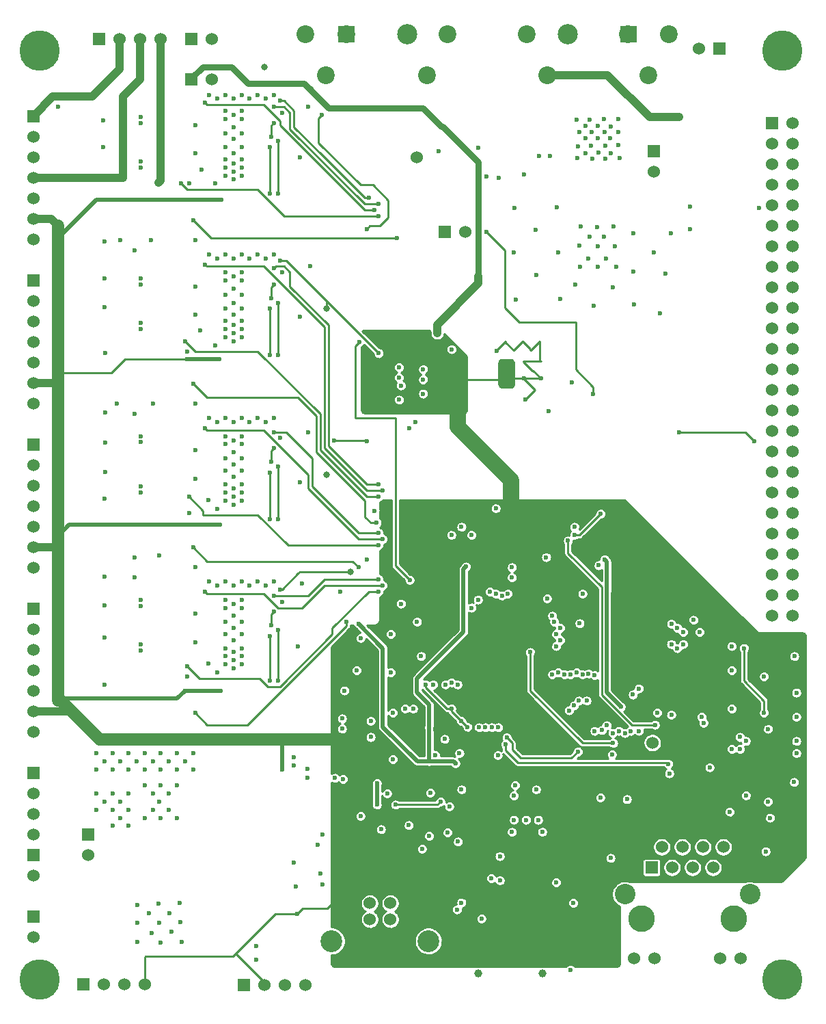
<source format=gbr>
G04 (created by PCBNEW (2013-05-18 BZR 4017)-stable) date Wed 08 Jul 2015 22:30:49 BST*
%MOIN*%
G04 Gerber Fmt 3.4, Leading zero omitted, Abs format*
%FSLAX34Y34*%
G01*
G70*
G90*
G04 APERTURE LIST*
%ADD10C,0.00590551*%
%ADD11C,0.0394*%
%ADD12C,0.1969*%
%ADD13R,0.06X0.06*%
%ADD14C,0.06*%
%ADD15C,0.1299*%
%ADD16C,0.1*%
%ADD17C,0.0315*%
%ADD18R,0.0787X0.0787*%
%ADD19C,0.0984*%
%ADD20C,0.0866*%
%ADD21C,0.1063*%
%ADD22C,0.0236*%
%ADD23C,0.01*%
%ADD24C,0.08*%
%ADD25C,0.04*%
%ADD26C,0.06*%
%ADD27C,0.02*%
%ADD28C,0.03*%
G04 APERTURE END LIST*
G54D10*
G54D11*
X24140Y1870D03*
X27282Y1870D03*
G54D12*
X2754Y1575D03*
G54D13*
X2429Y43625D03*
G54D14*
X2429Y42625D03*
X2429Y41625D03*
X2429Y40625D03*
X2429Y39625D03*
X2429Y38625D03*
X2429Y37625D03*
G54D13*
X2429Y35625D03*
G54D14*
X2429Y34625D03*
X2429Y33625D03*
X2429Y32625D03*
X2429Y31625D03*
X2429Y30625D03*
X2429Y29625D03*
G54D13*
X2429Y27625D03*
G54D14*
X2429Y26625D03*
X2429Y25625D03*
X2429Y24625D03*
X2429Y23625D03*
X2429Y22625D03*
X2429Y21625D03*
G54D13*
X2429Y19625D03*
G54D14*
X2429Y18625D03*
X2429Y17625D03*
X2429Y16625D03*
X2429Y15625D03*
X2429Y14625D03*
X2429Y13625D03*
G54D13*
X35911Y46929D03*
G54D14*
X34911Y46929D03*
G54D13*
X38474Y43299D03*
G54D14*
X39474Y43299D03*
X38474Y38299D03*
X39474Y42299D03*
X38474Y37299D03*
X39474Y41299D03*
X38474Y36299D03*
X39474Y40299D03*
X38474Y35299D03*
X39474Y39299D03*
X38474Y34299D03*
X39474Y38299D03*
X38474Y33299D03*
X39474Y37299D03*
X38474Y32299D03*
X39474Y36299D03*
X38474Y31299D03*
X39474Y35299D03*
X38474Y30299D03*
X39474Y34299D03*
X38474Y29299D03*
X39474Y33299D03*
X38474Y28299D03*
X39474Y32299D03*
X39474Y31299D03*
X38474Y27299D03*
X39474Y30299D03*
X39474Y28299D03*
X39474Y27299D03*
X39474Y26299D03*
X39474Y25299D03*
X38474Y26299D03*
X38474Y25299D03*
X38474Y42299D03*
X38474Y41299D03*
X38474Y40299D03*
X38474Y39299D03*
X38474Y24299D03*
X39474Y24299D03*
X39474Y29299D03*
X38474Y23299D03*
X39474Y23299D03*
X38474Y22299D03*
X39474Y22299D03*
X38474Y21299D03*
X39474Y21299D03*
X38474Y20299D03*
X39474Y20299D03*
X38474Y19299D03*
X39474Y19299D03*
G54D15*
X32098Y4528D03*
X36598Y4528D03*
G54D14*
X36098Y8028D03*
X35600Y7028D03*
X35098Y8028D03*
X34600Y7028D03*
X34098Y8028D03*
X33600Y7028D03*
X33098Y8028D03*
G54D16*
X31298Y5729D03*
X37398Y5728D03*
G54D14*
X35956Y2599D03*
X32740Y2599D03*
X36956Y2599D03*
X31740Y2599D03*
G54D13*
X32600Y7028D03*
G54D17*
X16730Y26181D03*
X13700Y46038D03*
X16730Y34252D03*
X17900Y21438D03*
G54D13*
X32696Y41944D03*
G54D14*
X32696Y40944D03*
X32638Y13104D03*
X21148Y41630D03*
G54D13*
X22500Y37988D03*
G54D14*
X23500Y37988D03*
G54D13*
X4888Y1328D03*
G54D14*
X5888Y1328D03*
X6888Y1328D03*
X7888Y1328D03*
G54D12*
X38974Y46850D03*
X38974Y1575D03*
X2754Y46850D03*
G54D13*
X2429Y11625D03*
G54D14*
X2429Y10625D03*
X2429Y9625D03*
X2429Y8625D03*
G54D13*
X2429Y7625D03*
G54D14*
X2429Y6625D03*
G54D13*
X2429Y4625D03*
G54D14*
X2429Y3625D03*
G54D18*
X31476Y47638D03*
G54D19*
X28524Y47638D03*
G54D20*
X32450Y45638D03*
X33450Y47638D03*
X31450Y47638D03*
X16700Y45638D03*
X17700Y47638D03*
X15700Y47638D03*
X21650Y45638D03*
X22650Y47638D03*
X20650Y47638D03*
X27500Y45638D03*
X28500Y47638D03*
X26500Y47638D03*
G54D18*
X17715Y47638D03*
G54D19*
X20667Y47638D03*
G54D13*
X5650Y47388D03*
G54D14*
X6650Y47388D03*
X7650Y47388D03*
X8650Y47388D03*
G54D13*
X10150Y47388D03*
G54D14*
X11150Y47388D03*
G54D13*
X10150Y45438D03*
G54D14*
X11150Y45438D03*
X19850Y5288D03*
X18850Y5288D03*
X18850Y4501D03*
X19850Y4501D03*
G54D21*
X21712Y3438D03*
X16988Y3438D03*
G54D13*
X5100Y8638D03*
G54D14*
X5100Y7638D03*
G54D13*
X12700Y1288D03*
G54D14*
X13700Y1288D03*
X14700Y1288D03*
X15700Y1288D03*
G54D22*
X32720Y36988D03*
X31700Y37938D03*
X27990Y39198D03*
X28040Y36988D03*
X29510Y36718D03*
X26980Y35918D03*
X29940Y38248D03*
X30740Y38258D03*
X28880Y35428D03*
X25890Y37018D03*
X30860Y36288D03*
X33260Y35958D03*
X26940Y38118D03*
X29100Y36298D03*
X29130Y38278D03*
X30380Y36698D03*
X28130Y34738D03*
X29970Y36288D03*
X25970Y34708D03*
X30820Y37318D03*
X33550Y37938D03*
X29090Y37348D03*
X30270Y37758D03*
X29990Y37318D03*
X29790Y34398D03*
X25910Y39158D03*
X31750Y34458D03*
X30720Y35308D03*
X31700Y36068D03*
X29560Y37758D03*
X22700Y7388D03*
X33000Y34038D03*
X25293Y9350D03*
X25648Y6496D03*
X27655Y9350D03*
X27262Y8071D03*
X26868Y7579D03*
X27655Y6398D03*
X30411Y4626D03*
X23375Y9725D03*
X23817Y8465D03*
X24112Y7776D03*
X39663Y13780D03*
X31159Y10650D03*
X33462Y13583D03*
X36218Y11319D03*
X39663Y14961D03*
X37399Y17323D03*
X33955Y15453D03*
X33561Y15846D03*
X22144Y9744D03*
X22045Y13780D03*
X18900Y29438D03*
X23129Y30807D03*
X25270Y30882D03*
X25742Y30890D03*
X25522Y30579D03*
X25289Y31630D03*
X26435Y29827D03*
X18896Y32087D03*
X20176Y32480D03*
X20372Y12303D03*
X22833Y12697D03*
X23620Y12106D03*
X31396Y15157D03*
X29722Y21555D03*
X23029Y21772D03*
X11569Y15650D03*
X27195Y30862D03*
X25057Y32213D03*
X26360Y30854D03*
X13974Y24016D03*
X13974Y18307D03*
X11605Y39567D03*
X21750Y9744D03*
X9840Y15650D03*
X14565Y11811D03*
X13974Y34252D03*
X11529Y23720D03*
X14368Y18602D03*
X14565Y43799D03*
X14368Y31988D03*
X14466Y27953D03*
X15297Y4752D03*
X13974Y42126D03*
X13974Y26280D03*
X14368Y34547D03*
X14368Y24016D03*
X14368Y42421D03*
X14368Y26575D03*
X13974Y16142D03*
X14565Y19980D03*
X13974Y31988D03*
X13974Y39862D03*
X11506Y31791D03*
X22207Y41933D03*
X32911Y10591D03*
X9742Y23720D03*
X14368Y16142D03*
X14565Y36024D03*
X9840Y39567D03*
X9939Y31791D03*
X14368Y39862D03*
X17150Y11388D03*
X15800Y11388D03*
X22350Y43138D03*
X24148Y35480D03*
X26390Y40813D03*
X22139Y33470D03*
X22144Y33071D03*
X24159Y35846D03*
X23541Y21693D03*
X21750Y12205D03*
X31100Y14862D03*
X21750Y13878D03*
X18305Y18898D03*
X30313Y22047D03*
X23029Y12106D03*
X28640Y16437D03*
X29525Y16476D03*
X29821Y16398D03*
X16550Y6188D03*
X25531Y13366D03*
X29014Y12677D03*
X28581Y14685D03*
X30600Y7488D03*
X28817Y14921D03*
X28344Y16437D03*
X30334Y41563D03*
X29709Y41581D03*
X29691Y42859D03*
X30991Y42224D03*
X29367Y41846D03*
X28966Y41599D03*
X30622Y41851D03*
X30591Y42566D03*
X29385Y42553D03*
X29065Y42859D03*
X30622Y43151D03*
X30973Y43498D03*
X29020Y42184D03*
X29655Y42206D03*
X30271Y43489D03*
X30969Y42868D03*
X29380Y43169D03*
X30010Y41860D03*
X31032Y41590D03*
X29574Y43471D03*
X30334Y42197D03*
X28948Y43484D03*
X30303Y42863D03*
X29992Y43178D03*
X29968Y42559D03*
X28525Y22953D03*
X32768Y13982D03*
X18896Y13386D03*
X20962Y14764D03*
X18896Y14173D03*
X20569Y14764D03*
X16550Y8638D03*
X17500Y13788D03*
X17500Y14288D03*
X16300Y8138D03*
X5510Y12598D03*
X6298Y9843D03*
X8659Y12598D03*
X7085Y9843D03*
X9447Y11811D03*
X6691Y9449D03*
X7872Y11811D03*
X8659Y11024D03*
X8659Y11811D03*
X8266Y12205D03*
X5903Y12205D03*
X6691Y10236D03*
X9447Y11024D03*
X6297Y9055D03*
X7872Y9449D03*
X7478Y12205D03*
X8266Y10630D03*
X5510Y10630D03*
X7085Y10630D03*
X9840Y12205D03*
X10234Y12598D03*
X7872Y11024D03*
X8266Y9843D03*
X9447Y12598D03*
X6297Y10630D03*
X7085Y12598D03*
X6297Y12598D03*
X5903Y10236D03*
X7085Y11811D03*
X9053Y10630D03*
X7085Y9055D03*
X9053Y9843D03*
X6297Y11811D03*
X6691Y12205D03*
X8659Y9449D03*
X8561Y10236D03*
X7872Y12598D03*
X10234Y11811D03*
X9447Y9449D03*
X5510Y11811D03*
X5510Y9843D03*
X9053Y12205D03*
X10825Y20472D03*
X19486Y20768D03*
X19289Y20472D03*
X9939Y16831D03*
X19700Y10638D03*
X15800Y11838D03*
X14466Y20571D03*
X19289Y21063D03*
X14171Y20276D03*
X17714Y18996D03*
X10333Y14567D03*
X23108Y4980D03*
X38088Y14567D03*
X37104Y17717D03*
X29230Y20374D03*
X38285Y13780D03*
X38088Y16339D03*
X34939Y18504D03*
X34644Y19094D03*
X39663Y15551D03*
X33856Y17717D03*
X33856Y18701D03*
X33561Y18898D03*
X33561Y17913D03*
X34151Y17913D03*
X34151Y18504D03*
X30100Y10438D03*
X27500Y20138D03*
X9660Y3388D03*
X8640Y3378D03*
X8563Y4331D03*
X7520Y4348D03*
X8220Y3848D03*
X8080Y4818D03*
X8540Y5268D03*
X9570Y5288D03*
X9090Y4818D03*
X9190Y3918D03*
X9600Y4378D03*
X7520Y5188D03*
X7500Y3388D03*
X18400Y9538D03*
X22732Y10004D03*
X23226Y12598D03*
X15254Y6102D03*
X19400Y8888D03*
X17550Y11338D03*
X27592Y29252D03*
X24150Y42088D03*
X27065Y9350D03*
X31691Y15453D03*
X33561Y14469D03*
X32872Y14567D03*
X23305Y14173D03*
X22833Y14764D03*
X21573Y15945D03*
X29090Y18923D03*
X11809Y17323D03*
X11809Y20079D03*
X11809Y25295D03*
X12200Y27851D03*
X11809Y27657D03*
X11809Y28051D03*
X11809Y33268D03*
X11809Y35630D03*
X11809Y36024D03*
X12201Y35825D03*
X20372Y19882D03*
X15352Y17815D03*
X21456Y30807D03*
X15451Y33858D03*
X15451Y41634D03*
X23325Y5315D03*
X28640Y2047D03*
X39565Y17323D03*
X39663Y14370D03*
X36514Y14764D03*
X39663Y12598D03*
X39663Y13189D03*
X39550Y11188D03*
X38167Y7815D03*
X38384Y9449D03*
X37203Y10531D03*
X36415Y9744D03*
X35431Y11909D03*
X33462Y11614D03*
X28777Y5295D03*
X27262Y8760D03*
X26474Y9350D03*
X24782Y6496D03*
X19978Y12303D03*
X25884Y9350D03*
X23325Y10827D03*
X21800Y10666D03*
X23620Y13878D03*
X22045Y12500D03*
X19978Y14567D03*
X19880Y16535D03*
X18207Y16634D03*
X7675Y19783D03*
X18403Y18209D03*
X19880Y18406D03*
X21356Y17323D03*
X30018Y21752D03*
X17419Y20472D03*
X24132Y20079D03*
X18699Y22047D03*
X22833Y23228D03*
X19092Y24409D03*
X11809Y24902D03*
X22844Y32280D03*
X20273Y29823D03*
X21456Y31299D03*
X20273Y31398D03*
X34469Y39243D03*
X27100Y41688D03*
X11809Y41142D03*
X11415Y44488D03*
X3650Y44088D03*
X27650Y41688D03*
X24550Y40688D03*
X25150Y40638D03*
X5900Y21188D03*
X5900Y19788D03*
X5900Y18238D03*
X5900Y15938D03*
X7675Y27756D03*
X5950Y29188D03*
X5950Y27738D03*
X5950Y26288D03*
X5900Y24988D03*
X7675Y35728D03*
X5900Y35738D03*
X5900Y34338D03*
X5950Y32088D03*
X5900Y37538D03*
X6691Y37598D03*
X5850Y42138D03*
X7675Y43602D03*
X5850Y43438D03*
X12596Y40748D03*
X7675Y41437D03*
X15155Y12008D03*
X11809Y44685D03*
X12596Y27657D03*
X12200Y16735D03*
X12596Y16929D03*
X11809Y34252D03*
X12596Y28051D03*
X21455Y30118D03*
X38285Y10236D03*
X15155Y7283D03*
X12596Y41535D03*
X12596Y17323D03*
X12596Y33268D03*
X13384Y20965D03*
X7675Y28051D03*
X7675Y17618D03*
X13777Y20768D03*
X12596Y42126D03*
X12203Y19291D03*
X12596Y20079D03*
X11415Y20768D03*
X13384Y36909D03*
X28718Y30657D03*
X12203Y26673D03*
X8561Y22244D03*
X12202Y40945D03*
X12201Y33071D03*
X11809Y26969D03*
X11022Y28937D03*
X11809Y33661D03*
X12203Y20768D03*
X12596Y25295D03*
X13777Y44488D03*
X12200Y17520D03*
X12202Y41339D03*
X14171Y36909D03*
X11418Y28737D03*
X15451Y25787D03*
X12990Y20768D03*
X23325Y23622D03*
X11809Y20965D03*
X7675Y41142D03*
X7380Y21161D03*
X11809Y41535D03*
X12596Y18996D03*
X7675Y35433D03*
X10037Y24311D03*
X11809Y43898D03*
X12203Y35236D03*
X13777Y36713D03*
X12200Y25492D03*
X15943Y36319D03*
X7675Y43307D03*
X14171Y20965D03*
X12596Y43898D03*
X12201Y33465D03*
X8167Y37598D03*
X12596Y33661D03*
X11809Y25689D03*
X12596Y26969D03*
X7380Y37106D03*
X11022Y44685D03*
X11809Y42126D03*
X7675Y25295D03*
X11022Y36909D03*
X12596Y26378D03*
X12596Y20965D03*
X12990Y44488D03*
X7675Y33563D03*
X15844Y28248D03*
X12202Y43700D03*
X12201Y36711D03*
X11809Y18996D03*
X11415Y36713D03*
X12596Y41142D03*
X12990Y28740D03*
X10037Y40354D03*
X11809Y16929D03*
X11809Y28937D03*
X14171Y28937D03*
X11809Y42815D03*
X12596Y17717D03*
X12203Y41831D03*
X12200Y24708D03*
X7675Y20079D03*
X12596Y24902D03*
X12203Y34547D03*
X12596Y18406D03*
X7380Y29134D03*
X15549Y20866D03*
X34469Y38130D03*
X11809Y26378D03*
X12596Y28937D03*
X12596Y36024D03*
X12990Y36713D03*
X6494Y29626D03*
X12203Y27264D03*
X14171Y44685D03*
X12596Y44685D03*
X11809Y36909D03*
X12596Y32874D03*
X17616Y15650D03*
X12596Y35630D03*
X13384Y28937D03*
X7675Y33268D03*
X12202Y40552D03*
X12596Y34252D03*
X9939Y16339D03*
X12596Y34941D03*
X13384Y44685D03*
X12203Y18701D03*
X12203Y42520D03*
X12203Y43110D03*
X11809Y43504D03*
X12203Y33957D03*
X12596Y36909D03*
X12596Y42815D03*
X9939Y32185D03*
X12203Y26083D03*
X7380Y22146D03*
X11809Y19685D03*
X11022Y20965D03*
X15844Y44094D03*
X15155Y12402D03*
X12200Y28737D03*
X11809Y32874D03*
X8266Y29626D03*
X12200Y17126D03*
X11809Y34941D03*
X12201Y32679D03*
X13777Y28740D03*
X12200Y25098D03*
X11809Y18406D03*
X12596Y25689D03*
X12202Y44487D03*
X7675Y25591D03*
X12203Y18110D03*
X12203Y19882D03*
X12596Y43504D03*
X7675Y17913D03*
X12596Y19685D03*
X11809Y40748D03*
X11809Y17717D03*
X25195Y6398D03*
X25195Y7579D03*
X31986Y13681D03*
X31986Y15748D03*
X27951Y6299D03*
X14171Y43307D03*
X14053Y42638D03*
X14053Y18819D03*
X14171Y19488D03*
X14171Y35433D03*
X14053Y34764D03*
X14171Y27461D03*
X14053Y26791D03*
X36907Y12795D03*
X35136Y14075D03*
X36514Y16634D03*
X36514Y17815D03*
X35037Y14370D03*
X37203Y13189D03*
X36514Y12795D03*
X36907Y13386D03*
X22833Y16043D03*
X21750Y8563D03*
X21400Y7938D03*
X21947Y15945D03*
X20750Y9088D03*
X22537Y15945D03*
X25470Y13030D03*
X33423Y12067D03*
X24998Y20374D03*
X24703Y20472D03*
X28836Y23622D03*
X27459Y22146D03*
X27754Y16437D03*
X33950Y28238D03*
X37600Y27814D03*
X28049Y16535D03*
X29053Y15157D03*
X29427Y15157D03*
X29821Y13681D03*
X30175Y13720D03*
X30411Y13957D03*
X30707Y13583D03*
X31002Y13681D03*
X31297Y13583D03*
X31592Y13681D03*
X24171Y13858D03*
X27754Y19291D03*
X24486Y13858D03*
X24801Y13858D03*
X25116Y13858D03*
X25096Y12500D03*
X18350Y32638D03*
X18700Y38138D03*
X16500Y43688D03*
X20800Y21038D03*
X13300Y3188D03*
X16450Y6738D03*
X23150Y8288D03*
X13300Y2538D03*
X22650Y8738D03*
X37829Y39173D03*
X23128Y15945D03*
X25785Y21654D03*
X25588Y20374D03*
X27951Y17815D03*
X28148Y18110D03*
X28148Y18701D03*
X27852Y18996D03*
X27951Y18406D03*
X20766Y28445D03*
X23817Y19685D03*
X23817Y23228D03*
X20273Y30906D03*
X29230Y16437D03*
X21061Y28740D03*
X20372Y30512D03*
X28935Y16535D03*
X25785Y21161D03*
X25293Y20276D03*
X22300Y10238D03*
X20100Y10088D03*
X22500Y13288D03*
X25950Y11038D03*
X24300Y4538D03*
X21159Y18996D03*
X24998Y24528D03*
X19200Y10088D03*
X19200Y11138D03*
X25884Y10531D03*
X25785Y8760D03*
X31396Y10354D03*
X26966Y10827D03*
X30118Y24264D03*
X28836Y23228D03*
X30667Y12539D03*
X24550Y37988D03*
X29750Y30088D03*
X33950Y43588D03*
X10334Y41829D03*
X10333Y18012D03*
X10333Y19390D03*
X10579Y33218D03*
X10333Y25984D03*
X11317Y32480D03*
X10333Y35335D03*
X10333Y27362D03*
X10333Y37598D03*
X10972Y16978D03*
X11415Y24508D03*
X10333Y43209D03*
X10333Y33957D03*
X11317Y40354D03*
X11415Y16535D03*
X10333Y29626D03*
X10972Y24951D03*
X10333Y21654D03*
X10628Y41043D03*
X10825Y28445D03*
X19486Y23031D03*
X10037Y25098D03*
X19289Y22736D03*
X17100Y27838D03*
X18700Y27788D03*
X19289Y23327D03*
X14171Y28248D03*
X10234Y22638D03*
X18305Y21654D03*
X19486Y25394D03*
X10825Y36417D03*
X19289Y25098D03*
X9840Y32677D03*
X19289Y32087D03*
X14466Y36614D03*
X19289Y25689D03*
X14171Y36220D03*
X10234Y30610D03*
X19191Y23819D03*
X10825Y44291D03*
X19092Y39075D03*
X9644Y40354D03*
X19289Y38780D03*
X8550Y40388D03*
X14466Y44390D03*
X18797Y39665D03*
X14171Y44094D03*
X19289Y39370D03*
X10234Y38583D03*
X20175Y37697D03*
X30726Y13091D03*
X26671Y17520D03*
G54D23*
X13700Y1288D02*
X13700Y1438D01*
X13700Y1438D02*
X12312Y2825D01*
X7888Y1328D02*
X7888Y2676D01*
X7900Y2688D02*
X12175Y2688D01*
X7888Y2676D02*
X7900Y2688D01*
X23375Y9725D02*
X22163Y9725D01*
X22163Y9725D02*
X22144Y9744D01*
X18850Y7238D02*
X18850Y7088D01*
X18850Y7088D02*
X16782Y5020D01*
X23817Y8465D02*
X23777Y8465D01*
X23777Y8465D02*
X22700Y7388D01*
X18850Y7138D02*
X18850Y7238D01*
X18850Y7238D02*
X18850Y7438D01*
X18850Y7329D02*
X18850Y7438D01*
X18850Y7438D02*
X18850Y11488D01*
X18850Y11488D02*
X19000Y11638D01*
X18850Y7270D02*
X18850Y7138D01*
X39142Y13780D02*
X39142Y12830D01*
X37631Y11319D02*
X36218Y11319D01*
X39142Y12830D02*
X37631Y11319D01*
X23817Y8465D02*
X24408Y8465D01*
X24408Y8465D02*
X25293Y9350D01*
X24112Y7776D02*
X24162Y7776D01*
X25156Y6988D02*
X25648Y6496D01*
X24950Y6988D02*
X25156Y6988D01*
X24162Y7776D02*
X24950Y6988D01*
X25648Y6496D02*
X26432Y6496D01*
X26432Y6496D02*
X27262Y7326D01*
X27262Y8071D02*
X27262Y7326D01*
X27262Y7326D02*
X27250Y7338D01*
X27655Y9350D02*
X27655Y8464D01*
X27655Y8464D02*
X27262Y8071D01*
X26868Y7579D02*
X27009Y7579D01*
X27009Y7579D02*
X27250Y7338D01*
X27250Y7338D02*
X27750Y6838D01*
X30411Y4626D02*
X30411Y5277D01*
X27655Y6743D02*
X27655Y6398D01*
X27900Y6988D02*
X27750Y6838D01*
X27750Y6838D02*
X27655Y6743D01*
X28700Y6988D02*
X27900Y6988D01*
X30411Y5277D02*
X28700Y6988D01*
X23375Y9725D02*
X23375Y10263D01*
X23375Y10263D02*
X23550Y10438D01*
X23817Y8465D02*
X23817Y9283D01*
X23817Y9283D02*
X23375Y9725D01*
X24112Y7776D02*
X24112Y8170D01*
X24112Y8170D02*
X23817Y8465D01*
X15565Y5020D02*
X16782Y5020D01*
X15297Y4752D02*
X15565Y5020D01*
X33955Y15453D02*
X33955Y13583D01*
X34000Y13538D02*
X34000Y13583D01*
X33955Y13583D02*
X34000Y13538D01*
X39663Y13780D02*
X39142Y13780D01*
X39100Y13822D02*
X39100Y15238D01*
X39142Y13780D02*
X39100Y13822D01*
X31159Y10650D02*
X31262Y10650D01*
X32714Y10788D02*
X32911Y10591D01*
X31400Y10788D02*
X32714Y10788D01*
X31262Y10650D02*
X31400Y10788D01*
X36218Y11319D02*
X34881Y11319D01*
X34881Y11319D02*
X34153Y10591D01*
X34153Y10591D02*
X32911Y10591D01*
X36218Y11319D02*
X36218Y12120D01*
X34755Y13583D02*
X34000Y13583D01*
X36218Y12120D02*
X34755Y13583D01*
X34000Y13583D02*
X33462Y13583D01*
X39663Y14961D02*
X39377Y14961D01*
X38415Y17323D02*
X37399Y17323D01*
X38550Y17188D02*
X38415Y17323D01*
X38550Y15788D02*
X38550Y17188D01*
X39377Y14961D02*
X39100Y15238D01*
X39100Y15238D02*
X38550Y15788D01*
X33561Y15846D02*
X33561Y16477D01*
X33500Y16538D02*
X31396Y16538D01*
X33561Y16477D02*
X33500Y16538D01*
X33561Y15846D02*
X33562Y15846D01*
X33562Y15846D02*
X33955Y15453D01*
X24350Y10928D02*
X23620Y11658D01*
X23550Y10438D02*
X24050Y10438D01*
X24050Y10438D02*
X24350Y10738D01*
X24350Y10738D02*
X24350Y10928D01*
X22045Y13780D02*
X22758Y13780D01*
X22758Y13780D02*
X23450Y13088D01*
X18896Y29442D02*
X18896Y32087D01*
X18900Y29438D02*
X18896Y29442D01*
G54D24*
X23129Y30807D02*
X23129Y28509D01*
X25750Y25888D02*
X25750Y24738D01*
X23129Y28509D02*
X25750Y25888D01*
G54D23*
X25750Y24738D02*
X25750Y24607D01*
X25750Y24607D02*
X25750Y23338D01*
X30197Y23141D02*
X30750Y23694D01*
X30450Y24738D02*
X25750Y24738D01*
X30750Y24438D02*
X30450Y24738D01*
X30750Y23694D02*
X30750Y24438D01*
X20176Y32480D02*
X21456Y32480D01*
X21456Y32480D02*
X23129Y30807D01*
X25522Y30579D02*
X25522Y30670D01*
X25522Y30670D02*
X25742Y30890D01*
X25522Y30579D02*
X25522Y30630D01*
X25522Y30630D02*
X25270Y30882D01*
X23129Y30807D02*
X25195Y30807D01*
X25195Y30807D02*
X25270Y30882D01*
X25746Y31626D02*
X25293Y31626D01*
X25742Y30988D02*
X25498Y31232D01*
X25742Y30890D02*
X25742Y30988D01*
X25498Y31378D02*
X25746Y31626D01*
X25498Y31232D02*
X25498Y31378D01*
X25293Y31626D02*
X25289Y31630D01*
X26360Y30854D02*
X25778Y30854D01*
X25778Y30854D02*
X25742Y30890D01*
X26903Y30299D02*
X26903Y30295D01*
X26903Y30295D02*
X26435Y29827D01*
X26360Y30854D02*
X26360Y30842D01*
X26360Y30842D02*
X26903Y30299D01*
X27195Y30862D02*
X26368Y30862D01*
X26368Y30862D02*
X26360Y30854D01*
X26773Y31236D02*
X26821Y31236D01*
X26821Y31236D02*
X27195Y30862D01*
X26333Y31717D02*
X26333Y31676D01*
X26333Y31676D02*
X26773Y31236D01*
X27195Y31709D02*
X26341Y31709D01*
X26341Y31709D02*
X26333Y31717D01*
X27159Y32661D02*
X27159Y31745D01*
X27159Y31745D02*
X27195Y31709D01*
X26683Y32228D02*
X26726Y32228D01*
X26726Y32228D02*
X27159Y32661D01*
X26309Y32685D02*
X26309Y32679D01*
X26683Y32305D02*
X26683Y32228D01*
X26309Y32679D02*
X26683Y32305D01*
X25864Y32232D02*
X25864Y32240D01*
X25864Y32240D02*
X26309Y32685D01*
X25490Y32657D02*
X25490Y32606D01*
X25490Y32606D02*
X25864Y32232D01*
X25057Y32213D02*
X25057Y32224D01*
X25057Y32224D02*
X25490Y32657D01*
X18896Y32087D02*
X18896Y31692D01*
X19434Y31738D02*
X20176Y32480D01*
X18942Y31738D02*
X19434Y31738D01*
X18896Y31692D02*
X18942Y31738D01*
X20300Y11638D02*
X19000Y11638D01*
X19000Y11638D02*
X17550Y11638D01*
X17550Y11638D02*
X17450Y11738D01*
X17450Y11738D02*
X17450Y13268D01*
X20300Y11638D02*
X20300Y12231D01*
X23620Y11658D02*
X23600Y11638D01*
X23600Y11638D02*
X20300Y11638D01*
X23620Y11658D02*
X23620Y12106D01*
X20300Y12231D02*
X20372Y12303D01*
X22833Y12697D02*
X22833Y12971D01*
X22833Y12971D02*
X22950Y13088D01*
X22950Y13088D02*
X23450Y13088D01*
X23700Y13088D02*
X24151Y12637D01*
X23450Y13088D02*
X23700Y13088D01*
X25100Y13388D02*
X24902Y13388D01*
X25750Y23338D02*
X25750Y23188D01*
X25550Y14338D02*
X25550Y13838D01*
X25550Y17888D02*
X25550Y14338D01*
X26900Y19238D02*
X25550Y17888D01*
X26900Y22038D02*
X26900Y19238D01*
X25750Y23188D02*
X26900Y22038D01*
X25100Y13388D02*
X25550Y13838D01*
X24902Y13388D02*
X24151Y12637D01*
X24151Y12637D02*
X23620Y12106D01*
X31396Y15157D02*
X31396Y16538D01*
X31396Y16538D02*
X31396Y21942D01*
X31396Y21942D02*
X30197Y23141D01*
X29722Y21555D02*
X29722Y22666D01*
X29722Y22666D02*
X30197Y23141D01*
X23029Y21772D02*
X23029Y21967D01*
X24900Y22488D02*
X25750Y23338D01*
X23550Y22488D02*
X24900Y22488D01*
X23029Y21967D02*
X23550Y22488D01*
G54D25*
X2429Y14625D02*
X4309Y14625D01*
X4400Y14588D02*
X4400Y14534D01*
X4346Y14588D02*
X4400Y14588D01*
X4309Y14625D02*
X4346Y14588D01*
X2429Y22625D02*
X3640Y22625D01*
X2429Y30625D02*
X3625Y30625D01*
X3625Y30625D02*
X3640Y30610D01*
G54D23*
X9939Y31791D02*
X6903Y31791D01*
X6254Y31142D02*
X3640Y31142D01*
X6903Y31791D02*
X6254Y31142D01*
G54D25*
X2429Y38625D02*
X3302Y38625D01*
G54D26*
X3640Y37996D02*
X3640Y37713D01*
X3640Y38287D02*
X3640Y37996D01*
G54D25*
X3302Y38625D02*
X3640Y38287D01*
G54D26*
X3640Y29134D02*
X3640Y25098D01*
G54D27*
X9447Y15256D02*
X3640Y15256D01*
G54D26*
X3640Y15256D02*
X3678Y15256D01*
G54D27*
X11529Y23720D02*
X9742Y23720D01*
X4183Y23720D02*
X3640Y23177D01*
G54D26*
X3640Y15256D02*
X3640Y15157D01*
G54D23*
X13974Y16142D02*
X13974Y18307D01*
G54D27*
X9840Y15650D02*
X11569Y15650D01*
X9840Y15650D02*
X9840Y15649D01*
G54D26*
X3640Y30118D02*
X3640Y29134D01*
X3640Y25098D02*
X3640Y23177D01*
X14565Y13268D02*
X17450Y13268D01*
X17450Y13268D02*
X17478Y13268D01*
G54D23*
X14239Y4752D02*
X15297Y4752D01*
G54D27*
X5494Y39567D02*
X3640Y37713D01*
G54D23*
X12175Y2688D02*
X12312Y2825D01*
X12312Y2825D02*
X14239Y4752D01*
G54D26*
X3640Y30610D02*
X3640Y30118D01*
X3640Y33169D02*
X3640Y33110D01*
X3640Y33110D02*
X3640Y31142D01*
X3640Y37713D02*
X3640Y33169D01*
G54D23*
X14368Y24016D02*
X14368Y26575D01*
G54D26*
X3640Y22625D02*
X3640Y22146D01*
G54D23*
X13974Y24016D02*
X13974Y26280D01*
X13974Y39862D02*
X13974Y42126D01*
G54D26*
X3640Y30625D02*
X3640Y30610D01*
X3640Y23177D02*
X3640Y22625D01*
X3640Y22146D02*
X3640Y21142D01*
G54D27*
X3660Y25118D02*
X3640Y25098D01*
G54D23*
X14368Y31988D02*
X14368Y34547D01*
G54D26*
X5666Y13268D02*
X14565Y13268D01*
G54D27*
X9840Y39567D02*
X5494Y39567D01*
G54D23*
X14368Y16142D02*
X14368Y18602D01*
G54D26*
X3640Y21142D02*
X3640Y15256D01*
X3678Y15256D02*
X4400Y14534D01*
X4400Y14534D02*
X5666Y13268D01*
G54D27*
X11605Y39567D02*
X9840Y39567D01*
X11506Y31791D02*
X9939Y31791D01*
G54D26*
X3640Y31142D02*
X3640Y30610D01*
G54D27*
X9840Y15649D02*
X9447Y15256D01*
G54D23*
X13974Y31988D02*
X13974Y34252D01*
G54D27*
X14565Y13268D02*
X14565Y11811D01*
X9742Y23720D02*
X4183Y23720D01*
G54D23*
X14368Y39862D02*
X14368Y42421D01*
G54D28*
X10700Y46038D02*
X12100Y46038D01*
X10150Y45438D02*
X10150Y45488D01*
X10150Y45488D02*
X10700Y46038D01*
X15650Y45238D02*
X16150Y44738D01*
X12900Y45238D02*
X15650Y45238D01*
X12100Y46038D02*
X12900Y45238D01*
X21250Y44038D02*
X21450Y44038D01*
X21450Y44038D02*
X22350Y43138D01*
X16850Y44038D02*
X21250Y44038D01*
X15900Y44988D02*
X16150Y44738D01*
X16150Y44738D02*
X16850Y44038D01*
X24157Y41395D02*
X24157Y35847D01*
X24157Y35847D02*
X24159Y35846D01*
X22350Y43138D02*
X22415Y43138D01*
X22415Y43138D02*
X24157Y41395D01*
G54D27*
X24157Y41395D02*
X24159Y41394D01*
G54D23*
X22350Y43138D02*
X22334Y43122D01*
G54D25*
X22139Y33470D02*
X24159Y35490D01*
X24159Y35490D02*
X24159Y35846D01*
X22139Y33470D02*
X22139Y33470D01*
G54D23*
X22431Y43122D02*
X24159Y41394D01*
G54D25*
X22139Y33470D02*
X22144Y33070D01*
G54D23*
X24159Y41394D02*
X24159Y35846D01*
G54D27*
X30407Y15555D02*
X30407Y20468D01*
X19486Y13879D02*
X19486Y17717D01*
X30411Y21949D02*
X30313Y22047D01*
X19486Y17717D02*
X18305Y18898D01*
X21750Y12205D02*
X21750Y13878D01*
X21159Y16240D02*
X23423Y18504D01*
X21750Y12205D02*
X21160Y12205D01*
X22930Y12205D02*
X23029Y12106D01*
X21750Y14961D02*
X21159Y15552D01*
X23423Y18504D02*
X23423Y21575D01*
X21159Y15552D02*
X21159Y16240D01*
X30407Y20468D02*
X30411Y20472D01*
X30411Y20472D02*
X30411Y21949D01*
X21750Y13878D02*
X21750Y14961D01*
X21750Y12205D02*
X22242Y12205D01*
X22242Y12205D02*
X22930Y12205D01*
X23423Y21575D02*
X23541Y21693D01*
X21160Y12205D02*
X19486Y13879D01*
X31100Y14862D02*
X30407Y15555D01*
G54D23*
X25796Y12775D02*
X25796Y13101D01*
X26297Y12352D02*
X26219Y12352D01*
X26219Y12352D02*
X25796Y12775D01*
X25796Y13101D02*
X25531Y13366D01*
X29014Y12677D02*
X29013Y12677D01*
X29013Y12677D02*
X28688Y12352D01*
X28688Y12352D02*
X26297Y12352D01*
X26291Y12352D02*
X26273Y12352D01*
X26297Y12352D02*
X26291Y12352D01*
X32768Y13982D02*
X31827Y13982D01*
X30175Y20461D02*
X30175Y20693D01*
X31827Y13982D02*
X31641Y13982D01*
X28525Y22343D02*
X28525Y22953D01*
X31641Y13982D02*
X30175Y15448D01*
X30175Y20693D02*
X28525Y22343D01*
X30175Y15448D02*
X30175Y20461D01*
X31827Y13982D02*
X31825Y13980D01*
X13679Y20374D02*
X14368Y19685D01*
X10924Y20374D02*
X13679Y20374D01*
X10826Y20472D02*
X10924Y20374D01*
X15549Y19685D02*
X16632Y20768D01*
X16632Y20768D02*
X19486Y20768D01*
X10825Y20472D02*
X10826Y20472D01*
X14368Y19685D02*
X15549Y19685D01*
X10530Y16240D02*
X9939Y16831D01*
X13483Y16240D02*
X10530Y16240D01*
X18796Y20472D02*
X17025Y18701D01*
X19289Y20472D02*
X18796Y20472D01*
X17025Y18405D02*
X14466Y15846D01*
X14466Y15846D02*
X13877Y15846D01*
X13877Y15846D02*
X13483Y16240D01*
X17025Y18701D02*
X17025Y18405D01*
X17900Y21438D02*
X15432Y21438D01*
X14565Y20571D02*
X15352Y21358D01*
X14565Y20571D02*
X14466Y20571D01*
X15432Y21438D02*
X15352Y21358D01*
X15845Y20276D02*
X16632Y21063D01*
X16632Y21063D02*
X19289Y21063D01*
X14171Y20276D02*
X15845Y20276D01*
X10923Y13976D02*
X12891Y13976D01*
X17714Y18799D02*
X17714Y18996D01*
X10333Y14567D02*
X10333Y14566D01*
X10333Y14566D02*
X10923Y13976D01*
X12891Y13976D02*
X17714Y18799D01*
X38088Y14567D02*
X38088Y15150D01*
X37104Y16134D02*
X37104Y17717D01*
X38088Y15150D02*
X37104Y16134D01*
X23305Y14173D02*
X23325Y14173D01*
X23325Y14173D02*
X23620Y13878D01*
X22833Y14764D02*
X22833Y14645D01*
X22833Y14645D02*
X23305Y14173D01*
X21573Y15945D02*
X21573Y15815D01*
X22624Y14764D02*
X22833Y14764D01*
X21573Y15815D02*
X22624Y14764D01*
X14053Y43189D02*
X14171Y43307D01*
X14053Y42638D02*
X14053Y43189D01*
X14053Y18819D02*
X14053Y19370D01*
X14053Y19370D02*
X14171Y19488D01*
X14053Y34764D02*
X14053Y35315D01*
X14053Y35315D02*
X14171Y35433D01*
X14053Y26791D02*
X14053Y27343D01*
X14053Y27343D02*
X14171Y27461D01*
G54D25*
X6650Y47388D02*
X6650Y45938D01*
X3392Y44588D02*
X2429Y43625D01*
X5300Y44588D02*
X3392Y44588D01*
X6650Y45938D02*
X5300Y44588D01*
X7650Y47388D02*
X7650Y45438D01*
X6787Y40625D02*
X2429Y40625D01*
X6800Y40638D02*
X6787Y40625D01*
X6800Y44588D02*
X6800Y40638D01*
X7650Y45438D02*
X6800Y44588D01*
G54D23*
X26061Y12145D02*
X25470Y12736D01*
X26061Y12145D02*
X33345Y12145D01*
X33345Y12145D02*
X33423Y12067D01*
X25470Y12736D02*
X25470Y13030D01*
X37600Y27814D02*
X37176Y28238D01*
X37176Y28238D02*
X33950Y28238D01*
X16350Y42338D02*
X16350Y43538D01*
X18150Y32438D02*
X18350Y32638D01*
X18700Y38138D02*
X18850Y38288D01*
X18850Y38288D02*
X19350Y38288D01*
X19350Y38288D02*
X19750Y38688D01*
X19750Y38688D02*
X19750Y39538D01*
X19750Y39538D02*
X19000Y40288D01*
X19000Y40288D02*
X18400Y40288D01*
X18400Y40288D02*
X16350Y42338D01*
X18150Y32088D02*
X18150Y32438D01*
X16350Y43538D02*
X16500Y43688D01*
X20100Y27438D02*
X20100Y28938D01*
X20800Y21038D02*
X20100Y21738D01*
X20100Y21738D02*
X20100Y27438D01*
X18150Y28938D02*
X18150Y32088D01*
X18150Y32088D02*
X18150Y32138D01*
X20100Y28938D02*
X18150Y28938D01*
X22150Y10088D02*
X22300Y10238D01*
X20100Y10088D02*
X22150Y10088D01*
G54D27*
X19200Y11138D02*
X19200Y10088D01*
G54D23*
X28836Y23228D02*
X29082Y23228D01*
X29082Y23228D02*
X30118Y24264D01*
X28900Y33188D02*
X28900Y31288D01*
X24550Y37988D02*
X25450Y37088D01*
X25450Y37088D02*
X25450Y34288D01*
X25450Y34288D02*
X26150Y33588D01*
X26150Y33588D02*
X28900Y33588D01*
X28900Y33188D02*
X28900Y33588D01*
X29750Y30438D02*
X29750Y30088D01*
X28900Y31288D02*
X29750Y30438D01*
G54D25*
X27500Y45638D02*
X30450Y45638D01*
X32500Y43588D02*
X33950Y43588D01*
X30450Y45638D02*
X32500Y43588D01*
G54D23*
X15844Y25492D02*
X15844Y26182D01*
X10924Y28346D02*
X13680Y28346D01*
X18305Y23031D02*
X15844Y25492D01*
X10825Y28445D02*
X10924Y28346D01*
X15844Y26182D02*
X13680Y28346D01*
X19486Y23031D02*
X18305Y23031D01*
X10726Y24409D02*
X10037Y25098D01*
X14861Y22736D02*
X13384Y24213D01*
X10726Y24213D02*
X10726Y24409D01*
X19289Y22736D02*
X14861Y22736D01*
X10726Y24213D02*
X10725Y24213D01*
X13384Y24213D02*
X10726Y24213D01*
X18650Y27838D02*
X17100Y27838D01*
X18700Y27788D02*
X18650Y27838D01*
X19289Y23327D02*
X18305Y23327D01*
X16041Y25591D02*
X16041Y26969D01*
X18305Y23327D02*
X16041Y25591D01*
X14762Y28248D02*
X14171Y28248D01*
X16041Y26969D02*
X14762Y28248D01*
X10923Y21949D02*
X10234Y22638D01*
X18305Y21654D02*
X18010Y21949D01*
X18010Y21949D02*
X10923Y21949D01*
X16632Y27461D02*
X18699Y25394D01*
X10923Y36319D02*
X13679Y36319D01*
X10825Y36417D02*
X10923Y36319D01*
X18699Y25394D02*
X19486Y25394D01*
X16632Y33366D02*
X16632Y27461D01*
X13679Y36319D02*
X16632Y33366D01*
X10332Y32185D02*
X9840Y32677D01*
X18698Y25098D02*
X19289Y25098D01*
X13384Y32185D02*
X10332Y32185D01*
X16435Y29134D02*
X16435Y27361D01*
X13384Y32185D02*
X16435Y29134D01*
X16435Y27361D02*
X18698Y25098D01*
X14466Y36614D02*
X14762Y36614D01*
X14762Y36614D02*
X16730Y34646D01*
X16730Y34252D02*
X16730Y34646D01*
X16730Y34646D02*
X19289Y32087D01*
X16829Y33464D02*
X16829Y27559D01*
X14270Y36319D02*
X14663Y36319D01*
X14663Y36319D02*
X14959Y36023D01*
X14959Y35334D02*
X16829Y33464D01*
X14959Y36023D02*
X14959Y35334D01*
X14171Y36220D02*
X14270Y36319D01*
X18699Y25689D02*
X19289Y25689D01*
X16829Y27559D02*
X18699Y25689D01*
X19191Y23819D02*
X18895Y23819D01*
X15352Y29921D02*
X10923Y29921D01*
X10923Y29921D02*
X10234Y30610D01*
X16238Y29035D02*
X15352Y29921D01*
X19191Y23819D02*
X19191Y23818D01*
X18600Y24902D02*
X16238Y27264D01*
X18895Y23819D02*
X18600Y24114D01*
X18600Y24114D02*
X18600Y24902D01*
X16238Y27264D02*
X16238Y29035D01*
X14466Y43406D02*
X14466Y43209D01*
X14466Y43209D02*
X18600Y39075D01*
X10825Y44291D02*
X10923Y44193D01*
X18600Y39075D02*
X19092Y39075D01*
X10923Y44193D02*
X13679Y44193D01*
X13679Y44193D02*
X14466Y43406D01*
X9939Y40059D02*
X13384Y40059D01*
X14663Y38780D02*
X19289Y38780D01*
X9939Y40059D02*
X9644Y40354D01*
X13384Y40059D02*
X14663Y38780D01*
G54D25*
X8650Y40488D02*
X8650Y47388D01*
X8550Y40388D02*
X8650Y40488D01*
G54D23*
X14466Y44390D02*
X14663Y44390D01*
X14663Y44390D02*
X15155Y43898D01*
X15155Y43898D02*
X15155Y43110D01*
X15155Y43110D02*
X16533Y41732D01*
X16730Y41535D02*
X18600Y39665D01*
X18600Y39665D02*
X18797Y39665D01*
X16533Y41732D02*
X16730Y41535D01*
X18600Y39370D02*
X19289Y39370D01*
X14959Y43011D02*
X18600Y39370D01*
X14664Y44094D02*
X14959Y43799D01*
X14171Y44094D02*
X14664Y44094D01*
X14959Y43799D02*
X14959Y43011D01*
X10234Y38583D02*
X10431Y38385D01*
X11120Y37697D02*
X20175Y37697D01*
X10234Y38583D02*
X11120Y37697D01*
X26671Y17520D02*
X26671Y15650D01*
X26671Y15650D02*
X29230Y13091D01*
X30726Y13091D02*
X29230Y13091D01*
X18602Y33218D02*
X21792Y33218D01*
X18520Y33138D02*
X21793Y33138D01*
X18600Y33058D02*
X21794Y33058D01*
X18680Y32978D02*
X21807Y32978D01*
X22479Y32978D02*
X22559Y32978D01*
X18760Y32898D02*
X21840Y32898D01*
X22446Y32898D02*
X22639Y32898D01*
X18840Y32818D02*
X21901Y32818D01*
X22385Y32818D02*
X22719Y32818D01*
X18920Y32738D02*
X22038Y32738D01*
X22249Y32738D02*
X22799Y32738D01*
X19000Y32658D02*
X22879Y32658D01*
X19080Y32578D02*
X22959Y32578D01*
X18579Y32498D02*
X18595Y32498D01*
X19160Y32498D02*
X22687Y32498D01*
X23000Y32498D02*
X23039Y32498D01*
X18503Y32418D02*
X18675Y32418D01*
X19240Y32418D02*
X22613Y32418D01*
X23074Y32418D02*
X23119Y32418D01*
X18453Y32338D02*
X18755Y32338D01*
X19383Y32338D02*
X22582Y32338D01*
X23105Y32338D02*
X23199Y32338D01*
X18453Y32258D02*
X18835Y32258D01*
X19496Y32258D02*
X22575Y32258D01*
X23111Y32258D02*
X23112Y32258D01*
X23112Y32258D02*
X23279Y32258D01*
X18453Y32178D02*
X18915Y32178D01*
X19541Y32178D02*
X22596Y32178D01*
X23091Y32178D02*
X23112Y32178D01*
X23112Y32178D02*
X23359Y32178D01*
X18453Y32098D02*
X18995Y32098D01*
X19556Y32098D02*
X22647Y32098D01*
X23041Y32098D02*
X23112Y32098D01*
X23112Y32098D02*
X23439Y32098D01*
X18453Y32018D02*
X19029Y32018D01*
X19548Y32018D02*
X22787Y32018D01*
X22901Y32018D02*
X23112Y32018D01*
X23112Y32018D02*
X23519Y32018D01*
X18453Y31938D02*
X19066Y31938D01*
X19511Y31938D02*
X23112Y31938D01*
X23112Y31938D02*
X23566Y31938D01*
X18453Y31858D02*
X19148Y31858D01*
X19428Y31858D02*
X23112Y31858D01*
X23112Y31858D02*
X23570Y31858D01*
X18453Y31778D02*
X23112Y31778D01*
X23112Y31778D02*
X23570Y31778D01*
X18453Y31698D02*
X23112Y31698D01*
X23112Y31698D02*
X23570Y31698D01*
X18453Y31618D02*
X20119Y31618D01*
X20426Y31618D02*
X23112Y31618D01*
X23112Y31618D02*
X23570Y31618D01*
X18453Y31538D02*
X20044Y31538D01*
X20501Y31538D02*
X21332Y31538D01*
X21579Y31538D02*
X23112Y31538D01*
X23112Y31538D02*
X23570Y31538D01*
X18453Y31458D02*
X20011Y31458D01*
X20534Y31458D02*
X21240Y31458D01*
X21672Y31458D02*
X23112Y31458D01*
X23112Y31458D02*
X23570Y31458D01*
X18453Y31378D02*
X20004Y31378D01*
X20540Y31378D02*
X21198Y31378D01*
X21713Y31378D02*
X23112Y31378D01*
X23112Y31378D02*
X23570Y31378D01*
X18453Y31298D02*
X20024Y31298D01*
X20521Y31298D02*
X21187Y31298D01*
X21723Y31298D02*
X23112Y31298D01*
X23112Y31298D02*
X23570Y31298D01*
X18453Y31218D02*
X20074Y31218D01*
X20472Y31218D02*
X21199Y31218D01*
X21712Y31218D02*
X23112Y31218D01*
X23112Y31218D02*
X23570Y31218D01*
X18453Y31138D02*
X20138Y31138D01*
X20408Y31138D02*
X21240Y31138D01*
X21670Y31138D02*
X23112Y31138D01*
X23112Y31138D02*
X23570Y31138D01*
X18453Y31058D02*
X20052Y31058D01*
X20493Y31058D02*
X21338Y31058D01*
X21575Y31058D02*
X23112Y31058D01*
X23112Y31058D02*
X23570Y31058D01*
X18453Y30978D02*
X20014Y30978D01*
X20531Y30978D02*
X21248Y30978D01*
X21663Y30978D02*
X23112Y30978D01*
X23112Y30978D02*
X23570Y30978D01*
X18453Y30898D02*
X20004Y30898D01*
X20540Y30898D02*
X21203Y30898D01*
X21708Y30898D02*
X23112Y30898D01*
X23112Y30898D02*
X23570Y30898D01*
X18453Y30818D02*
X20019Y30818D01*
X20527Y30818D02*
X21188Y30818D01*
X21723Y30818D02*
X21724Y30818D01*
X21724Y30818D02*
X23112Y30818D01*
X23112Y30818D02*
X23570Y30818D01*
X18453Y30738D02*
X20062Y30738D01*
X20516Y30738D02*
X21196Y30738D01*
X21715Y30738D02*
X21724Y30738D01*
X21724Y30738D02*
X23112Y30738D01*
X23112Y30738D02*
X23570Y30738D01*
X18453Y30658D02*
X20147Y30658D01*
X20596Y30658D02*
X21233Y30658D01*
X21678Y30658D02*
X21724Y30658D01*
X21724Y30658D02*
X23112Y30658D01*
X23112Y30658D02*
X23570Y30658D01*
X18453Y30578D02*
X20112Y30578D01*
X20632Y30578D02*
X21315Y30578D01*
X21595Y30578D02*
X21724Y30578D01*
X21724Y30578D02*
X23112Y30578D01*
X23112Y30578D02*
X23570Y30578D01*
X18453Y30498D02*
X20103Y30498D01*
X20639Y30498D02*
X20640Y30498D01*
X20640Y30498D02*
X21724Y30498D01*
X21724Y30498D02*
X23112Y30498D01*
X23112Y30498D02*
X23570Y30498D01*
X18453Y30418D02*
X20120Y30418D01*
X20623Y30418D02*
X20640Y30418D01*
X20640Y30418D02*
X21724Y30418D01*
X21724Y30418D02*
X23112Y30418D01*
X23112Y30418D02*
X23570Y30418D01*
X18453Y30338D02*
X20167Y30338D01*
X20577Y30338D02*
X20640Y30338D01*
X20640Y30338D02*
X21301Y30338D01*
X21608Y30338D02*
X21724Y30338D01*
X21724Y30338D02*
X23112Y30338D01*
X23112Y30338D02*
X23570Y30338D01*
X18453Y30258D02*
X20283Y30258D01*
X20458Y30258D02*
X20640Y30258D01*
X20640Y30258D02*
X21226Y30258D01*
X21683Y30258D02*
X21724Y30258D01*
X21724Y30258D02*
X23112Y30258D01*
X23112Y30258D02*
X23570Y30258D01*
X18453Y30178D02*
X20640Y30178D01*
X20640Y30178D02*
X21193Y30178D01*
X21716Y30178D02*
X21724Y30178D01*
X21724Y30178D02*
X23112Y30178D01*
X23112Y30178D02*
X23570Y30178D01*
X18453Y30098D02*
X20640Y30098D01*
X20640Y30098D02*
X21186Y30098D01*
X21722Y30098D02*
X21723Y30098D01*
X21723Y30098D02*
X21724Y30098D01*
X21724Y30098D02*
X23112Y30098D01*
X23112Y30098D02*
X23570Y30098D01*
X18453Y30018D02*
X20089Y30018D01*
X20457Y30018D02*
X20640Y30018D01*
X20640Y30018D02*
X21206Y30018D01*
X21703Y30018D02*
X21723Y30018D01*
X21723Y30018D02*
X21724Y30018D01*
X21724Y30018D02*
X23112Y30018D01*
X23112Y30018D02*
X23570Y30018D01*
X18453Y29938D02*
X20030Y29938D01*
X20515Y29938D02*
X20640Y29938D01*
X20640Y29938D02*
X21256Y29938D01*
X21654Y29938D02*
X21723Y29938D01*
X21723Y29938D02*
X21724Y29938D01*
X21724Y29938D02*
X23112Y29938D01*
X23112Y29938D02*
X23570Y29938D01*
X18453Y29858D02*
X20006Y29858D01*
X20539Y29858D02*
X20640Y29858D01*
X20640Y29858D02*
X21389Y29858D01*
X21523Y29858D02*
X21723Y29858D01*
X21723Y29858D02*
X21724Y29858D01*
X21724Y29858D02*
X23112Y29858D01*
X23112Y29858D02*
X23570Y29858D01*
X18453Y29778D02*
X20008Y29778D01*
X20537Y29778D02*
X20541Y29778D01*
X20541Y29778D02*
X20640Y29778D01*
X20640Y29778D02*
X21723Y29778D01*
X21723Y29778D02*
X21724Y29778D01*
X21724Y29778D02*
X23112Y29778D01*
X23112Y29778D02*
X23570Y29778D01*
X18453Y29698D02*
X20034Y29698D01*
X20510Y29698D02*
X20541Y29698D01*
X20541Y29698D02*
X20640Y29698D01*
X20640Y29698D02*
X21723Y29698D01*
X21723Y29698D02*
X21724Y29698D01*
X21724Y29698D02*
X23112Y29698D01*
X23112Y29698D02*
X23570Y29698D01*
X18453Y29618D02*
X20098Y29618D01*
X20446Y29618D02*
X20541Y29618D01*
X20541Y29618D02*
X20640Y29618D01*
X20640Y29618D02*
X21723Y29618D01*
X21723Y29618D02*
X21724Y29618D01*
X21724Y29618D02*
X23112Y29618D01*
X23112Y29618D02*
X23570Y29618D01*
X18453Y29538D02*
X20541Y29538D01*
X20541Y29538D02*
X20640Y29538D01*
X20640Y29538D02*
X21723Y29538D01*
X21723Y29538D02*
X21724Y29538D01*
X21724Y29538D02*
X23112Y29538D01*
X23112Y29538D02*
X23570Y29538D01*
X18453Y29458D02*
X20541Y29458D01*
X20541Y29458D02*
X20640Y29458D01*
X20640Y29458D02*
X21723Y29458D01*
X21723Y29458D02*
X21724Y29458D01*
X21724Y29458D02*
X23112Y29458D01*
X23112Y29458D02*
X23570Y29458D01*
X18453Y29378D02*
X20541Y29378D01*
X20541Y29378D02*
X20640Y29378D01*
X20640Y29378D02*
X21723Y29378D01*
X21723Y29378D02*
X21724Y29378D01*
X21724Y29378D02*
X23112Y29378D01*
X23112Y29378D02*
X23570Y29378D01*
X18457Y29298D02*
X20541Y29298D01*
X20541Y29298D02*
X20640Y29298D01*
X20640Y29298D02*
X21723Y29298D01*
X21723Y29298D02*
X21724Y29298D01*
X21724Y29298D02*
X23112Y29298D01*
X23112Y29298D02*
X23565Y29298D01*
X18506Y29218D02*
X20541Y29218D01*
X20541Y29218D02*
X20640Y29218D01*
X20640Y29218D02*
X21723Y29218D01*
X21723Y29218D02*
X21724Y29218D01*
X21724Y29218D02*
X23112Y29218D01*
X23112Y29218D02*
X23516Y29218D01*
X23570Y29333D02*
X23567Y29305D01*
X23560Y29280D01*
X23550Y29257D01*
X23535Y29236D01*
X23517Y29218D01*
X23496Y29203D01*
X23473Y29193D01*
X23448Y29186D01*
X23420Y29184D01*
X23112Y29184D01*
X23112Y32306D01*
X23101Y32357D01*
X23081Y32406D01*
X23052Y32450D01*
X23015Y32487D01*
X22972Y32516D01*
X22923Y32537D01*
X22872Y32547D01*
X22819Y32548D01*
X22767Y32538D01*
X22719Y32518D01*
X22675Y32489D01*
X22637Y32453D01*
X22608Y32409D01*
X22587Y32361D01*
X22576Y32310D01*
X22575Y32257D01*
X22585Y32205D01*
X22604Y32156D01*
X22632Y32112D01*
X22669Y32074D01*
X22712Y32044D01*
X22760Y32023D01*
X22812Y32012D01*
X22864Y32011D01*
X22916Y32020D01*
X22965Y32039D01*
X23009Y32067D01*
X23047Y32104D01*
X23078Y32146D01*
X23099Y32194D01*
X23111Y32246D01*
X23112Y32306D01*
X23112Y29184D01*
X21724Y29184D01*
X21724Y30833D01*
X21713Y30884D01*
X21693Y30933D01*
X21664Y30977D01*
X21627Y31014D01*
X21584Y31043D01*
X21562Y31052D01*
X21577Y31058D01*
X21621Y31086D01*
X21659Y31123D01*
X21690Y31165D01*
X21711Y31213D01*
X21723Y31265D01*
X21724Y31325D01*
X21713Y31376D01*
X21693Y31425D01*
X21664Y31469D01*
X21627Y31506D01*
X21584Y31535D01*
X21535Y31556D01*
X21484Y31566D01*
X21431Y31567D01*
X21379Y31557D01*
X21331Y31537D01*
X21287Y31508D01*
X21249Y31472D01*
X21220Y31428D01*
X21199Y31380D01*
X21188Y31329D01*
X21187Y31276D01*
X21197Y31224D01*
X21216Y31175D01*
X21244Y31131D01*
X21281Y31093D01*
X21324Y31063D01*
X21349Y31053D01*
X21331Y31045D01*
X21287Y31016D01*
X21249Y30980D01*
X21220Y30936D01*
X21199Y30888D01*
X21188Y30837D01*
X21187Y30784D01*
X21197Y30732D01*
X21216Y30683D01*
X21244Y30639D01*
X21281Y30601D01*
X21324Y30571D01*
X21372Y30550D01*
X21424Y30539D01*
X21476Y30538D01*
X21528Y30547D01*
X21577Y30566D01*
X21621Y30594D01*
X21659Y30631D01*
X21690Y30673D01*
X21711Y30721D01*
X21723Y30773D01*
X21724Y30833D01*
X21724Y29184D01*
X21723Y29184D01*
X21723Y30144D01*
X21712Y30195D01*
X21692Y30244D01*
X21663Y30288D01*
X21626Y30325D01*
X21583Y30354D01*
X21534Y30375D01*
X21483Y30385D01*
X21430Y30386D01*
X21378Y30376D01*
X21330Y30356D01*
X21286Y30327D01*
X21248Y30291D01*
X21219Y30247D01*
X21198Y30199D01*
X21187Y30148D01*
X21186Y30095D01*
X21196Y30043D01*
X21215Y29994D01*
X21243Y29950D01*
X21280Y29912D01*
X21323Y29882D01*
X21371Y29861D01*
X21423Y29850D01*
X21475Y29849D01*
X21527Y29858D01*
X21576Y29877D01*
X21620Y29905D01*
X21658Y29942D01*
X21689Y29984D01*
X21710Y30032D01*
X21722Y30084D01*
X21723Y30144D01*
X21723Y29184D01*
X20640Y29184D01*
X20640Y30538D01*
X20629Y30589D01*
X20609Y30638D01*
X20580Y30682D01*
X20543Y30719D01*
X20500Y30748D01*
X20492Y30752D01*
X20507Y30772D01*
X20528Y30820D01*
X20540Y30872D01*
X20541Y30932D01*
X20530Y30983D01*
X20510Y31032D01*
X20481Y31076D01*
X20444Y31113D01*
X20401Y31142D01*
X20379Y31151D01*
X20394Y31157D01*
X20438Y31185D01*
X20476Y31222D01*
X20507Y31264D01*
X20528Y31312D01*
X20540Y31364D01*
X20541Y31424D01*
X20530Y31475D01*
X20510Y31524D01*
X20481Y31568D01*
X20444Y31605D01*
X20401Y31634D01*
X20352Y31655D01*
X20301Y31665D01*
X20248Y31666D01*
X20196Y31656D01*
X20148Y31636D01*
X20104Y31607D01*
X20066Y31571D01*
X20037Y31527D01*
X20016Y31479D01*
X20005Y31428D01*
X20004Y31375D01*
X20014Y31323D01*
X20033Y31274D01*
X20061Y31230D01*
X20098Y31192D01*
X20141Y31162D01*
X20166Y31152D01*
X20148Y31144D01*
X20104Y31115D01*
X20066Y31079D01*
X20037Y31035D01*
X20016Y30987D01*
X20005Y30936D01*
X20004Y30883D01*
X20014Y30831D01*
X20033Y30782D01*
X20061Y30738D01*
X20098Y30700D01*
X20141Y30670D01*
X20152Y30666D01*
X20136Y30641D01*
X20115Y30593D01*
X20104Y30542D01*
X20103Y30489D01*
X20113Y30437D01*
X20132Y30388D01*
X20160Y30344D01*
X20197Y30306D01*
X20240Y30276D01*
X20288Y30255D01*
X20340Y30244D01*
X20392Y30243D01*
X20444Y30252D01*
X20493Y30271D01*
X20537Y30299D01*
X20575Y30336D01*
X20606Y30378D01*
X20627Y30426D01*
X20639Y30478D01*
X20640Y30538D01*
X20640Y29184D01*
X20541Y29184D01*
X20541Y29849D01*
X20530Y29900D01*
X20510Y29949D01*
X20481Y29993D01*
X20444Y30030D01*
X20401Y30059D01*
X20352Y30080D01*
X20301Y30090D01*
X20248Y30091D01*
X20196Y30081D01*
X20148Y30061D01*
X20104Y30032D01*
X20066Y29996D01*
X20037Y29952D01*
X20016Y29904D01*
X20005Y29853D01*
X20004Y29800D01*
X20014Y29748D01*
X20033Y29699D01*
X20061Y29655D01*
X20098Y29617D01*
X20141Y29587D01*
X20189Y29566D01*
X20241Y29555D01*
X20293Y29554D01*
X20345Y29563D01*
X20394Y29582D01*
X20438Y29610D01*
X20476Y29647D01*
X20507Y29689D01*
X20528Y29737D01*
X20540Y29789D01*
X20541Y29849D01*
X20541Y29184D01*
X18602Y29184D01*
X18574Y29186D01*
X18549Y29193D01*
X18526Y29203D01*
X18505Y29218D01*
X18487Y29236D01*
X18472Y29257D01*
X18462Y29280D01*
X18455Y29305D01*
X18453Y29333D01*
X18453Y32390D01*
X18471Y32397D01*
X18515Y32425D01*
X18553Y32462D01*
X18584Y32504D01*
X18585Y32507D01*
X19020Y32072D01*
X19020Y32064D01*
X19030Y32012D01*
X19049Y31963D01*
X19077Y31919D01*
X19114Y31881D01*
X19157Y31851D01*
X19205Y31830D01*
X19257Y31819D01*
X19309Y31818D01*
X19361Y31827D01*
X19410Y31846D01*
X19454Y31874D01*
X19492Y31911D01*
X19523Y31953D01*
X19544Y32001D01*
X19556Y32053D01*
X19557Y32113D01*
X19546Y32164D01*
X19526Y32213D01*
X19497Y32257D01*
X19460Y32294D01*
X19417Y32323D01*
X19368Y32344D01*
X19317Y32354D01*
X19303Y32354D01*
X18490Y33168D01*
X18505Y33183D01*
X18526Y33198D01*
X18549Y33208D01*
X18574Y33215D01*
X18602Y33218D01*
X21792Y33218D01*
X21793Y33065D01*
X21801Y32997D01*
X21821Y32932D01*
X21854Y32872D01*
X21898Y32820D01*
X21951Y32777D01*
X22012Y32745D01*
X22077Y32726D01*
X22145Y32720D01*
X22213Y32727D01*
X22278Y32747D01*
X22339Y32779D01*
X22391Y32822D01*
X22435Y32875D01*
X22467Y32936D01*
X22487Y33001D01*
X22491Y33045D01*
X23525Y32012D01*
X23545Y31987D01*
X23558Y31962D01*
X23566Y31935D01*
X23570Y31903D01*
X23570Y29333D01*
X25303Y31773D02*
X25720Y31773D01*
X25170Y31693D02*
X25852Y31693D01*
X25154Y31613D02*
X25869Y31613D01*
X25154Y31533D02*
X25869Y31533D01*
X25154Y31453D02*
X25870Y31453D01*
X25154Y31373D02*
X25870Y31373D01*
X25154Y31293D02*
X25870Y31293D01*
X25154Y31213D02*
X25870Y31213D01*
X25154Y31133D02*
X25870Y31133D01*
X25154Y31053D02*
X25871Y31053D01*
X25154Y30973D02*
X25871Y30973D01*
X25154Y30893D02*
X25871Y30893D01*
X25154Y30813D02*
X25871Y30813D01*
X25154Y30733D02*
X25872Y30733D01*
X25154Y30653D02*
X25872Y30653D01*
X25155Y30573D02*
X25871Y30573D01*
X25188Y30493D02*
X25838Y30493D01*
X25872Y30589D02*
X25870Y30561D01*
X25863Y30537D01*
X25852Y30513D01*
X25838Y30492D01*
X25819Y30474D01*
X25798Y30459D01*
X25775Y30449D01*
X25750Y30442D01*
X25723Y30440D01*
X25303Y30440D01*
X25275Y30442D01*
X25250Y30449D01*
X25227Y30459D01*
X25206Y30474D01*
X25188Y30492D01*
X25173Y30513D01*
X25163Y30536D01*
X25156Y30561D01*
X25154Y30589D01*
X25154Y31623D01*
X25156Y31651D01*
X25163Y31676D01*
X25173Y31699D01*
X25188Y31720D01*
X25206Y31738D01*
X25227Y31753D01*
X25250Y31763D01*
X25275Y31770D01*
X25303Y31773D01*
X25720Y31773D01*
X25751Y31769D01*
X25778Y31761D01*
X25803Y31748D01*
X25826Y31729D01*
X25844Y31707D01*
X25858Y31682D01*
X25866Y31654D01*
X25869Y31623D01*
X25872Y30589D01*
X19512Y24950D02*
X19900Y24950D01*
X20300Y24950D02*
X31213Y24950D01*
X19429Y24870D02*
X19900Y24870D01*
X20300Y24870D02*
X31356Y24870D01*
X19339Y24790D02*
X19900Y24790D01*
X20300Y24790D02*
X24941Y24790D01*
X25054Y24790D02*
X31436Y24790D01*
X19339Y24710D02*
X19900Y24710D01*
X20300Y24710D02*
X24800Y24710D01*
X25194Y24710D02*
X31516Y24710D01*
X19339Y24630D02*
X19900Y24630D01*
X20300Y24630D02*
X24750Y24630D01*
X25245Y24630D02*
X31596Y24630D01*
X19339Y24550D02*
X19900Y24550D01*
X20300Y24550D02*
X24730Y24550D01*
X25265Y24550D02*
X25266Y24550D01*
X25266Y24550D02*
X31676Y24550D01*
X19353Y24470D02*
X19900Y24470D01*
X20300Y24470D02*
X24736Y24470D01*
X25259Y24470D02*
X25266Y24470D01*
X25266Y24470D02*
X29945Y24470D01*
X30291Y24470D02*
X31756Y24470D01*
X19359Y24390D02*
X19900Y24390D01*
X20300Y24390D02*
X24768Y24390D01*
X25228Y24390D02*
X25266Y24390D01*
X25266Y24390D02*
X29880Y24390D01*
X30355Y24390D02*
X31836Y24390D01*
X19341Y24310D02*
X19900Y24310D01*
X20300Y24310D02*
X24842Y24310D01*
X25154Y24310D02*
X25266Y24310D01*
X25266Y24310D02*
X29853Y24310D01*
X30382Y24310D02*
X31916Y24310D01*
X19339Y24230D02*
X19900Y24230D01*
X20300Y24230D02*
X25266Y24230D01*
X25266Y24230D02*
X29801Y24230D01*
X30385Y24230D02*
X31996Y24230D01*
X19339Y24150D02*
X19900Y24150D01*
X20300Y24150D02*
X25266Y24150D01*
X25266Y24150D02*
X29721Y24150D01*
X30360Y24150D02*
X32076Y24150D01*
X19339Y24070D02*
X19900Y24070D01*
X20300Y24070D02*
X25266Y24070D01*
X25266Y24070D02*
X29641Y24070D01*
X30302Y24070D02*
X32156Y24070D01*
X19398Y23990D02*
X19900Y23990D01*
X20300Y23990D02*
X25266Y23990D01*
X25266Y23990D02*
X29561Y23990D01*
X30126Y23990D02*
X32236Y23990D01*
X19443Y23910D02*
X19900Y23910D01*
X20300Y23910D02*
X25266Y23910D01*
X25266Y23910D02*
X29481Y23910D01*
X30046Y23910D02*
X32316Y23910D01*
X19458Y23830D02*
X19900Y23830D01*
X20300Y23830D02*
X23154Y23830D01*
X23495Y23830D02*
X25266Y23830D01*
X25266Y23830D02*
X28665Y23830D01*
X29006Y23830D02*
X29401Y23830D01*
X29966Y23830D02*
X32396Y23830D01*
X19450Y23750D02*
X19900Y23750D01*
X20300Y23750D02*
X23088Y23750D01*
X23561Y23750D02*
X25266Y23750D01*
X25266Y23750D02*
X28599Y23750D01*
X29072Y23750D02*
X29321Y23750D01*
X29886Y23750D02*
X32476Y23750D01*
X19413Y23670D02*
X19900Y23670D01*
X20300Y23670D02*
X23061Y23670D01*
X23588Y23670D02*
X25266Y23670D01*
X25266Y23670D02*
X28572Y23670D01*
X29099Y23670D02*
X29241Y23670D01*
X29806Y23670D02*
X32556Y23670D01*
X19340Y23590D02*
X19900Y23590D01*
X20300Y23590D02*
X23058Y23590D01*
X23592Y23590D02*
X23593Y23590D01*
X23593Y23590D02*
X25266Y23590D01*
X25266Y23590D02*
X28569Y23590D01*
X29103Y23590D02*
X29161Y23590D01*
X29726Y23590D02*
X32636Y23590D01*
X19484Y23510D02*
X19900Y23510D01*
X20300Y23510D02*
X23081Y23510D01*
X23568Y23510D02*
X23593Y23510D01*
X23593Y23510D02*
X25266Y23510D01*
X25266Y23510D02*
X28592Y23510D01*
X29079Y23510D02*
X29081Y23510D01*
X29646Y23510D02*
X32716Y23510D01*
X19536Y23430D02*
X19900Y23430D01*
X20300Y23430D02*
X22656Y23430D01*
X23010Y23430D02*
X23137Y23430D01*
X23512Y23430D02*
X23593Y23430D01*
X23593Y23430D02*
X23640Y23430D01*
X23994Y23430D02*
X25266Y23430D01*
X25266Y23430D02*
X28648Y23430D01*
X29566Y23430D02*
X32796Y23430D01*
X19556Y23350D02*
X19900Y23350D01*
X20300Y23350D02*
X22593Y23350D01*
X23072Y23350D02*
X23577Y23350D01*
X24056Y23350D02*
X25266Y23350D01*
X25266Y23350D02*
X28596Y23350D01*
X29486Y23350D02*
X32876Y23350D01*
X19609Y23270D02*
X19900Y23270D01*
X20300Y23270D02*
X22567Y23270D01*
X23097Y23270D02*
X23551Y23270D01*
X24081Y23270D02*
X25266Y23270D01*
X25266Y23270D02*
X28570Y23270D01*
X29406Y23270D02*
X32956Y23270D01*
X19702Y23190D02*
X19900Y23190D01*
X20300Y23190D02*
X22567Y23190D01*
X23099Y23190D02*
X23101Y23190D01*
X23101Y23190D02*
X23551Y23190D01*
X24083Y23190D02*
X24085Y23190D01*
X24085Y23190D02*
X25266Y23190D01*
X25266Y23190D02*
X28397Y23190D01*
X29326Y23190D02*
X33036Y23190D01*
X19743Y23110D02*
X19900Y23110D01*
X20300Y23110D02*
X22591Y23110D01*
X23073Y23110D02*
X23101Y23110D01*
X23101Y23110D02*
X23575Y23110D01*
X24057Y23110D02*
X24085Y23110D01*
X24085Y23110D02*
X25266Y23110D01*
X25266Y23110D02*
X28307Y23110D01*
X29246Y23110D02*
X33116Y23110D01*
X19753Y23030D02*
X19900Y23030D01*
X20300Y23030D02*
X22651Y23030D01*
X23013Y23030D02*
X23101Y23030D01*
X23101Y23030D02*
X23635Y23030D01*
X23997Y23030D02*
X24085Y23030D01*
X24085Y23030D02*
X25266Y23030D01*
X25266Y23030D02*
X28267Y23030D01*
X29102Y23030D02*
X33196Y23030D01*
X19742Y22950D02*
X19900Y22950D01*
X20300Y22950D02*
X23101Y22950D01*
X23101Y22950D02*
X24085Y22950D01*
X24085Y22950D02*
X25266Y22950D01*
X25266Y22950D02*
X28256Y22950D01*
X28792Y22950D02*
X33276Y22950D01*
X19700Y22870D02*
X19900Y22870D01*
X20300Y22870D02*
X23101Y22870D01*
X23101Y22870D02*
X24085Y22870D01*
X24085Y22870D02*
X25266Y22870D01*
X25266Y22870D02*
X28269Y22870D01*
X28780Y22870D02*
X33356Y22870D01*
X19605Y22790D02*
X19900Y22790D01*
X20300Y22790D02*
X23101Y22790D01*
X23101Y22790D02*
X24085Y22790D01*
X24085Y22790D02*
X25266Y22790D01*
X25266Y22790D02*
X28311Y22790D01*
X28738Y22790D02*
X33436Y22790D01*
X19556Y22710D02*
X19900Y22710D01*
X20300Y22710D02*
X23101Y22710D01*
X23101Y22710D02*
X24085Y22710D01*
X24085Y22710D02*
X25266Y22710D01*
X25266Y22710D02*
X28325Y22710D01*
X28725Y22710D02*
X33516Y22710D01*
X19535Y22630D02*
X19900Y22630D01*
X20300Y22630D02*
X23101Y22630D01*
X23101Y22630D02*
X24085Y22630D01*
X24085Y22630D02*
X25266Y22630D01*
X25266Y22630D02*
X28325Y22630D01*
X28725Y22630D02*
X33596Y22630D01*
X19482Y22550D02*
X19900Y22550D01*
X20300Y22550D02*
X23101Y22550D01*
X23101Y22550D02*
X24085Y22550D01*
X24085Y22550D02*
X25266Y22550D01*
X25266Y22550D02*
X28325Y22550D01*
X28725Y22550D02*
X33676Y22550D01*
X19339Y22470D02*
X19900Y22470D01*
X20300Y22470D02*
X23101Y22470D01*
X23101Y22470D02*
X24085Y22470D01*
X24085Y22470D02*
X25266Y22470D01*
X25266Y22470D02*
X28325Y22470D01*
X28725Y22470D02*
X33756Y22470D01*
X19339Y22390D02*
X19900Y22390D01*
X20300Y22390D02*
X23101Y22390D01*
X23101Y22390D02*
X24085Y22390D01*
X24085Y22390D02*
X25266Y22390D01*
X25266Y22390D02*
X27347Y22390D01*
X27570Y22390D02*
X28325Y22390D01*
X28760Y22390D02*
X33836Y22390D01*
X19339Y22310D02*
X19900Y22310D01*
X20300Y22310D02*
X23101Y22310D01*
X23101Y22310D02*
X24085Y22310D01*
X24085Y22310D02*
X25266Y22310D01*
X25266Y22310D02*
X27246Y22310D01*
X27671Y22310D02*
X28328Y22310D01*
X28840Y22310D02*
X30261Y22310D01*
X30364Y22310D02*
X33916Y22310D01*
X19339Y22230D02*
X19900Y22230D01*
X20300Y22230D02*
X23101Y22230D01*
X23101Y22230D02*
X24085Y22230D01*
X24085Y22230D02*
X25266Y22230D01*
X25266Y22230D02*
X27203Y22230D01*
X27714Y22230D02*
X28360Y22230D01*
X28920Y22230D02*
X30116Y22230D01*
X30508Y22230D02*
X33996Y22230D01*
X19339Y22150D02*
X19900Y22150D01*
X20300Y22150D02*
X23101Y22150D01*
X23101Y22150D02*
X24085Y22150D01*
X24085Y22150D02*
X25266Y22150D01*
X25266Y22150D02*
X27191Y22150D01*
X27726Y22150D02*
X27727Y22150D01*
X27727Y22150D02*
X28435Y22150D01*
X29000Y22150D02*
X30065Y22150D01*
X30563Y22150D02*
X34076Y22150D01*
X19339Y22070D02*
X19900Y22070D01*
X20300Y22070D02*
X23101Y22070D01*
X23101Y22070D02*
X24085Y22070D01*
X24085Y22070D02*
X25266Y22070D01*
X25266Y22070D02*
X27200Y22070D01*
X27716Y22070D02*
X27727Y22070D01*
X27727Y22070D02*
X28515Y22070D01*
X29080Y22070D02*
X30045Y22070D01*
X30628Y22070D02*
X34156Y22070D01*
X19339Y21990D02*
X19900Y21990D01*
X20300Y21990D02*
X23101Y21990D01*
X23101Y21990D02*
X24085Y21990D01*
X24085Y21990D02*
X25266Y21990D01*
X25266Y21990D02*
X27240Y21990D01*
X27676Y21990D02*
X27727Y21990D01*
X27727Y21990D02*
X28595Y21990D01*
X29160Y21990D02*
X29892Y21990D01*
X30657Y21990D02*
X34236Y21990D01*
X19339Y21910D02*
X19900Y21910D01*
X20300Y21910D02*
X23101Y21910D01*
X23101Y21910D02*
X23383Y21910D01*
X23698Y21910D02*
X24085Y21910D01*
X24085Y21910D02*
X25266Y21910D01*
X25266Y21910D02*
X25703Y21910D01*
X25867Y21910D02*
X27329Y21910D01*
X27587Y21910D02*
X27727Y21910D01*
X27727Y21910D02*
X28675Y21910D01*
X29240Y21910D02*
X29801Y21910D01*
X30661Y21910D02*
X34316Y21910D01*
X19339Y21830D02*
X19900Y21830D01*
X20300Y21830D02*
X23101Y21830D01*
X23101Y21830D02*
X23309Y21830D01*
X23771Y21830D02*
X24085Y21830D01*
X24085Y21830D02*
X25266Y21830D01*
X25266Y21830D02*
X25581Y21830D01*
X25987Y21830D02*
X27727Y21830D01*
X27727Y21830D02*
X28755Y21830D01*
X29320Y21830D02*
X29760Y21830D01*
X30661Y21830D02*
X34396Y21830D01*
X19339Y21750D02*
X19900Y21750D01*
X20370Y21750D02*
X23101Y21750D01*
X23101Y21750D02*
X23244Y21750D01*
X23802Y21750D02*
X24085Y21750D01*
X24085Y21750D02*
X25266Y21750D01*
X25266Y21750D02*
X25534Y21750D01*
X26035Y21750D02*
X27727Y21750D01*
X27727Y21750D02*
X28835Y21750D01*
X29400Y21750D02*
X29749Y21750D01*
X30661Y21750D02*
X34476Y21750D01*
X19339Y21670D02*
X19912Y21670D01*
X20450Y21670D02*
X23101Y21670D01*
X23101Y21670D02*
X23191Y21670D01*
X23808Y21670D02*
X24085Y21670D01*
X24085Y21670D02*
X25266Y21670D01*
X25266Y21670D02*
X25517Y21670D01*
X26052Y21670D02*
X27727Y21670D01*
X27727Y21670D02*
X28915Y21670D01*
X29480Y21670D02*
X29762Y21670D01*
X30661Y21670D02*
X34556Y21670D01*
X19339Y21590D02*
X19965Y21590D01*
X20530Y21590D02*
X23101Y21590D01*
X23101Y21590D02*
X23174Y21590D01*
X23788Y21590D02*
X24085Y21590D01*
X24085Y21590D02*
X25266Y21590D01*
X25266Y21590D02*
X25524Y21590D01*
X26045Y21590D02*
X27727Y21590D01*
X27727Y21590D02*
X28995Y21590D01*
X29560Y21590D02*
X29803Y21590D01*
X30661Y21590D02*
X34636Y21590D01*
X19339Y21510D02*
X20045Y21510D01*
X20610Y21510D02*
X23101Y21510D01*
X23101Y21510D02*
X23173Y21510D01*
X23737Y21510D02*
X24085Y21510D01*
X24085Y21510D02*
X25266Y21510D01*
X25266Y21510D02*
X25558Y21510D01*
X26011Y21510D02*
X27727Y21510D01*
X27727Y21510D02*
X29075Y21510D01*
X29640Y21510D02*
X29902Y21510D01*
X30135Y21510D02*
X30161Y21510D01*
X30661Y21510D02*
X34716Y21510D01*
X19339Y21430D02*
X20125Y21430D01*
X20690Y21430D02*
X23101Y21430D01*
X23101Y21430D02*
X23173Y21430D01*
X23673Y21430D02*
X24085Y21430D01*
X24085Y21430D02*
X25266Y21430D01*
X25266Y21430D02*
X25637Y21430D01*
X25932Y21430D02*
X27727Y21430D01*
X27727Y21430D02*
X29155Y21430D01*
X29720Y21430D02*
X30161Y21430D01*
X30661Y21430D02*
X34796Y21430D01*
X19339Y21350D02*
X20205Y21350D01*
X20770Y21350D02*
X23101Y21350D01*
X23101Y21350D02*
X23173Y21350D01*
X23673Y21350D02*
X24085Y21350D01*
X24085Y21350D02*
X25266Y21350D01*
X25266Y21350D02*
X25594Y21350D01*
X25975Y21350D02*
X27727Y21350D01*
X27727Y21350D02*
X29235Y21350D01*
X29800Y21350D02*
X30161Y21350D01*
X30661Y21350D02*
X34876Y21350D01*
X19461Y21270D02*
X20285Y21270D01*
X20935Y21270D02*
X23101Y21270D01*
X23101Y21270D02*
X23173Y21270D01*
X23673Y21270D02*
X24085Y21270D01*
X24085Y21270D02*
X25266Y21270D01*
X25266Y21270D02*
X25540Y21270D01*
X26029Y21270D02*
X27727Y21270D01*
X27727Y21270D02*
X29315Y21270D01*
X29880Y21270D02*
X30161Y21270D01*
X30661Y21270D02*
X34956Y21270D01*
X19526Y21190D02*
X20365Y21190D01*
X21020Y21190D02*
X23101Y21190D01*
X23101Y21190D02*
X23173Y21190D01*
X23673Y21190D02*
X24085Y21190D01*
X24085Y21190D02*
X25266Y21190D01*
X25266Y21190D02*
X25517Y21190D01*
X26052Y21190D02*
X27727Y21190D01*
X27727Y21190D02*
X29395Y21190D01*
X29960Y21190D02*
X30161Y21190D01*
X30661Y21190D02*
X35036Y21190D01*
X19552Y21110D02*
X20445Y21110D01*
X21058Y21110D02*
X23101Y21110D01*
X23101Y21110D02*
X23173Y21110D01*
X23673Y21110D02*
X24085Y21110D01*
X24085Y21110D02*
X25266Y21110D01*
X25266Y21110D02*
X25521Y21110D01*
X26048Y21110D02*
X26053Y21110D01*
X26053Y21110D02*
X27727Y21110D01*
X27727Y21110D02*
X29475Y21110D01*
X30040Y21110D02*
X30161Y21110D01*
X30661Y21110D02*
X35116Y21110D01*
X19556Y21030D02*
X20525Y21030D01*
X21067Y21030D02*
X23101Y21030D01*
X23101Y21030D02*
X23173Y21030D01*
X23673Y21030D02*
X24085Y21030D01*
X24085Y21030D02*
X25266Y21030D01*
X25266Y21030D02*
X25550Y21030D01*
X26020Y21030D02*
X26053Y21030D01*
X26053Y21030D02*
X27727Y21030D01*
X27727Y21030D02*
X29555Y21030D01*
X30120Y21030D02*
X30161Y21030D01*
X30661Y21030D02*
X35196Y21030D01*
X19682Y20950D02*
X20546Y20950D01*
X21054Y20950D02*
X23101Y20950D01*
X23101Y20950D02*
X23173Y20950D01*
X23673Y20950D02*
X24085Y20950D01*
X24085Y20950D02*
X25266Y20950D01*
X25266Y20950D02*
X25618Y20950D01*
X25952Y20950D02*
X26053Y20950D01*
X26053Y20950D02*
X27727Y20950D01*
X27727Y20950D02*
X29635Y20950D01*
X30661Y20950D02*
X35276Y20950D01*
X19733Y20870D02*
X20589Y20870D01*
X21009Y20870D02*
X23101Y20870D01*
X23101Y20870D02*
X23173Y20870D01*
X23673Y20870D02*
X24085Y20870D01*
X24085Y20870D02*
X25266Y20870D01*
X25266Y20870D02*
X26053Y20870D01*
X26053Y20870D02*
X27727Y20870D01*
X27727Y20870D02*
X29715Y20870D01*
X30661Y20870D02*
X35356Y20870D01*
X19753Y20790D02*
X20698Y20790D01*
X20901Y20790D02*
X23101Y20790D01*
X23101Y20790D02*
X23173Y20790D01*
X23673Y20790D02*
X24085Y20790D01*
X24085Y20790D02*
X25266Y20790D01*
X25266Y20790D02*
X26053Y20790D01*
X26053Y20790D02*
X27727Y20790D01*
X27727Y20790D02*
X29795Y20790D01*
X30661Y20790D02*
X35436Y20790D01*
X19747Y20710D02*
X23101Y20710D01*
X23101Y20710D02*
X23173Y20710D01*
X23673Y20710D02*
X24085Y20710D01*
X24085Y20710D02*
X24577Y20710D01*
X24828Y20710D02*
X25266Y20710D01*
X25266Y20710D02*
X26053Y20710D01*
X26053Y20710D02*
X27727Y20710D01*
X27727Y20710D02*
X29875Y20710D01*
X30661Y20710D02*
X35516Y20710D01*
X19716Y20630D02*
X23101Y20630D01*
X23101Y20630D02*
X23173Y20630D01*
X23673Y20630D02*
X24085Y20630D01*
X24085Y20630D02*
X24486Y20630D01*
X25080Y20630D02*
X25266Y20630D01*
X25266Y20630D02*
X25506Y20630D01*
X25670Y20630D02*
X26053Y20630D01*
X26053Y20630D02*
X27727Y20630D01*
X27727Y20630D02*
X29148Y20630D01*
X29312Y20630D02*
X29955Y20630D01*
X30661Y20630D02*
X35596Y20630D01*
X19642Y20550D02*
X23101Y20550D01*
X23101Y20550D02*
X23173Y20550D01*
X23673Y20550D02*
X24085Y20550D01*
X24085Y20550D02*
X24445Y20550D01*
X25200Y20550D02*
X25266Y20550D01*
X25266Y20550D02*
X25384Y20550D01*
X25790Y20550D02*
X26053Y20550D01*
X26053Y20550D02*
X27727Y20550D01*
X27727Y20550D02*
X29026Y20550D01*
X29432Y20550D02*
X29975Y20550D01*
X30661Y20550D02*
X35676Y20550D01*
X19556Y20470D02*
X23101Y20470D01*
X23101Y20470D02*
X23173Y20470D01*
X23673Y20470D02*
X24085Y20470D01*
X24085Y20470D02*
X24434Y20470D01*
X25838Y20470D02*
X26053Y20470D01*
X26053Y20470D02*
X27727Y20470D01*
X27727Y20470D02*
X28979Y20470D01*
X29480Y20470D02*
X29975Y20470D01*
X30660Y20470D02*
X35756Y20470D01*
X19545Y20390D02*
X23101Y20390D01*
X23101Y20390D02*
X23173Y20390D01*
X23673Y20390D02*
X24085Y20390D01*
X24085Y20390D02*
X24447Y20390D01*
X25855Y20390D02*
X25856Y20390D01*
X25856Y20390D02*
X26053Y20390D01*
X26053Y20390D02*
X27408Y20390D01*
X27592Y20390D02*
X27727Y20390D01*
X27727Y20390D02*
X28962Y20390D01*
X29497Y20390D02*
X29498Y20390D01*
X29498Y20390D02*
X29975Y20390D01*
X30657Y20390D02*
X35836Y20390D01*
X19502Y20310D02*
X23101Y20310D01*
X23101Y20310D02*
X23173Y20310D01*
X23673Y20310D02*
X23995Y20310D01*
X24268Y20310D02*
X24488Y20310D01*
X25848Y20310D02*
X25856Y20310D01*
X25856Y20310D02*
X26053Y20310D01*
X26053Y20310D02*
X27292Y20310D01*
X27706Y20310D02*
X27727Y20310D01*
X27727Y20310D02*
X28969Y20310D01*
X29490Y20310D02*
X29498Y20310D01*
X29498Y20310D02*
X29975Y20310D01*
X30657Y20310D02*
X35916Y20310D01*
X19406Y20230D02*
X23101Y20230D01*
X23101Y20230D02*
X23173Y20230D01*
X23673Y20230D02*
X23910Y20230D01*
X24353Y20230D02*
X24587Y20230D01*
X25814Y20230D02*
X25856Y20230D01*
X25856Y20230D02*
X26053Y20230D01*
X26053Y20230D02*
X27247Y20230D01*
X27751Y20230D02*
X29003Y20230D01*
X29456Y20230D02*
X29498Y20230D01*
X29498Y20230D02*
X29975Y20230D01*
X30657Y20230D02*
X35996Y20230D01*
X19339Y20150D02*
X20346Y20150D01*
X20374Y20150D02*
X23101Y20150D01*
X23101Y20150D02*
X23173Y20150D01*
X23673Y20150D02*
X23873Y20150D01*
X24391Y20150D02*
X24850Y20150D01*
X25735Y20150D02*
X25856Y20150D01*
X25856Y20150D02*
X26053Y20150D01*
X26053Y20150D02*
X27232Y20150D01*
X27767Y20150D02*
X27768Y20150D01*
X27768Y20150D02*
X29082Y20150D01*
X29377Y20150D02*
X29498Y20150D01*
X29498Y20150D02*
X29975Y20150D01*
X30657Y20150D02*
X36076Y20150D01*
X19339Y20070D02*
X20180Y20070D01*
X20563Y20070D02*
X23101Y20070D01*
X23101Y20070D02*
X23173Y20070D01*
X23673Y20070D02*
X23863Y20070D01*
X24399Y20070D02*
X25119Y20070D01*
X25465Y20070D02*
X25856Y20070D01*
X25856Y20070D02*
X26053Y20070D01*
X26053Y20070D02*
X27239Y20070D01*
X27759Y20070D02*
X27768Y20070D01*
X27768Y20070D02*
X29498Y20070D01*
X29498Y20070D02*
X29975Y20070D01*
X30657Y20070D02*
X36156Y20070D01*
X19339Y19990D02*
X20126Y19990D01*
X20617Y19990D02*
X23101Y19990D01*
X23101Y19990D02*
X23173Y19990D01*
X23673Y19990D02*
X23878Y19990D01*
X24385Y19990D02*
X25856Y19990D01*
X25856Y19990D02*
X26053Y19990D01*
X26053Y19990D02*
X27276Y19990D01*
X27723Y19990D02*
X27768Y19990D01*
X27768Y19990D02*
X29498Y19990D01*
X29498Y19990D02*
X29975Y19990D01*
X30657Y19990D02*
X36236Y19990D01*
X19339Y19910D02*
X20104Y19910D01*
X20639Y19910D02*
X23101Y19910D01*
X23101Y19910D02*
X23173Y19910D01*
X24340Y19910D02*
X25856Y19910D01*
X25856Y19910D02*
X26053Y19910D01*
X26053Y19910D02*
X27358Y19910D01*
X27640Y19910D02*
X27768Y19910D01*
X27768Y19910D02*
X29498Y19910D01*
X29498Y19910D02*
X29975Y19910D01*
X30657Y19910D02*
X36316Y19910D01*
X19339Y19830D02*
X20109Y19830D01*
X20635Y19830D02*
X20640Y19830D01*
X20640Y19830D02*
X23101Y19830D01*
X23101Y19830D02*
X23173Y19830D01*
X24231Y19830D02*
X25856Y19830D01*
X25856Y19830D02*
X26053Y19830D01*
X26053Y19830D02*
X27768Y19830D01*
X27768Y19830D02*
X29498Y19830D01*
X29498Y19830D02*
X29975Y19830D01*
X30657Y19830D02*
X36396Y19830D01*
X19339Y19750D02*
X20138Y19750D01*
X20606Y19750D02*
X20640Y19750D01*
X20640Y19750D02*
X23101Y19750D01*
X23101Y19750D02*
X23173Y19750D01*
X24077Y19750D02*
X25856Y19750D01*
X25856Y19750D02*
X26053Y19750D01*
X26053Y19750D02*
X27768Y19750D01*
X27768Y19750D02*
X29498Y19750D01*
X29498Y19750D02*
X29975Y19750D01*
X30657Y19750D02*
X36476Y19750D01*
X19339Y19670D02*
X20207Y19670D01*
X20538Y19670D02*
X20640Y19670D01*
X20640Y19670D02*
X23101Y19670D01*
X23101Y19670D02*
X23173Y19670D01*
X24084Y19670D02*
X25856Y19670D01*
X25856Y19670D02*
X26053Y19670D01*
X26053Y19670D02*
X27768Y19670D01*
X27768Y19670D02*
X29498Y19670D01*
X29498Y19670D02*
X29975Y19670D01*
X30657Y19670D02*
X36556Y19670D01*
X19339Y19590D02*
X20640Y19590D01*
X20640Y19590D02*
X23101Y19590D01*
X23101Y19590D02*
X23173Y19590D01*
X24068Y19590D02*
X25856Y19590D01*
X25856Y19590D02*
X26053Y19590D01*
X26053Y19590D02*
X27768Y19590D01*
X27768Y19590D02*
X29498Y19590D01*
X29498Y19590D02*
X29975Y19590D01*
X30657Y19590D02*
X36636Y19590D01*
X19339Y19510D02*
X20640Y19510D01*
X20640Y19510D02*
X23101Y19510D01*
X23101Y19510D02*
X23173Y19510D01*
X24021Y19510D02*
X25856Y19510D01*
X25856Y19510D02*
X26053Y19510D01*
X26053Y19510D02*
X27599Y19510D01*
X27908Y19510D02*
X29498Y19510D01*
X29498Y19510D02*
X29975Y19510D01*
X30657Y19510D02*
X36716Y19510D01*
X19339Y19430D02*
X20640Y19430D01*
X20640Y19430D02*
X23101Y19430D01*
X23101Y19430D02*
X23173Y19430D01*
X23673Y19430D02*
X23731Y19430D01*
X23900Y19430D02*
X25856Y19430D01*
X25856Y19430D02*
X26053Y19430D01*
X26053Y19430D02*
X27524Y19430D01*
X27983Y19430D02*
X29498Y19430D01*
X29498Y19430D02*
X29975Y19430D01*
X30657Y19430D02*
X36796Y19430D01*
X19339Y19350D02*
X20640Y19350D01*
X20640Y19350D02*
X23101Y19350D01*
X23101Y19350D02*
X23173Y19350D01*
X23673Y19350D02*
X25856Y19350D01*
X25856Y19350D02*
X26053Y19350D01*
X26053Y19350D02*
X27492Y19350D01*
X28015Y19350D02*
X29498Y19350D01*
X29498Y19350D02*
X29975Y19350D01*
X30657Y19350D02*
X34562Y19350D01*
X34726Y19350D02*
X36876Y19350D01*
X19339Y19270D02*
X20640Y19270D01*
X20640Y19270D02*
X23101Y19270D01*
X23101Y19270D02*
X23173Y19270D01*
X23673Y19270D02*
X25856Y19270D01*
X25856Y19270D02*
X26053Y19270D01*
X26053Y19270D02*
X27485Y19270D01*
X28021Y19270D02*
X29498Y19270D01*
X29498Y19270D02*
X29975Y19270D01*
X30657Y19270D02*
X34440Y19270D01*
X34846Y19270D02*
X36956Y19270D01*
X19339Y19190D02*
X20640Y19190D01*
X20640Y19190D02*
X20974Y19190D01*
X21344Y19190D02*
X23101Y19190D01*
X23101Y19190D02*
X23173Y19190D01*
X23673Y19190D02*
X25856Y19190D01*
X25856Y19190D02*
X26053Y19190D01*
X26053Y19190D02*
X27505Y19190D01*
X28037Y19190D02*
X29059Y19190D01*
X29122Y19190D02*
X29498Y19190D01*
X29498Y19190D02*
X29975Y19190D01*
X30657Y19190D02*
X34393Y19190D01*
X34894Y19190D02*
X37036Y19190D01*
X19339Y19110D02*
X20640Y19110D01*
X20640Y19110D02*
X20916Y19110D01*
X21401Y19110D02*
X23101Y19110D01*
X23101Y19110D02*
X23173Y19110D01*
X23673Y19110D02*
X25856Y19110D01*
X25856Y19110D02*
X26053Y19110D01*
X26053Y19110D02*
X27556Y19110D01*
X28094Y19110D02*
X28897Y19110D01*
X29282Y19110D02*
X29498Y19110D01*
X29498Y19110D02*
X29975Y19110D01*
X30657Y19110D02*
X33395Y19110D01*
X33725Y19110D02*
X34376Y19110D01*
X34911Y19110D02*
X34912Y19110D01*
X34912Y19110D02*
X37116Y19110D01*
X19329Y19030D02*
X20640Y19030D01*
X20640Y19030D02*
X20892Y19030D01*
X21425Y19030D02*
X23101Y19030D01*
X23101Y19030D02*
X23173Y19030D01*
X23673Y19030D02*
X25856Y19030D01*
X25856Y19030D02*
X26053Y19030D01*
X26053Y19030D02*
X27585Y19030D01*
X28118Y19030D02*
X28844Y19030D01*
X29335Y19030D02*
X29498Y19030D01*
X29498Y19030D02*
X29975Y19030D01*
X30657Y19030D02*
X33326Y19030D01*
X33795Y19030D02*
X34383Y19030D01*
X34904Y19030D02*
X34912Y19030D01*
X34912Y19030D02*
X37196Y19030D01*
X19291Y18950D02*
X20640Y18950D01*
X20640Y18950D02*
X20894Y18950D01*
X21423Y18950D02*
X21427Y18950D01*
X21427Y18950D02*
X23101Y18950D01*
X23101Y18950D02*
X23173Y18950D01*
X23673Y18950D02*
X25856Y18950D01*
X25856Y18950D02*
X26053Y18950D01*
X26053Y18950D02*
X27587Y18950D01*
X28247Y18950D02*
X28822Y18950D01*
X29357Y18950D02*
X29498Y18950D01*
X29498Y18950D02*
X29975Y18950D01*
X30657Y18950D02*
X33298Y18950D01*
X33955Y18950D02*
X34417Y18950D01*
X34870Y18950D02*
X34912Y18950D01*
X34912Y18950D02*
X37276Y18950D01*
X19192Y18870D02*
X20640Y18870D01*
X20640Y18870D02*
X20921Y18870D01*
X21396Y18870D02*
X21427Y18870D01*
X21427Y18870D02*
X23101Y18870D01*
X23101Y18870D02*
X23173Y18870D01*
X23673Y18870D02*
X25856Y18870D01*
X25856Y18870D02*
X26053Y18870D01*
X26053Y18870D02*
X27614Y18870D01*
X28357Y18870D02*
X28827Y18870D01*
X29352Y18870D02*
X29358Y18870D01*
X29358Y18870D02*
X29498Y18870D01*
X29498Y18870D02*
X29975Y18870D01*
X30657Y18870D02*
X33293Y18870D01*
X34065Y18870D02*
X34496Y18870D01*
X34791Y18870D02*
X34912Y18870D01*
X34912Y18870D02*
X37356Y18870D01*
X17913Y18790D02*
X18059Y18790D01*
X18766Y18790D02*
X20640Y18790D01*
X20640Y18790D02*
X20985Y18790D01*
X21331Y18790D02*
X21427Y18790D01*
X21427Y18790D02*
X23101Y18790D01*
X23101Y18790D02*
X23173Y18790D01*
X23673Y18790D02*
X25856Y18790D01*
X25856Y18790D02*
X26053Y18790D01*
X26053Y18790D02*
X27678Y18790D01*
X28401Y18790D02*
X28856Y18790D01*
X29324Y18790D02*
X29358Y18790D01*
X29358Y18790D02*
X29498Y18790D01*
X29498Y18790D02*
X29975Y18790D01*
X30657Y18790D02*
X33315Y18790D01*
X34109Y18790D02*
X34912Y18790D01*
X34912Y18790D02*
X37436Y18790D01*
X17892Y18710D02*
X18113Y18710D01*
X18846Y18710D02*
X20640Y18710D01*
X20640Y18710D02*
X21427Y18710D01*
X21427Y18710D02*
X23101Y18710D01*
X23101Y18710D02*
X23173Y18710D01*
X23673Y18710D02*
X25856Y18710D01*
X25856Y18710D02*
X26053Y18710D01*
X26053Y18710D02*
X27880Y18710D01*
X28415Y18710D02*
X28926Y18710D01*
X29254Y18710D02*
X29358Y18710D01*
X29358Y18710D02*
X29498Y18710D01*
X29498Y18710D02*
X29975Y18710D01*
X30657Y18710D02*
X33369Y18710D01*
X34324Y18710D02*
X34766Y18710D01*
X35112Y18710D02*
X37516Y18710D01*
X17827Y18630D02*
X18219Y18630D01*
X18926Y18630D02*
X19732Y18630D01*
X20027Y18630D02*
X20640Y18630D01*
X20640Y18630D02*
X21427Y18630D01*
X21427Y18630D02*
X23101Y18630D01*
X23101Y18630D02*
X23173Y18630D01*
X23673Y18630D02*
X25856Y18630D01*
X25856Y18630D02*
X26053Y18630D01*
X26053Y18630D02*
X27803Y18630D01*
X28406Y18630D02*
X29358Y18630D01*
X29358Y18630D02*
X29498Y18630D01*
X29498Y18630D02*
X29975Y18630D01*
X30657Y18630D02*
X33557Y18630D01*
X33584Y18630D02*
X33596Y18630D01*
X34388Y18630D02*
X34701Y18630D01*
X35176Y18630D02*
X37596Y18630D01*
X17747Y18550D02*
X18299Y18550D01*
X19006Y18550D02*
X19653Y18550D01*
X20106Y18550D02*
X20640Y18550D01*
X20640Y18550D02*
X21427Y18550D01*
X21427Y18550D02*
X23101Y18550D01*
X23101Y18550D02*
X23115Y18550D01*
X23673Y18550D02*
X25856Y18550D01*
X25856Y18550D02*
X26053Y18550D01*
X26053Y18550D02*
X27724Y18550D01*
X28369Y18550D02*
X29358Y18550D01*
X29358Y18550D02*
X29498Y18550D01*
X29498Y18550D02*
X29975Y18550D01*
X30657Y18550D02*
X33634Y18550D01*
X34415Y18550D02*
X34674Y18550D01*
X35203Y18550D02*
X37676Y18550D01*
X17667Y18470D02*
X18340Y18470D01*
X19086Y18470D02*
X19619Y18470D01*
X20140Y18470D02*
X20640Y18470D01*
X20640Y18470D02*
X21427Y18470D01*
X21427Y18470D02*
X23035Y18470D01*
X23669Y18470D02*
X25856Y18470D01*
X25856Y18470D02*
X26053Y18470D01*
X26053Y18470D02*
X27690Y18470D01*
X28284Y18470D02*
X29358Y18470D01*
X29358Y18470D02*
X29498Y18470D01*
X29498Y18470D02*
X29975Y18470D01*
X30657Y18470D02*
X33718Y18470D01*
X34418Y18470D02*
X34419Y18470D01*
X34419Y18470D02*
X34672Y18470D01*
X35206Y18470D02*
X35207Y18470D01*
X35207Y18470D02*
X37788Y18470D01*
X17587Y18390D02*
X18204Y18390D01*
X19166Y18390D02*
X19611Y18390D01*
X20147Y18390D02*
X20148Y18390D01*
X20148Y18390D02*
X20640Y18390D01*
X20640Y18390D02*
X21427Y18390D01*
X21427Y18390D02*
X22955Y18390D01*
X23644Y18390D02*
X25856Y18390D01*
X25856Y18390D02*
X26053Y18390D01*
X26053Y18390D02*
X27682Y18390D01*
X28218Y18390D02*
X29358Y18390D01*
X29358Y18390D02*
X29498Y18390D01*
X29498Y18390D02*
X29975Y18390D01*
X30657Y18390D02*
X33907Y18390D01*
X34393Y18390D02*
X34419Y18390D01*
X34419Y18390D02*
X34695Y18390D01*
X35181Y18390D02*
X35207Y18390D01*
X35207Y18390D02*
X40078Y18390D01*
X17507Y18310D02*
X18154Y18310D01*
X19246Y18310D02*
X19629Y18310D01*
X20130Y18310D02*
X20148Y18310D01*
X20148Y18310D02*
X20640Y18310D01*
X20640Y18310D02*
X21427Y18310D01*
X21427Y18310D02*
X22875Y18310D01*
X23582Y18310D02*
X25856Y18310D01*
X25856Y18310D02*
X26053Y18310D01*
X26053Y18310D02*
X27700Y18310D01*
X28327Y18310D02*
X29358Y18310D01*
X29358Y18310D02*
X29498Y18310D01*
X29498Y18310D02*
X29975Y18310D01*
X30657Y18310D02*
X33965Y18310D01*
X34335Y18310D02*
X34419Y18310D01*
X34419Y18310D02*
X34753Y18310D01*
X35123Y18310D02*
X35207Y18310D01*
X35207Y18310D02*
X40104Y18310D01*
X17427Y18230D02*
X18135Y18230D01*
X19326Y18230D02*
X19677Y18230D01*
X20083Y18230D02*
X20148Y18230D01*
X20148Y18230D02*
X20640Y18230D01*
X20640Y18230D02*
X21427Y18230D01*
X21427Y18230D02*
X22795Y18230D01*
X23502Y18230D02*
X25856Y18230D01*
X25856Y18230D02*
X26053Y18230D01*
X26053Y18230D02*
X27748Y18230D01*
X28388Y18230D02*
X29358Y18230D01*
X29358Y18230D02*
X29498Y18230D01*
X29498Y18230D02*
X29975Y18230D01*
X30657Y18230D02*
X34419Y18230D01*
X34419Y18230D02*
X35207Y18230D01*
X35207Y18230D02*
X40105Y18230D01*
X17347Y18150D02*
X18141Y18150D01*
X18664Y18150D02*
X18699Y18150D01*
X19406Y18150D02*
X19796Y18150D01*
X19961Y18150D02*
X20148Y18150D01*
X20148Y18150D02*
X20640Y18150D01*
X20640Y18150D02*
X21427Y18150D01*
X21427Y18150D02*
X22715Y18150D01*
X23422Y18150D02*
X25856Y18150D01*
X25856Y18150D02*
X26053Y18150D01*
X26053Y18150D02*
X27867Y18150D01*
X28413Y18150D02*
X29358Y18150D01*
X29358Y18150D02*
X29498Y18150D01*
X29498Y18150D02*
X29975Y18150D01*
X30657Y18150D02*
X33433Y18150D01*
X33688Y18150D02*
X34023Y18150D01*
X34278Y18150D02*
X34419Y18150D01*
X34419Y18150D02*
X35207Y18150D01*
X35207Y18150D02*
X40105Y18150D01*
X17267Y18070D02*
X18173Y18070D01*
X18632Y18070D02*
X18779Y18070D01*
X19486Y18070D02*
X20148Y18070D01*
X20148Y18070D02*
X20640Y18070D01*
X20640Y18070D02*
X21427Y18070D01*
X21427Y18070D02*
X22635Y18070D01*
X23342Y18070D02*
X25856Y18070D01*
X25856Y18070D02*
X26053Y18070D01*
X26053Y18070D02*
X27866Y18070D01*
X28413Y18070D02*
X28416Y18070D01*
X28416Y18070D02*
X29358Y18070D01*
X29358Y18070D02*
X29498Y18070D01*
X29498Y18070D02*
X29975Y18070D01*
X30657Y18070D02*
X33343Y18070D01*
X33778Y18070D02*
X33933Y18070D01*
X34368Y18070D02*
X34419Y18070D01*
X34419Y18070D02*
X35207Y18070D01*
X35207Y18070D02*
X36429Y18070D01*
X36598Y18070D02*
X40105Y18070D01*
X17187Y17990D02*
X18248Y17990D01*
X18558Y17990D02*
X18859Y17990D01*
X19566Y17990D02*
X20148Y17990D01*
X20148Y17990D02*
X20640Y17990D01*
X20640Y17990D02*
X21427Y17990D01*
X21427Y17990D02*
X22555Y17990D01*
X23262Y17990D02*
X25856Y17990D01*
X25856Y17990D02*
X26053Y17990D01*
X26053Y17990D02*
X27746Y17990D01*
X28387Y17990D02*
X28416Y17990D01*
X28416Y17990D02*
X29358Y17990D01*
X29358Y17990D02*
X29498Y17990D01*
X29498Y17990D02*
X29975Y17990D01*
X30657Y17990D02*
X33303Y17990D01*
X33818Y17990D02*
X33893Y17990D01*
X34408Y17990D02*
X34419Y17990D01*
X34419Y17990D02*
X35207Y17990D01*
X35207Y17990D02*
X36309Y17990D01*
X36717Y17990D02*
X40105Y17990D01*
X17107Y17910D02*
X18939Y17910D01*
X19646Y17910D02*
X20148Y17910D01*
X20148Y17910D02*
X20640Y17910D01*
X20640Y17910D02*
X21427Y17910D01*
X21427Y17910D02*
X22475Y17910D01*
X23182Y17910D02*
X25856Y17910D01*
X25856Y17910D02*
X26053Y17910D01*
X26053Y17910D02*
X27700Y17910D01*
X28326Y17910D02*
X28416Y17910D01*
X28416Y17910D02*
X29358Y17910D01*
X29358Y17910D02*
X29498Y17910D01*
X29498Y17910D02*
X29975Y17910D01*
X30657Y17910D02*
X33292Y17910D01*
X34418Y17910D02*
X34419Y17910D01*
X34419Y17910D02*
X35207Y17910D01*
X35207Y17910D02*
X36263Y17910D01*
X36764Y17910D02*
X36918Y17910D01*
X37290Y17910D02*
X40105Y17910D01*
X17027Y17830D02*
X19019Y17830D01*
X19707Y17830D02*
X20148Y17830D01*
X20148Y17830D02*
X20640Y17830D01*
X20640Y17830D02*
X21427Y17830D01*
X21427Y17830D02*
X22395Y17830D01*
X23102Y17830D02*
X25856Y17830D01*
X25856Y17830D02*
X26053Y17830D01*
X26053Y17830D02*
X27683Y17830D01*
X28218Y17830D02*
X28416Y17830D01*
X28416Y17830D02*
X29358Y17830D01*
X29358Y17830D02*
X29498Y17830D01*
X29498Y17830D02*
X29975Y17830D01*
X30657Y17830D02*
X33305Y17830D01*
X34406Y17830D02*
X34419Y17830D01*
X34419Y17830D02*
X35207Y17830D01*
X35207Y17830D02*
X36246Y17830D01*
X36781Y17830D02*
X36782Y17830D01*
X36782Y17830D02*
X36860Y17830D01*
X37347Y17830D02*
X40105Y17830D01*
X16977Y17750D02*
X19099Y17750D01*
X19732Y17750D02*
X20148Y17750D01*
X20148Y17750D02*
X20640Y17750D01*
X20640Y17750D02*
X21427Y17750D01*
X21427Y17750D02*
X22315Y17750D01*
X23022Y17750D02*
X25856Y17750D01*
X25856Y17750D02*
X26053Y17750D01*
X26053Y17750D02*
X26533Y17750D01*
X26809Y17750D02*
X27690Y17750D01*
X28211Y17750D02*
X28416Y17750D01*
X28416Y17750D02*
X29358Y17750D01*
X29358Y17750D02*
X29498Y17750D01*
X29498Y17750D02*
X29975Y17750D01*
X30657Y17750D02*
X33347Y17750D01*
X34364Y17750D02*
X34419Y17750D01*
X34419Y17750D02*
X35207Y17750D01*
X35207Y17750D02*
X36253Y17750D01*
X36774Y17750D02*
X36782Y17750D01*
X36782Y17750D02*
X36837Y17750D01*
X37370Y17750D02*
X40105Y17750D01*
X16977Y17670D02*
X19179Y17670D01*
X19736Y17670D02*
X20148Y17670D01*
X20148Y17670D02*
X20640Y17670D01*
X20640Y17670D02*
X21427Y17670D01*
X21427Y17670D02*
X22235Y17670D01*
X22942Y17670D02*
X25856Y17670D01*
X25856Y17670D02*
X26053Y17670D01*
X26053Y17670D02*
X26448Y17670D01*
X26893Y17670D02*
X27725Y17670D01*
X28176Y17670D02*
X28416Y17670D01*
X28416Y17670D02*
X29358Y17670D01*
X29358Y17670D02*
X29498Y17670D01*
X29498Y17670D02*
X29975Y17670D01*
X30657Y17670D02*
X33447Y17670D01*
X34265Y17670D02*
X34419Y17670D01*
X34419Y17670D02*
X35207Y17670D01*
X35207Y17670D02*
X36288Y17670D01*
X36739Y17670D02*
X36782Y17670D01*
X36782Y17670D02*
X36840Y17670D01*
X37368Y17670D02*
X40105Y17670D01*
X16977Y17590D02*
X19236Y17590D01*
X19736Y17590D02*
X20148Y17590D01*
X20148Y17590D02*
X20640Y17590D01*
X20640Y17590D02*
X21325Y17590D01*
X21388Y17590D02*
X21427Y17590D01*
X21427Y17590D02*
X22155Y17590D01*
X22862Y17590D02*
X25856Y17590D01*
X25856Y17590D02*
X26053Y17590D01*
X26053Y17590D02*
X26411Y17590D01*
X26930Y17590D02*
X27805Y17590D01*
X28096Y17590D02*
X28416Y17590D01*
X28416Y17590D02*
X29358Y17590D01*
X29358Y17590D02*
X29498Y17590D01*
X29498Y17590D02*
X29975Y17590D01*
X30657Y17590D02*
X33619Y17590D01*
X34092Y17590D02*
X34419Y17590D01*
X34419Y17590D02*
X35207Y17590D01*
X35207Y17590D02*
X36368Y17590D01*
X36659Y17590D02*
X36782Y17590D01*
X36782Y17590D02*
X36867Y17590D01*
X37340Y17590D02*
X39534Y17590D01*
X39597Y17590D02*
X40105Y17590D01*
X16977Y17510D02*
X19236Y17510D01*
X19736Y17510D02*
X20148Y17510D01*
X20148Y17510D02*
X20640Y17510D01*
X20640Y17510D02*
X21163Y17510D01*
X21548Y17510D02*
X22075Y17510D01*
X22782Y17510D02*
X25856Y17510D01*
X25856Y17510D02*
X26053Y17510D01*
X26053Y17510D02*
X26402Y17510D01*
X26938Y17510D02*
X28416Y17510D01*
X28416Y17510D02*
X29358Y17510D01*
X29358Y17510D02*
X29498Y17510D01*
X29498Y17510D02*
X29975Y17510D01*
X30657Y17510D02*
X33684Y17510D01*
X34027Y17510D02*
X34419Y17510D01*
X34419Y17510D02*
X35207Y17510D01*
X35207Y17510D02*
X36782Y17510D01*
X36782Y17510D02*
X36904Y17510D01*
X37304Y17510D02*
X39372Y17510D01*
X39757Y17510D02*
X40105Y17510D01*
X16977Y17430D02*
X19236Y17430D01*
X19736Y17430D02*
X20148Y17430D01*
X20148Y17430D02*
X20640Y17430D01*
X20640Y17430D02*
X21110Y17430D01*
X21601Y17430D02*
X21995Y17430D01*
X22702Y17430D02*
X25856Y17430D01*
X25856Y17430D02*
X26053Y17430D01*
X26053Y17430D02*
X26418Y17430D01*
X26924Y17430D02*
X28416Y17430D01*
X28416Y17430D02*
X29358Y17430D01*
X29358Y17430D02*
X29498Y17430D01*
X29498Y17430D02*
X29975Y17430D01*
X30657Y17430D02*
X34419Y17430D01*
X34419Y17430D02*
X35207Y17430D01*
X35207Y17430D02*
X36782Y17430D01*
X36782Y17430D02*
X36904Y17430D01*
X37304Y17430D02*
X39319Y17430D01*
X39810Y17430D02*
X40105Y17430D01*
X16977Y17350D02*
X19236Y17350D01*
X19736Y17350D02*
X20148Y17350D01*
X20148Y17350D02*
X20640Y17350D01*
X20640Y17350D02*
X21088Y17350D01*
X21623Y17350D02*
X21915Y17350D01*
X22622Y17350D02*
X25856Y17350D01*
X25856Y17350D02*
X26053Y17350D01*
X26053Y17350D02*
X26462Y17350D01*
X26879Y17350D02*
X28416Y17350D01*
X28416Y17350D02*
X29358Y17350D01*
X29358Y17350D02*
X29498Y17350D01*
X29498Y17350D02*
X29975Y17350D01*
X30657Y17350D02*
X34419Y17350D01*
X34419Y17350D02*
X35207Y17350D01*
X35207Y17350D02*
X36782Y17350D01*
X36782Y17350D02*
X36904Y17350D01*
X37304Y17350D02*
X39297Y17350D01*
X39832Y17350D02*
X40105Y17350D01*
X16977Y17270D02*
X19236Y17270D01*
X19736Y17270D02*
X20148Y17270D01*
X20148Y17270D02*
X20640Y17270D01*
X20640Y17270D02*
X21093Y17270D01*
X21618Y17270D02*
X21624Y17270D01*
X21624Y17270D02*
X21835Y17270D01*
X22542Y17270D02*
X25856Y17270D01*
X25856Y17270D02*
X26053Y17270D01*
X26053Y17270D02*
X26471Y17270D01*
X26871Y17270D02*
X28416Y17270D01*
X28416Y17270D02*
X29358Y17270D01*
X29358Y17270D02*
X29498Y17270D01*
X29498Y17270D02*
X29975Y17270D01*
X30657Y17270D02*
X34419Y17270D01*
X34419Y17270D02*
X35207Y17270D01*
X35207Y17270D02*
X36782Y17270D01*
X36782Y17270D02*
X36904Y17270D01*
X37304Y17270D02*
X39302Y17270D01*
X39827Y17270D02*
X39833Y17270D01*
X39833Y17270D02*
X40105Y17270D01*
X16977Y17190D02*
X19236Y17190D01*
X19736Y17190D02*
X20148Y17190D01*
X20148Y17190D02*
X20640Y17190D01*
X20640Y17190D02*
X21122Y17190D01*
X21590Y17190D02*
X21624Y17190D01*
X21624Y17190D02*
X21755Y17190D01*
X22462Y17190D02*
X25856Y17190D01*
X25856Y17190D02*
X26053Y17190D01*
X26053Y17190D02*
X26471Y17190D01*
X26871Y17190D02*
X28416Y17190D01*
X28416Y17190D02*
X29358Y17190D01*
X29358Y17190D02*
X29498Y17190D01*
X29498Y17190D02*
X29975Y17190D01*
X30657Y17190D02*
X34419Y17190D01*
X34419Y17190D02*
X35207Y17190D01*
X35207Y17190D02*
X36782Y17190D01*
X36782Y17190D02*
X36904Y17190D01*
X37304Y17190D02*
X39331Y17190D01*
X39799Y17190D02*
X39833Y17190D01*
X39833Y17190D02*
X40105Y17190D01*
X16977Y17110D02*
X19236Y17110D01*
X19736Y17110D02*
X20148Y17110D01*
X20148Y17110D02*
X20640Y17110D01*
X20640Y17110D02*
X21192Y17110D01*
X21520Y17110D02*
X21624Y17110D01*
X21624Y17110D02*
X21675Y17110D01*
X22382Y17110D02*
X25856Y17110D01*
X25856Y17110D02*
X26053Y17110D01*
X26053Y17110D02*
X26471Y17110D01*
X26871Y17110D02*
X28416Y17110D01*
X28416Y17110D02*
X29358Y17110D01*
X29358Y17110D02*
X29498Y17110D01*
X29498Y17110D02*
X29975Y17110D01*
X30657Y17110D02*
X34419Y17110D01*
X34419Y17110D02*
X35207Y17110D01*
X35207Y17110D02*
X36782Y17110D01*
X36782Y17110D02*
X36904Y17110D01*
X37304Y17110D02*
X39401Y17110D01*
X39729Y17110D02*
X39833Y17110D01*
X39833Y17110D02*
X40105Y17110D01*
X16977Y17030D02*
X19236Y17030D01*
X19736Y17030D02*
X20148Y17030D01*
X20148Y17030D02*
X20640Y17030D01*
X20640Y17030D02*
X21595Y17030D01*
X22302Y17030D02*
X25856Y17030D01*
X25856Y17030D02*
X26053Y17030D01*
X26053Y17030D02*
X26471Y17030D01*
X26871Y17030D02*
X28416Y17030D01*
X28416Y17030D02*
X29358Y17030D01*
X29358Y17030D02*
X29498Y17030D01*
X29498Y17030D02*
X29975Y17030D01*
X30657Y17030D02*
X34419Y17030D01*
X34419Y17030D02*
X35207Y17030D01*
X35207Y17030D02*
X36782Y17030D01*
X36782Y17030D02*
X36904Y17030D01*
X37304Y17030D02*
X39833Y17030D01*
X39833Y17030D02*
X40105Y17030D01*
X16977Y16950D02*
X19236Y16950D01*
X19736Y16950D02*
X20148Y16950D01*
X20148Y16950D02*
X20640Y16950D01*
X20640Y16950D02*
X21515Y16950D01*
X22222Y16950D02*
X25856Y16950D01*
X25856Y16950D02*
X26053Y16950D01*
X26053Y16950D02*
X26471Y16950D01*
X26871Y16950D02*
X28416Y16950D01*
X28416Y16950D02*
X29358Y16950D01*
X29358Y16950D02*
X29498Y16950D01*
X29498Y16950D02*
X29975Y16950D01*
X30657Y16950D02*
X34419Y16950D01*
X34419Y16950D02*
X35207Y16950D01*
X35207Y16950D02*
X36782Y16950D01*
X36782Y16950D02*
X36904Y16950D01*
X37304Y16950D02*
X39833Y16950D01*
X39833Y16950D02*
X40105Y16950D01*
X16977Y16870D02*
X18078Y16870D01*
X18336Y16870D02*
X19236Y16870D01*
X19736Y16870D02*
X20148Y16870D01*
X20148Y16870D02*
X20640Y16870D01*
X20640Y16870D02*
X21435Y16870D01*
X22142Y16870D02*
X25856Y16870D01*
X25856Y16870D02*
X26053Y16870D01*
X26053Y16870D02*
X26471Y16870D01*
X26871Y16870D02*
X28416Y16870D01*
X28416Y16870D02*
X29358Y16870D01*
X29358Y16870D02*
X29498Y16870D01*
X29498Y16870D02*
X29975Y16870D01*
X30657Y16870D02*
X34419Y16870D01*
X34419Y16870D02*
X35207Y16870D01*
X35207Y16870D02*
X36385Y16870D01*
X36643Y16870D02*
X36782Y16870D01*
X36782Y16870D02*
X36904Y16870D01*
X37304Y16870D02*
X39833Y16870D01*
X39833Y16870D02*
X40105Y16870D01*
X16977Y16790D02*
X17988Y16790D01*
X18425Y16790D02*
X19236Y16790D01*
X19736Y16790D02*
X19795Y16790D01*
X19964Y16790D02*
X20148Y16790D01*
X20148Y16790D02*
X20640Y16790D01*
X20640Y16790D02*
X21355Y16790D01*
X22062Y16790D02*
X25856Y16790D01*
X25856Y16790D02*
X26053Y16790D01*
X26053Y16790D02*
X26471Y16790D01*
X26871Y16790D02*
X27964Y16790D01*
X28133Y16790D02*
X28416Y16790D01*
X28416Y16790D02*
X28850Y16790D01*
X29019Y16790D02*
X29358Y16790D01*
X29358Y16790D02*
X29498Y16790D01*
X29498Y16790D02*
X29975Y16790D01*
X30657Y16790D02*
X34419Y16790D01*
X34419Y16790D02*
X35207Y16790D01*
X35207Y16790D02*
X36295Y16790D01*
X36732Y16790D02*
X36782Y16790D01*
X36782Y16790D02*
X36904Y16790D01*
X37304Y16790D02*
X39833Y16790D01*
X39833Y16790D02*
X40105Y16790D01*
X16977Y16710D02*
X17949Y16710D01*
X18465Y16710D02*
X19236Y16710D01*
X20083Y16710D02*
X20148Y16710D01*
X20148Y16710D02*
X20640Y16710D01*
X20640Y16710D02*
X21275Y16710D01*
X21982Y16710D02*
X25856Y16710D01*
X25856Y16710D02*
X26053Y16710D01*
X26053Y16710D02*
X26471Y16710D01*
X26871Y16710D02*
X27844Y16710D01*
X28252Y16710D02*
X28416Y16710D01*
X28416Y16710D02*
X28730Y16710D01*
X29138Y16710D02*
X29358Y16710D01*
X29358Y16710D02*
X29393Y16710D01*
X29657Y16710D02*
X29975Y16710D01*
X30657Y16710D02*
X34419Y16710D01*
X34419Y16710D02*
X35207Y16710D01*
X35207Y16710D02*
X36256Y16710D01*
X36772Y16710D02*
X36782Y16710D01*
X36782Y16710D02*
X36904Y16710D01*
X37304Y16710D02*
X39833Y16710D01*
X39833Y16710D02*
X40105Y16710D01*
X16977Y16630D02*
X17938Y16630D01*
X18474Y16630D02*
X18475Y16630D01*
X18475Y16630D02*
X19236Y16630D01*
X20130Y16630D02*
X20148Y16630D01*
X20148Y16630D02*
X20640Y16630D01*
X20640Y16630D02*
X21195Y16630D01*
X21902Y16630D02*
X25856Y16630D01*
X25856Y16630D02*
X26053Y16630D01*
X26053Y16630D02*
X26471Y16630D01*
X26871Y16630D02*
X27568Y16630D01*
X29956Y16630D02*
X29975Y16630D01*
X30657Y16630D02*
X34419Y16630D01*
X34419Y16630D02*
X35207Y16630D01*
X35207Y16630D02*
X36245Y16630D01*
X36781Y16630D02*
X36782Y16630D01*
X36782Y16630D02*
X36904Y16630D01*
X37304Y16630D02*
X39833Y16630D01*
X39833Y16630D02*
X40105Y16630D01*
X16977Y16550D02*
X17952Y16550D01*
X18462Y16550D02*
X18475Y16550D01*
X18475Y16550D02*
X19236Y16550D01*
X20147Y16550D02*
X20640Y16550D01*
X20640Y16550D02*
X21115Y16550D01*
X21822Y16550D02*
X25856Y16550D01*
X25856Y16550D02*
X26053Y16550D01*
X26053Y16550D02*
X26471Y16550D01*
X26871Y16550D02*
X27510Y16550D01*
X30657Y16550D02*
X34419Y16550D01*
X34419Y16550D02*
X35207Y16550D01*
X35207Y16550D02*
X36259Y16550D01*
X36769Y16550D02*
X36782Y16550D01*
X36782Y16550D02*
X36904Y16550D01*
X37304Y16550D02*
X37920Y16550D01*
X38254Y16550D02*
X39833Y16550D01*
X39833Y16550D02*
X40105Y16550D01*
X16977Y16470D02*
X17993Y16470D01*
X18419Y16470D02*
X18475Y16470D01*
X18475Y16470D02*
X19236Y16470D01*
X20140Y16470D02*
X20640Y16470D01*
X20640Y16470D02*
X21035Y16470D01*
X21742Y16470D02*
X25856Y16470D01*
X25856Y16470D02*
X26053Y16470D01*
X26053Y16470D02*
X26471Y16470D01*
X26871Y16470D02*
X27487Y16470D01*
X30657Y16470D02*
X34419Y16470D01*
X34419Y16470D02*
X35207Y16470D01*
X35207Y16470D02*
X36300Y16470D01*
X36726Y16470D02*
X36782Y16470D01*
X36782Y16470D02*
X36904Y16470D01*
X37304Y16470D02*
X37852Y16470D01*
X38322Y16470D02*
X39833Y16470D01*
X39833Y16470D02*
X40105Y16470D01*
X16977Y16390D02*
X18096Y16390D01*
X18319Y16390D02*
X18475Y16390D01*
X18475Y16390D02*
X19236Y16390D01*
X20105Y16390D02*
X20640Y16390D01*
X20640Y16390D02*
X20960Y16390D01*
X21662Y16390D02*
X25856Y16390D01*
X25856Y16390D02*
X26053Y16390D01*
X26053Y16390D02*
X26471Y16390D01*
X26871Y16390D02*
X27490Y16390D01*
X30657Y16390D02*
X34419Y16390D01*
X34419Y16390D02*
X35207Y16390D01*
X35207Y16390D02*
X36403Y16390D01*
X36626Y16390D02*
X36782Y16390D01*
X36782Y16390D02*
X36904Y16390D01*
X37304Y16390D02*
X37824Y16390D01*
X38351Y16390D02*
X39833Y16390D01*
X39833Y16390D02*
X40105Y16390D01*
X16977Y16310D02*
X18475Y16310D01*
X18475Y16310D02*
X19236Y16310D01*
X20025Y16310D02*
X20640Y16310D01*
X20640Y16310D02*
X20920Y16310D01*
X21582Y16310D02*
X22802Y16310D01*
X22865Y16310D02*
X25856Y16310D01*
X25856Y16310D02*
X26053Y16310D01*
X26053Y16310D02*
X26471Y16310D01*
X26871Y16310D02*
X27517Y16310D01*
X30657Y16310D02*
X34419Y16310D01*
X34419Y16310D02*
X35207Y16310D01*
X35207Y16310D02*
X36782Y16310D01*
X36782Y16310D02*
X36904Y16310D01*
X37304Y16310D02*
X37820Y16310D01*
X38355Y16310D02*
X38356Y16310D01*
X38356Y16310D02*
X39833Y16310D01*
X39833Y16310D02*
X40105Y16310D01*
X16977Y16230D02*
X18475Y16230D01*
X18475Y16230D02*
X19236Y16230D01*
X19736Y16230D02*
X20640Y16230D01*
X20640Y16230D02*
X20909Y16230D01*
X21502Y16230D02*
X22640Y16230D01*
X23025Y16230D02*
X25856Y16230D01*
X25856Y16230D02*
X26053Y16230D01*
X26053Y16230D02*
X26471Y16230D01*
X26871Y16230D02*
X27582Y16230D01*
X27925Y16230D02*
X28172Y16230D01*
X28811Y16230D02*
X29058Y16230D01*
X29401Y16230D02*
X29418Y16230D01*
X30657Y16230D02*
X34419Y16230D01*
X34419Y16230D02*
X35207Y16230D01*
X35207Y16230D02*
X36782Y16230D01*
X36782Y16230D02*
X36904Y16230D01*
X37304Y16230D02*
X37842Y16230D01*
X38332Y16230D02*
X38356Y16230D01*
X38356Y16230D02*
X39833Y16230D01*
X39833Y16230D02*
X40105Y16230D01*
X16977Y16150D02*
X18475Y16150D01*
X18475Y16150D02*
X19236Y16150D01*
X19736Y16150D02*
X20640Y16150D01*
X20640Y16150D02*
X20909Y16150D01*
X21747Y16150D02*
X21773Y16150D01*
X22121Y16150D02*
X22363Y16150D01*
X23302Y16150D02*
X25856Y16150D01*
X25856Y16150D02*
X26053Y16150D01*
X26053Y16150D02*
X26471Y16150D01*
X26871Y16150D02*
X29719Y16150D01*
X29922Y16150D02*
X29975Y16150D01*
X30657Y16150D02*
X34419Y16150D01*
X34419Y16150D02*
X35207Y16150D01*
X35207Y16150D02*
X36782Y16150D01*
X36782Y16150D02*
X36904Y16150D01*
X37370Y16150D02*
X37897Y16150D01*
X38278Y16150D02*
X38356Y16150D01*
X38356Y16150D02*
X39833Y16150D01*
X39833Y16150D02*
X40105Y16150D01*
X16977Y16070D02*
X18475Y16070D01*
X18475Y16070D02*
X19236Y16070D01*
X19736Y16070D02*
X20640Y16070D01*
X20640Y16070D02*
X20909Y16070D01*
X22185Y16070D02*
X22298Y16070D01*
X23366Y16070D02*
X25856Y16070D01*
X25856Y16070D02*
X26053Y16070D01*
X26053Y16070D02*
X26471Y16070D01*
X26871Y16070D02*
X29975Y16070D01*
X30657Y16070D02*
X34419Y16070D01*
X34419Y16070D02*
X35207Y16070D01*
X35207Y16070D02*
X36782Y16070D01*
X36782Y16070D02*
X36915Y16070D01*
X37450Y16070D02*
X38356Y16070D01*
X38356Y16070D02*
X39833Y16070D01*
X39833Y16070D02*
X40105Y16070D01*
X16977Y15990D02*
X18475Y15990D01*
X18475Y15990D02*
X19236Y15990D01*
X19736Y15990D02*
X20640Y15990D01*
X20640Y15990D02*
X20909Y15990D01*
X22211Y15990D02*
X22272Y15990D01*
X23392Y15990D02*
X25856Y15990D01*
X25856Y15990D02*
X26053Y15990D01*
X26053Y15990D02*
X26471Y15990D01*
X26871Y15990D02*
X29975Y15990D01*
X30657Y15990D02*
X31869Y15990D01*
X32101Y15990D02*
X34419Y15990D01*
X34419Y15990D02*
X35207Y15990D01*
X35207Y15990D02*
X36782Y15990D01*
X36782Y15990D02*
X36965Y15990D01*
X37530Y15990D02*
X38356Y15990D01*
X38356Y15990D02*
X39833Y15990D01*
X39833Y15990D02*
X40105Y15990D01*
X16977Y15910D02*
X17548Y15910D01*
X17682Y15910D02*
X18475Y15910D01*
X18475Y15910D02*
X19236Y15910D01*
X19736Y15910D02*
X20640Y15910D01*
X20640Y15910D02*
X20909Y15910D01*
X22213Y15910D02*
X22270Y15910D01*
X23394Y15910D02*
X23396Y15910D01*
X23396Y15910D02*
X25856Y15910D01*
X25856Y15910D02*
X26053Y15910D01*
X26053Y15910D02*
X26471Y15910D01*
X26871Y15910D02*
X29975Y15910D01*
X30657Y15910D02*
X31772Y15910D01*
X32200Y15910D02*
X34419Y15910D01*
X34419Y15910D02*
X35207Y15910D01*
X35207Y15910D02*
X36782Y15910D01*
X36782Y15910D02*
X37045Y15910D01*
X37610Y15910D02*
X38356Y15910D01*
X38356Y15910D02*
X39833Y15910D01*
X39833Y15910D02*
X40105Y15910D01*
X16977Y15830D02*
X17416Y15830D01*
X17814Y15830D02*
X18475Y15830D01*
X18475Y15830D02*
X19236Y15830D01*
X19736Y15830D02*
X20640Y15830D01*
X20640Y15830D02*
X20909Y15830D01*
X22189Y15830D02*
X22294Y15830D01*
X23370Y15830D02*
X23396Y15830D01*
X23396Y15830D02*
X25856Y15830D01*
X25856Y15830D02*
X26053Y15830D01*
X26053Y15830D02*
X26471Y15830D01*
X26871Y15830D02*
X29975Y15830D01*
X30657Y15830D02*
X31729Y15830D01*
X32242Y15830D02*
X34419Y15830D01*
X34419Y15830D02*
X35207Y15830D01*
X35207Y15830D02*
X36782Y15830D01*
X36782Y15830D02*
X37125Y15830D01*
X37690Y15830D02*
X38356Y15830D01*
X38356Y15830D02*
X39833Y15830D01*
X39833Y15830D02*
X40105Y15830D01*
X16977Y15750D02*
X17367Y15750D01*
X17864Y15750D02*
X18475Y15750D01*
X18475Y15750D02*
X19236Y15750D01*
X19736Y15750D02*
X20640Y15750D01*
X20640Y15750D02*
X20909Y15750D01*
X22130Y15750D02*
X22352Y15750D01*
X22720Y15750D02*
X22943Y15750D01*
X23311Y15750D02*
X23396Y15750D01*
X23396Y15750D02*
X25856Y15750D01*
X25856Y15750D02*
X26053Y15750D01*
X26053Y15750D02*
X26471Y15750D01*
X26871Y15750D02*
X29975Y15750D01*
X30657Y15750D02*
X31717Y15750D01*
X32253Y15750D02*
X32254Y15750D01*
X32254Y15750D02*
X34419Y15750D01*
X34419Y15750D02*
X35207Y15750D01*
X35207Y15750D02*
X36782Y15750D01*
X36782Y15750D02*
X37205Y15750D01*
X37770Y15750D02*
X38356Y15750D01*
X38356Y15750D02*
X39483Y15750D01*
X39843Y15750D02*
X40105Y15750D01*
X16977Y15670D02*
X17348Y15670D01*
X17883Y15670D02*
X17884Y15670D01*
X17884Y15670D02*
X18475Y15670D01*
X18475Y15670D02*
X19236Y15670D01*
X19736Y15670D02*
X20640Y15670D01*
X20640Y15670D02*
X20909Y15670D01*
X21409Y15670D02*
X21435Y15670D01*
X22000Y15670D02*
X23396Y15670D01*
X23396Y15670D02*
X25856Y15670D01*
X25856Y15670D02*
X26053Y15670D01*
X26053Y15670D02*
X26471Y15670D01*
X26933Y15670D02*
X29975Y15670D01*
X30657Y15670D02*
X31533Y15670D01*
X32243Y15670D02*
X32254Y15670D01*
X32254Y15670D02*
X34419Y15670D01*
X34419Y15670D02*
X35207Y15670D01*
X35207Y15670D02*
X36782Y15670D01*
X36782Y15670D02*
X37285Y15670D01*
X37850Y15670D02*
X38356Y15670D01*
X38356Y15670D02*
X39422Y15670D01*
X39903Y15670D02*
X40105Y15670D01*
X16977Y15590D02*
X17354Y15590D01*
X17877Y15590D02*
X17884Y15590D01*
X17884Y15590D02*
X18475Y15590D01*
X18475Y15590D02*
X19236Y15590D01*
X19736Y15590D02*
X20640Y15590D01*
X20640Y15590D02*
X20909Y15590D01*
X21474Y15590D02*
X21515Y15590D01*
X22080Y15590D02*
X23396Y15590D01*
X23396Y15590D02*
X25856Y15590D01*
X25856Y15590D02*
X26053Y15590D01*
X26053Y15590D02*
X26481Y15590D01*
X27013Y15590D02*
X29975Y15590D01*
X30725Y15590D02*
X31459Y15590D01*
X32202Y15590D02*
X32254Y15590D01*
X32254Y15590D02*
X34419Y15590D01*
X34419Y15590D02*
X35207Y15590D01*
X35207Y15590D02*
X36782Y15590D01*
X36782Y15590D02*
X37365Y15590D01*
X37930Y15590D02*
X38356Y15590D01*
X38356Y15590D02*
X39397Y15590D01*
X39928Y15590D02*
X40105Y15590D01*
X16977Y15510D02*
X17387Y15510D01*
X17845Y15510D02*
X17884Y15510D01*
X17884Y15510D02*
X18475Y15510D01*
X18475Y15510D02*
X19236Y15510D01*
X19736Y15510D02*
X20640Y15510D01*
X20640Y15510D02*
X20912Y15510D01*
X21554Y15510D02*
X21595Y15510D01*
X22160Y15510D02*
X23396Y15510D01*
X23396Y15510D02*
X25856Y15510D01*
X25856Y15510D02*
X26053Y15510D01*
X26053Y15510D02*
X26528Y15510D01*
X27093Y15510D02*
X29975Y15510D01*
X30805Y15510D02*
X31429Y15510D01*
X32111Y15510D02*
X32254Y15510D01*
X32254Y15510D02*
X34419Y15510D01*
X34419Y15510D02*
X35207Y15510D01*
X35207Y15510D02*
X36782Y15510D01*
X36782Y15510D02*
X37445Y15510D01*
X38010Y15510D02*
X38356Y15510D01*
X38356Y15510D02*
X39398Y15510D01*
X39928Y15510D02*
X39931Y15510D01*
X39931Y15510D02*
X40105Y15510D01*
X16977Y15430D02*
X17462Y15430D01*
X17769Y15430D02*
X17884Y15430D01*
X17884Y15430D02*
X18475Y15430D01*
X18475Y15430D02*
X19236Y15430D01*
X19736Y15430D02*
X20640Y15430D01*
X20640Y15430D02*
X20941Y15430D01*
X21634Y15430D02*
X21675Y15430D01*
X22240Y15430D02*
X23396Y15430D01*
X23396Y15430D02*
X25856Y15430D01*
X25856Y15430D02*
X26053Y15430D01*
X26053Y15430D02*
X26608Y15430D01*
X27173Y15430D02*
X29976Y15430D01*
X30885Y15430D02*
X31422Y15430D01*
X31958Y15430D02*
X32254Y15430D01*
X32254Y15430D02*
X34419Y15430D01*
X34419Y15430D02*
X35207Y15430D01*
X35207Y15430D02*
X36782Y15430D01*
X36782Y15430D02*
X37525Y15430D01*
X38090Y15430D02*
X38356Y15430D01*
X38356Y15430D02*
X39422Y15430D01*
X39902Y15430D02*
X39931Y15430D01*
X39931Y15430D02*
X40105Y15430D01*
X16977Y15350D02*
X17884Y15350D01*
X17884Y15350D02*
X18475Y15350D01*
X18475Y15350D02*
X19236Y15350D01*
X19736Y15350D02*
X20640Y15350D01*
X20640Y15350D02*
X21007Y15350D01*
X21714Y15350D02*
X21755Y15350D01*
X22320Y15350D02*
X23396Y15350D01*
X23396Y15350D02*
X25856Y15350D01*
X25856Y15350D02*
X26053Y15350D01*
X26053Y15350D02*
X26688Y15350D01*
X27253Y15350D02*
X28867Y15350D01*
X29239Y15350D02*
X29241Y15350D01*
X29613Y15350D02*
X30001Y15350D01*
X30965Y15350D02*
X31443Y15350D01*
X31938Y15350D02*
X32254Y15350D01*
X32254Y15350D02*
X34419Y15350D01*
X34419Y15350D02*
X35207Y15350D01*
X35207Y15350D02*
X36782Y15350D01*
X36782Y15350D02*
X37605Y15350D01*
X38170Y15350D02*
X38356Y15350D01*
X38356Y15350D02*
X39484Y15350D01*
X39840Y15350D02*
X39931Y15350D01*
X39931Y15350D02*
X40105Y15350D01*
X16977Y15270D02*
X17884Y15270D01*
X17884Y15270D02*
X18475Y15270D01*
X18475Y15270D02*
X19236Y15270D01*
X19736Y15270D02*
X20640Y15270D01*
X20640Y15270D02*
X21087Y15270D01*
X21794Y15270D02*
X21835Y15270D01*
X22400Y15270D02*
X23396Y15270D01*
X23396Y15270D02*
X25856Y15270D01*
X25856Y15270D02*
X26053Y15270D01*
X26053Y15270D02*
X26768Y15270D01*
X27333Y15270D02*
X28809Y15270D01*
X29670Y15270D02*
X30070Y15270D01*
X31045Y15270D02*
X31495Y15270D01*
X31887Y15270D02*
X32254Y15270D01*
X32254Y15270D02*
X34419Y15270D01*
X34419Y15270D02*
X35207Y15270D01*
X35207Y15270D02*
X36782Y15270D01*
X36782Y15270D02*
X37685Y15270D01*
X38246Y15270D02*
X38356Y15270D01*
X38356Y15270D02*
X39931Y15270D01*
X39931Y15270D02*
X40105Y15270D01*
X16977Y15190D02*
X17884Y15190D01*
X17884Y15190D02*
X18475Y15190D01*
X18475Y15190D02*
X19236Y15190D01*
X19736Y15190D02*
X20640Y15190D01*
X20640Y15190D02*
X21167Y15190D01*
X21874Y15190D02*
X21915Y15190D01*
X22480Y15190D02*
X23396Y15190D01*
X23396Y15190D02*
X25856Y15190D01*
X25856Y15190D02*
X26053Y15190D01*
X26053Y15190D02*
X26848Y15190D01*
X27413Y15190D02*
X28786Y15190D01*
X29693Y15190D02*
X30150Y15190D01*
X31125Y15190D02*
X31639Y15190D01*
X31742Y15190D02*
X32254Y15190D01*
X32254Y15190D02*
X34419Y15190D01*
X34419Y15190D02*
X35207Y15190D01*
X35207Y15190D02*
X36782Y15190D01*
X36782Y15190D02*
X37765Y15190D01*
X38283Y15190D02*
X38356Y15190D01*
X38356Y15190D02*
X39931Y15190D01*
X39931Y15190D02*
X40105Y15190D01*
X16977Y15110D02*
X17884Y15110D01*
X17884Y15110D02*
X18475Y15110D01*
X18475Y15110D02*
X19236Y15110D01*
X19736Y15110D02*
X20640Y15110D01*
X20640Y15110D02*
X21247Y15110D01*
X21949Y15110D02*
X21995Y15110D01*
X22560Y15110D02*
X23396Y15110D01*
X23396Y15110D02*
X25856Y15110D01*
X25856Y15110D02*
X26053Y15110D01*
X26053Y15110D02*
X26928Y15110D01*
X27493Y15110D02*
X28626Y15110D01*
X29691Y15110D02*
X29695Y15110D01*
X29695Y15110D02*
X30230Y15110D01*
X31205Y15110D02*
X32254Y15110D01*
X32254Y15110D02*
X34419Y15110D01*
X34419Y15110D02*
X35207Y15110D01*
X35207Y15110D02*
X36782Y15110D01*
X36782Y15110D02*
X37845Y15110D01*
X38288Y15110D02*
X38356Y15110D01*
X38356Y15110D02*
X39931Y15110D01*
X39931Y15110D02*
X40105Y15110D01*
X16977Y15030D02*
X17884Y15030D01*
X17884Y15030D02*
X18475Y15030D01*
X18475Y15030D02*
X19236Y15030D01*
X19736Y15030D02*
X20533Y15030D01*
X20606Y15030D02*
X20640Y15030D01*
X20640Y15030D02*
X20926Y15030D01*
X20999Y15030D02*
X21327Y15030D01*
X21989Y15030D02*
X22075Y15030D01*
X22640Y15030D02*
X22797Y15030D01*
X22870Y15030D02*
X23396Y15030D01*
X23396Y15030D02*
X25856Y15030D01*
X25856Y15030D02*
X26053Y15030D01*
X26053Y15030D02*
X27008Y15030D01*
X27573Y15030D02*
X28572Y15030D01*
X29663Y15030D02*
X29695Y15030D01*
X29695Y15030D02*
X30310Y15030D01*
X31310Y15030D02*
X32254Y15030D01*
X32254Y15030D02*
X34419Y15030D01*
X34419Y15030D02*
X35207Y15030D01*
X35207Y15030D02*
X36478Y15030D01*
X36551Y15030D02*
X36782Y15030D01*
X36782Y15030D02*
X37888Y15030D01*
X38288Y15030D02*
X38356Y15030D01*
X38356Y15030D02*
X39931Y15030D01*
X39931Y15030D02*
X40105Y15030D01*
X16977Y14950D02*
X17884Y14950D01*
X17884Y14950D02*
X18475Y14950D01*
X18475Y14950D02*
X19236Y14950D01*
X19736Y14950D02*
X20375Y14950D01*
X20762Y14950D02*
X20768Y14950D01*
X21155Y14950D02*
X21407Y14950D01*
X22000Y14950D02*
X22155Y14950D01*
X23026Y14950D02*
X23396Y14950D01*
X23396Y14950D02*
X25856Y14950D01*
X25856Y14950D02*
X26053Y14950D01*
X26053Y14950D02*
X27088Y14950D01*
X27653Y14950D02*
X28539Y14950D01*
X29224Y14950D02*
X29255Y14950D01*
X29598Y14950D02*
X29695Y14950D01*
X29695Y14950D02*
X30390Y14950D01*
X31353Y14950D02*
X32254Y14950D01*
X32254Y14950D02*
X34419Y14950D01*
X34419Y14950D02*
X35207Y14950D01*
X35207Y14950D02*
X36320Y14950D01*
X36707Y14950D02*
X36782Y14950D01*
X36782Y14950D02*
X37888Y14950D01*
X38288Y14950D02*
X38356Y14950D01*
X38356Y14950D02*
X39931Y14950D01*
X39931Y14950D02*
X40105Y14950D01*
X16977Y14870D02*
X17884Y14870D01*
X17884Y14870D02*
X18475Y14870D01*
X18475Y14870D02*
X19236Y14870D01*
X19736Y14870D02*
X20322Y14870D01*
X21208Y14870D02*
X21487Y14870D01*
X22000Y14870D02*
X22235Y14870D01*
X23079Y14870D02*
X23396Y14870D01*
X23396Y14870D02*
X25856Y14870D01*
X25856Y14870D02*
X26053Y14870D01*
X26053Y14870D02*
X27168Y14870D01*
X27733Y14870D02*
X28386Y14870D01*
X29080Y14870D02*
X29695Y14870D01*
X29695Y14870D02*
X30470Y14870D01*
X31367Y14870D02*
X32254Y14870D01*
X32254Y14870D02*
X34419Y14870D01*
X34419Y14870D02*
X35207Y14870D01*
X35207Y14870D02*
X36267Y14870D01*
X36760Y14870D02*
X36782Y14870D01*
X36782Y14870D02*
X37888Y14870D01*
X38288Y14870D02*
X38356Y14870D01*
X38356Y14870D02*
X39931Y14870D01*
X39931Y14870D02*
X40105Y14870D01*
X16977Y14790D02*
X17884Y14790D01*
X17884Y14790D02*
X18475Y14790D01*
X18475Y14790D02*
X19236Y14790D01*
X19736Y14790D02*
X19829Y14790D01*
X20126Y14790D02*
X20301Y14790D01*
X21230Y14790D02*
X21230Y14790D01*
X21230Y14790D02*
X21500Y14790D01*
X22000Y14790D02*
X22315Y14790D01*
X23101Y14790D02*
X23396Y14790D01*
X23396Y14790D02*
X25856Y14790D01*
X25856Y14790D02*
X26053Y14790D01*
X26053Y14790D02*
X27248Y14790D01*
X27813Y14790D02*
X28334Y14790D01*
X29052Y14790D02*
X29695Y14790D01*
X29695Y14790D02*
X30550Y14790D01*
X31358Y14790D02*
X32254Y14790D01*
X32254Y14790D02*
X32723Y14790D01*
X33020Y14790D02*
X34419Y14790D01*
X34419Y14790D02*
X35207Y14790D01*
X35207Y14790D02*
X36246Y14790D01*
X36782Y14790D02*
X36782Y14790D01*
X36782Y14790D02*
X37888Y14790D01*
X38288Y14790D02*
X38356Y14790D01*
X38356Y14790D02*
X39931Y14790D01*
X39931Y14790D02*
X40105Y14790D01*
X16977Y14710D02*
X17884Y14710D01*
X17884Y14710D02*
X18475Y14710D01*
X18475Y14710D02*
X19236Y14710D01*
X19736Y14710D02*
X19751Y14710D01*
X20204Y14710D02*
X20306Y14710D01*
X21224Y14710D02*
X21230Y14710D01*
X21230Y14710D02*
X21500Y14710D01*
X22000Y14710D02*
X22395Y14710D01*
X23095Y14710D02*
X23396Y14710D01*
X23396Y14710D02*
X25856Y14710D01*
X25856Y14710D02*
X26053Y14710D01*
X26053Y14710D02*
X27328Y14710D01*
X27893Y14710D02*
X28313Y14710D01*
X28984Y14710D02*
X29695Y14710D01*
X29695Y14710D02*
X30630Y14710D01*
X31320Y14710D02*
X32254Y14710D01*
X32254Y14710D02*
X32645Y14710D01*
X33098Y14710D02*
X33442Y14710D01*
X33679Y14710D02*
X34419Y14710D01*
X34419Y14710D02*
X35207Y14710D01*
X35207Y14710D02*
X36251Y14710D01*
X36776Y14710D02*
X36782Y14710D01*
X36782Y14710D02*
X37861Y14710D01*
X38314Y14710D02*
X38356Y14710D01*
X38356Y14710D02*
X39931Y14710D01*
X39931Y14710D02*
X40105Y14710D01*
X16977Y14630D02*
X17884Y14630D01*
X17884Y14630D02*
X18475Y14630D01*
X18475Y14630D02*
X19236Y14630D01*
X20238Y14630D02*
X20336Y14630D01*
X21195Y14630D02*
X21230Y14630D01*
X21230Y14630D02*
X21500Y14630D01*
X22000Y14630D02*
X22475Y14630D01*
X23130Y14630D02*
X23396Y14630D01*
X23396Y14630D02*
X25856Y14630D01*
X25856Y14630D02*
X26053Y14630D01*
X26053Y14630D02*
X27408Y14630D01*
X27973Y14630D02*
X28318Y14630D01*
X28843Y14630D02*
X29695Y14630D01*
X29695Y14630D02*
X30710Y14630D01*
X31275Y14630D02*
X32254Y14630D01*
X32254Y14630D02*
X32611Y14630D01*
X33132Y14630D02*
X33346Y14630D01*
X33775Y14630D02*
X34419Y14630D01*
X34419Y14630D02*
X34969Y14630D01*
X35103Y14630D02*
X35207Y14630D01*
X35207Y14630D02*
X36281Y14630D01*
X36747Y14630D02*
X36782Y14630D01*
X36782Y14630D02*
X37827Y14630D01*
X38348Y14630D02*
X38356Y14630D01*
X38356Y14630D02*
X39595Y14630D01*
X39729Y14630D02*
X39931Y14630D01*
X39931Y14630D02*
X40105Y14630D01*
X16977Y14550D02*
X17443Y14550D01*
X17556Y14550D02*
X17884Y14550D01*
X17884Y14550D02*
X18475Y14550D01*
X18475Y14550D02*
X19236Y14550D01*
X20245Y14550D02*
X20407Y14550D01*
X20731Y14550D02*
X20800Y14550D01*
X21124Y14550D02*
X21230Y14550D01*
X21230Y14550D02*
X21500Y14550D01*
X22000Y14550D02*
X22658Y14550D01*
X23210Y14550D02*
X23396Y14550D01*
X23396Y14550D02*
X25856Y14550D01*
X25856Y14550D02*
X26053Y14550D01*
X26053Y14550D02*
X27488Y14550D01*
X28053Y14550D02*
X28349Y14550D01*
X28813Y14550D02*
X29695Y14550D01*
X29695Y14550D02*
X30790Y14550D01*
X31355Y14550D02*
X32254Y14550D01*
X32254Y14550D02*
X32603Y14550D01*
X33139Y14550D02*
X33140Y14550D01*
X33140Y14550D02*
X33304Y14550D01*
X33817Y14550D02*
X34419Y14550D01*
X34419Y14550D02*
X34837Y14550D01*
X35235Y14550D02*
X36352Y14550D01*
X36676Y14550D02*
X36782Y14550D01*
X36782Y14550D02*
X37819Y14550D01*
X38355Y14550D02*
X38356Y14550D01*
X38356Y14550D02*
X39463Y14550D01*
X39861Y14550D02*
X39931Y14550D01*
X39931Y14550D02*
X40105Y14550D01*
X16977Y14470D02*
X17302Y14470D01*
X17696Y14470D02*
X17884Y14470D01*
X17884Y14470D02*
X18475Y14470D01*
X18475Y14470D02*
X19236Y14470D01*
X20228Y14470D02*
X21230Y14470D01*
X21230Y14470D02*
X21500Y14470D01*
X22000Y14470D02*
X22725Y14470D01*
X23290Y14470D02*
X23396Y14470D01*
X23396Y14470D02*
X25856Y14470D01*
X25856Y14470D02*
X26053Y14470D01*
X26053Y14470D02*
X27568Y14470D01*
X28133Y14470D02*
X28420Y14470D01*
X28742Y14470D02*
X29695Y14470D01*
X29695Y14470D02*
X30870Y14470D01*
X31435Y14470D02*
X32254Y14470D01*
X32254Y14470D02*
X32622Y14470D01*
X33122Y14470D02*
X33140Y14470D01*
X33140Y14470D02*
X33292Y14470D01*
X33828Y14470D02*
X33829Y14470D01*
X33829Y14470D02*
X34419Y14470D01*
X34419Y14470D02*
X34788Y14470D01*
X35285Y14470D02*
X36782Y14470D01*
X36782Y14470D02*
X37838Y14470D01*
X38338Y14470D02*
X38356Y14470D01*
X38356Y14470D02*
X39414Y14470D01*
X39911Y14470D02*
X39931Y14470D01*
X39931Y14470D02*
X40105Y14470D01*
X16977Y14390D02*
X17252Y14390D01*
X17747Y14390D02*
X17884Y14390D01*
X17884Y14390D02*
X18475Y14390D01*
X18475Y14390D02*
X18738Y14390D01*
X19053Y14390D02*
X19236Y14390D01*
X19736Y14390D02*
X19776Y14390D01*
X20180Y14390D02*
X21230Y14390D01*
X21230Y14390D02*
X21500Y14390D01*
X22000Y14390D02*
X22805Y14390D01*
X23462Y14390D02*
X25856Y14390D01*
X25856Y14390D02*
X26053Y14390D01*
X26053Y14390D02*
X27648Y14390D01*
X28213Y14390D02*
X29695Y14390D01*
X29695Y14390D02*
X30950Y14390D01*
X31515Y14390D02*
X32254Y14390D01*
X32254Y14390D02*
X32670Y14390D01*
X33074Y14390D02*
X33140Y14390D01*
X33140Y14390D02*
X33304Y14390D01*
X33817Y14390D02*
X33829Y14390D01*
X33829Y14390D02*
X34419Y14390D01*
X34419Y14390D02*
X34769Y14390D01*
X35304Y14390D02*
X36782Y14390D01*
X36782Y14390D02*
X37886Y14390D01*
X38290Y14390D02*
X38356Y14390D01*
X38356Y14390D02*
X39395Y14390D01*
X39930Y14390D02*
X39931Y14390D01*
X39931Y14390D02*
X40105Y14390D01*
X16977Y14310D02*
X17232Y14310D01*
X17767Y14310D02*
X17884Y14310D01*
X17884Y14310D02*
X18475Y14310D01*
X18475Y14310D02*
X18664Y14310D01*
X19126Y14310D02*
X19236Y14310D01*
X19736Y14310D02*
X19898Y14310D01*
X20056Y14310D02*
X21230Y14310D01*
X21230Y14310D02*
X21500Y14310D01*
X22000Y14310D02*
X22885Y14310D01*
X23535Y14310D02*
X25856Y14310D01*
X25856Y14310D02*
X26053Y14310D01*
X26053Y14310D02*
X27728Y14310D01*
X28293Y14310D02*
X29695Y14310D01*
X29695Y14310D02*
X31030Y14310D01*
X31595Y14310D02*
X32254Y14310D01*
X32254Y14310D02*
X32792Y14310D01*
X32950Y14310D02*
X33140Y14310D01*
X33140Y14310D02*
X33344Y14310D01*
X33776Y14310D02*
X33829Y14310D01*
X33829Y14310D02*
X34419Y14310D01*
X34419Y14310D02*
X34775Y14310D01*
X35298Y14310D02*
X36782Y14310D01*
X36782Y14310D02*
X38008Y14310D01*
X38166Y14310D02*
X38356Y14310D01*
X38356Y14310D02*
X39401Y14310D01*
X39924Y14310D02*
X39931Y14310D01*
X39931Y14310D02*
X40105Y14310D01*
X16977Y14230D02*
X17238Y14230D01*
X17761Y14230D02*
X17884Y14230D01*
X17884Y14230D02*
X18475Y14230D01*
X18475Y14230D02*
X18634Y14230D01*
X19157Y14230D02*
X19236Y14230D01*
X19736Y14230D02*
X21230Y14230D01*
X21230Y14230D02*
X21500Y14230D01*
X22000Y14230D02*
X22965Y14230D01*
X23566Y14230D02*
X25856Y14230D01*
X25856Y14230D02*
X26053Y14230D01*
X26053Y14230D02*
X27808Y14230D01*
X28373Y14230D02*
X29695Y14230D01*
X29695Y14230D02*
X31110Y14230D01*
X31675Y14230D02*
X32254Y14230D01*
X32254Y14230D02*
X32666Y14230D01*
X32869Y14230D02*
X33140Y14230D01*
X33140Y14230D02*
X33438Y14230D01*
X33684Y14230D02*
X33829Y14230D01*
X33829Y14230D02*
X34419Y14230D01*
X34419Y14230D02*
X34808Y14230D01*
X35354Y14230D02*
X36782Y14230D01*
X36782Y14230D02*
X38356Y14230D01*
X38356Y14230D02*
X39434Y14230D01*
X39892Y14230D02*
X39931Y14230D01*
X39931Y14230D02*
X40105Y14230D01*
X16977Y14150D02*
X17270Y14150D01*
X17730Y14150D02*
X17884Y14150D01*
X17884Y14150D02*
X18475Y14150D01*
X18475Y14150D02*
X18627Y14150D01*
X19163Y14150D02*
X19164Y14150D01*
X19164Y14150D02*
X19236Y14150D01*
X19736Y14150D02*
X21230Y14150D01*
X21230Y14150D02*
X21500Y14150D01*
X22000Y14150D02*
X23036Y14150D01*
X23630Y14150D02*
X25856Y14150D01*
X25856Y14150D02*
X26053Y14150D01*
X26053Y14150D02*
X27888Y14150D01*
X28453Y14150D02*
X29695Y14150D01*
X29695Y14150D02*
X30225Y14150D01*
X30597Y14150D02*
X31190Y14150D01*
X32978Y14150D02*
X33140Y14150D01*
X33140Y14150D02*
X33829Y14150D01*
X33829Y14150D02*
X34419Y14150D01*
X34419Y14150D02*
X34877Y14150D01*
X35394Y14150D02*
X36782Y14150D01*
X36782Y14150D02*
X38356Y14150D01*
X38356Y14150D02*
X39509Y14150D01*
X39816Y14150D02*
X39931Y14150D01*
X39931Y14150D02*
X40105Y14150D01*
X16977Y14070D02*
X17344Y14070D01*
X17656Y14070D02*
X17884Y14070D01*
X17884Y14070D02*
X18475Y14070D01*
X18475Y14070D02*
X18648Y14070D01*
X19143Y14070D02*
X19164Y14070D01*
X19164Y14070D02*
X19236Y14070D01*
X19736Y14070D02*
X21230Y14070D01*
X21230Y14070D02*
X21500Y14070D01*
X22000Y14070D02*
X23057Y14070D01*
X23807Y14070D02*
X24005Y14070D01*
X25280Y14070D02*
X25856Y14070D01*
X25856Y14070D02*
X26053Y14070D01*
X26053Y14070D02*
X27968Y14070D01*
X28533Y14070D02*
X29695Y14070D01*
X29695Y14070D02*
X30167Y14070D01*
X30654Y14070D02*
X31270Y14070D01*
X33021Y14070D02*
X33140Y14070D01*
X33140Y14070D02*
X33829Y14070D01*
X33829Y14070D02*
X34419Y14070D01*
X34419Y14070D02*
X34867Y14070D01*
X35403Y14070D02*
X35404Y14070D01*
X35404Y14070D02*
X36782Y14070D01*
X36782Y14070D02*
X38356Y14070D01*
X38356Y14070D02*
X39931Y14070D01*
X39931Y14070D02*
X40105Y14070D01*
X16977Y13990D02*
X17323Y13990D01*
X17677Y13990D02*
X17884Y13990D01*
X17884Y13990D02*
X18475Y13990D01*
X18475Y13990D02*
X18700Y13990D01*
X19092Y13990D02*
X19164Y13990D01*
X19164Y13990D02*
X19236Y13990D01*
X19736Y13990D02*
X21230Y13990D01*
X21230Y13990D02*
X21500Y13990D01*
X22000Y13990D02*
X23109Y13990D01*
X23863Y13990D02*
X23936Y13990D01*
X25350Y13990D02*
X25856Y13990D01*
X25856Y13990D02*
X26053Y13990D01*
X26053Y13990D02*
X28048Y13990D01*
X28613Y13990D02*
X29695Y13990D01*
X29695Y13990D02*
X30144Y13990D01*
X30677Y13990D02*
X31350Y13990D01*
X33035Y13990D02*
X33140Y13990D01*
X33140Y13990D02*
X33829Y13990D01*
X33829Y13990D02*
X34419Y13990D01*
X34419Y13990D02*
X34881Y13990D01*
X35391Y13990D02*
X35404Y13990D01*
X35404Y13990D02*
X36782Y13990D01*
X36782Y13990D02*
X38116Y13990D01*
X38452Y13990D02*
X39931Y13990D01*
X39931Y13990D02*
X40105Y13990D01*
X16977Y13910D02*
X17260Y13910D01*
X17739Y13910D02*
X17884Y13910D01*
X17884Y13910D02*
X18475Y13910D01*
X18475Y13910D02*
X18844Y13910D01*
X18947Y13910D02*
X19164Y13910D01*
X19164Y13910D02*
X19236Y13910D01*
X19808Y13910D02*
X21230Y13910D01*
X21230Y13910D02*
X21482Y13910D01*
X22016Y13910D02*
X23253Y13910D01*
X23886Y13910D02*
X23908Y13910D01*
X25378Y13910D02*
X25856Y13910D01*
X25856Y13910D02*
X26053Y13910D01*
X26053Y13910D02*
X28128Y13910D01*
X28693Y13910D02*
X29681Y13910D01*
X29960Y13910D02*
X29985Y13910D01*
X30675Y13910D02*
X30862Y13910D01*
X31141Y13910D02*
X31430Y13910D01*
X33026Y13910D02*
X33140Y13910D01*
X33140Y13910D02*
X33829Y13910D01*
X33829Y13910D02*
X34419Y13910D01*
X34419Y13910D02*
X34923Y13910D01*
X35347Y13910D02*
X35404Y13910D01*
X35404Y13910D02*
X36782Y13910D01*
X36782Y13910D02*
X38049Y13910D01*
X38520Y13910D02*
X39931Y13910D01*
X39931Y13910D02*
X40105Y13910D01*
X16977Y13830D02*
X17234Y13830D01*
X17764Y13830D02*
X17884Y13830D01*
X17884Y13830D02*
X18475Y13830D01*
X18475Y13830D02*
X19164Y13830D01*
X19164Y13830D02*
X19240Y13830D01*
X19888Y13830D02*
X21230Y13830D01*
X21230Y13830D02*
X21486Y13830D01*
X22013Y13830D02*
X23356Y13830D01*
X23883Y13830D02*
X23903Y13830D01*
X25383Y13830D02*
X25384Y13830D01*
X25384Y13830D02*
X25856Y13830D01*
X25856Y13830D02*
X26053Y13830D01*
X26053Y13830D02*
X28208Y13830D01*
X28773Y13830D02*
X29598Y13830D01*
X32988Y13830D02*
X33140Y13830D01*
X33140Y13830D02*
X33829Y13830D01*
X33829Y13830D02*
X34419Y13830D01*
X34419Y13830D02*
X35027Y13830D01*
X35245Y13830D02*
X35404Y13830D01*
X35404Y13830D02*
X36782Y13830D01*
X36782Y13830D02*
X38021Y13830D01*
X38548Y13830D02*
X39931Y13830D01*
X39931Y13830D02*
X40105Y13830D01*
X16977Y13750D02*
X17234Y13750D01*
X17766Y13750D02*
X17768Y13750D01*
X17768Y13750D02*
X17884Y13750D01*
X17884Y13750D02*
X18475Y13750D01*
X18475Y13750D02*
X19164Y13750D01*
X19164Y13750D02*
X19272Y13750D01*
X19968Y13750D02*
X21230Y13750D01*
X21230Y13750D02*
X21500Y13750D01*
X22000Y13750D02*
X23383Y13750D01*
X23856Y13750D02*
X23925Y13750D01*
X25361Y13750D02*
X25384Y13750D01*
X25384Y13750D02*
X25856Y13750D01*
X25856Y13750D02*
X26053Y13750D01*
X26053Y13750D02*
X28288Y13750D01*
X28853Y13750D02*
X29561Y13750D01*
X32245Y13750D02*
X32632Y13750D01*
X32902Y13750D02*
X33140Y13750D01*
X33140Y13750D02*
X33829Y13750D01*
X33829Y13750D02*
X34419Y13750D01*
X34419Y13750D02*
X35404Y13750D01*
X35404Y13750D02*
X36782Y13750D01*
X36782Y13750D02*
X38018Y13750D01*
X38552Y13750D02*
X38553Y13750D01*
X38553Y13750D02*
X39931Y13750D01*
X39931Y13750D02*
X40105Y13750D01*
X16977Y13670D02*
X17258Y13670D01*
X17740Y13670D02*
X17768Y13670D01*
X17768Y13670D02*
X17884Y13670D01*
X17884Y13670D02*
X18475Y13670D01*
X18475Y13670D02*
X19164Y13670D01*
X19164Y13670D02*
X19341Y13670D01*
X20048Y13670D02*
X21230Y13670D01*
X21230Y13670D02*
X21500Y13670D01*
X22000Y13670D02*
X23449Y13670D01*
X23790Y13670D02*
X23979Y13670D01*
X25307Y13670D02*
X25384Y13670D01*
X25384Y13670D02*
X25856Y13670D01*
X25856Y13670D02*
X26053Y13670D01*
X26053Y13670D02*
X28368Y13670D01*
X28933Y13670D02*
X29552Y13670D01*
X30438Y13670D02*
X30452Y13670D01*
X32253Y13670D02*
X33140Y13670D01*
X33140Y13670D02*
X33829Y13670D01*
X33829Y13670D02*
X34419Y13670D01*
X34419Y13670D02*
X35404Y13670D01*
X35404Y13670D02*
X36782Y13670D01*
X36782Y13670D02*
X38040Y13670D01*
X38529Y13670D02*
X38553Y13670D01*
X38553Y13670D02*
X39931Y13670D01*
X39931Y13670D02*
X40105Y13670D01*
X16977Y13590D02*
X17318Y13590D01*
X17680Y13590D02*
X17768Y13590D01*
X17768Y13590D02*
X17884Y13590D01*
X17884Y13590D02*
X18475Y13590D01*
X18475Y13590D02*
X18721Y13590D01*
X19071Y13590D02*
X19164Y13590D01*
X19164Y13590D02*
X19421Y13590D01*
X20128Y13590D02*
X21230Y13590D01*
X21230Y13590D02*
X21500Y13590D01*
X22000Y13590D02*
X24167Y13590D01*
X24194Y13590D02*
X24482Y13590D01*
X24509Y13590D02*
X24797Y13590D01*
X24824Y13590D02*
X25112Y13590D01*
X25139Y13590D02*
X25383Y13590D01*
X25678Y13590D02*
X25856Y13590D01*
X25856Y13590D02*
X26053Y13590D01*
X26053Y13590D02*
X28448Y13590D01*
X29013Y13590D02*
X29568Y13590D01*
X30410Y13590D02*
X30439Y13590D01*
X32238Y13590D02*
X33140Y13590D01*
X33140Y13590D02*
X33829Y13590D01*
X33829Y13590D02*
X34419Y13590D01*
X34419Y13590D02*
X35404Y13590D01*
X35404Y13590D02*
X36732Y13590D01*
X37082Y13590D02*
X38095Y13590D01*
X38474Y13590D02*
X38553Y13590D01*
X38553Y13590D02*
X39931Y13590D01*
X39931Y13590D02*
X40105Y13590D01*
X16977Y13510D02*
X17768Y13510D01*
X17768Y13510D02*
X17884Y13510D01*
X17884Y13510D02*
X18475Y13510D01*
X18475Y13510D02*
X18657Y13510D01*
X19134Y13510D02*
X19164Y13510D01*
X19164Y13510D02*
X19501Y13510D01*
X20208Y13510D02*
X21230Y13510D01*
X21230Y13510D02*
X21500Y13510D01*
X22000Y13510D02*
X22349Y13510D01*
X22650Y13510D02*
X25304Y13510D01*
X25757Y13510D02*
X25856Y13510D01*
X25856Y13510D02*
X26053Y13510D01*
X26053Y13510D02*
X28528Y13510D01*
X29093Y13510D02*
X29613Y13510D01*
X30343Y13510D02*
X30447Y13510D01*
X32193Y13510D02*
X32441Y13510D01*
X32833Y13510D02*
X33140Y13510D01*
X33140Y13510D02*
X33829Y13510D01*
X33829Y13510D02*
X34419Y13510D01*
X34419Y13510D02*
X35404Y13510D01*
X35404Y13510D02*
X36668Y13510D01*
X37145Y13510D02*
X38553Y13510D01*
X38553Y13510D02*
X39931Y13510D01*
X39931Y13510D02*
X40105Y13510D01*
X16977Y13430D02*
X17768Y13430D01*
X17768Y13430D02*
X17884Y13430D01*
X17884Y13430D02*
X18475Y13430D01*
X18475Y13430D02*
X18631Y13430D01*
X19160Y13430D02*
X19164Y13430D01*
X19164Y13430D02*
X19581Y13430D01*
X20288Y13430D02*
X21230Y13430D01*
X21230Y13430D02*
X21500Y13430D01*
X22000Y13430D02*
X22272Y13430D01*
X22727Y13430D02*
X25270Y13430D01*
X25791Y13430D02*
X25856Y13430D01*
X25856Y13430D02*
X26053Y13430D01*
X26053Y13430D02*
X28608Y13430D01*
X29173Y13430D02*
X29726Y13430D01*
X29915Y13430D02*
X30486Y13430D01*
X31686Y13430D02*
X31891Y13430D01*
X32080Y13430D02*
X32327Y13430D01*
X32948Y13430D02*
X33140Y13430D01*
X33140Y13430D02*
X33829Y13430D01*
X33829Y13430D02*
X34419Y13430D01*
X34419Y13430D02*
X35404Y13430D01*
X35404Y13430D02*
X36642Y13430D01*
X37321Y13430D02*
X38553Y13430D01*
X38553Y13430D02*
X39544Y13430D01*
X39781Y13430D02*
X39931Y13430D01*
X39931Y13430D02*
X40105Y13430D01*
X16977Y13350D02*
X17768Y13350D01*
X17768Y13350D02*
X17884Y13350D01*
X17884Y13350D02*
X18475Y13350D01*
X18475Y13350D02*
X18630Y13350D01*
X19162Y13350D02*
X19164Y13350D01*
X19164Y13350D02*
X19661Y13350D01*
X20368Y13350D02*
X21230Y13350D01*
X21230Y13350D02*
X21500Y13350D01*
X22000Y13350D02*
X22239Y13350D01*
X22760Y13350D02*
X25262Y13350D01*
X25829Y13350D02*
X25856Y13350D01*
X25856Y13350D02*
X26053Y13350D01*
X26053Y13350D02*
X28688Y13350D01*
X29253Y13350D02*
X30572Y13350D01*
X30840Y13350D02*
X31162Y13350D01*
X31430Y13350D02*
X32261Y13350D01*
X33014Y13350D02*
X33140Y13350D01*
X33140Y13350D02*
X33829Y13350D01*
X33829Y13350D02*
X34419Y13350D01*
X34419Y13350D02*
X35404Y13350D01*
X35404Y13350D02*
X36641Y13350D01*
X37417Y13350D02*
X38553Y13350D01*
X38553Y13350D02*
X39448Y13350D01*
X39877Y13350D02*
X39931Y13350D01*
X39931Y13350D02*
X40105Y13350D01*
X16977Y13270D02*
X17768Y13270D01*
X17768Y13270D02*
X17884Y13270D01*
X17884Y13270D02*
X18475Y13270D01*
X18475Y13270D02*
X18653Y13270D01*
X19137Y13270D02*
X19164Y13270D01*
X19164Y13270D02*
X19741Y13270D01*
X20448Y13270D02*
X21230Y13270D01*
X21230Y13270D02*
X21500Y13270D01*
X22000Y13270D02*
X22231Y13270D01*
X22767Y13270D02*
X22768Y13270D01*
X22768Y13270D02*
X25280Y13270D01*
X25909Y13270D02*
X26053Y13270D01*
X26053Y13270D02*
X28768Y13270D01*
X30925Y13270D02*
X32219Y13270D01*
X33056Y13270D02*
X33140Y13270D01*
X33140Y13270D02*
X33829Y13270D01*
X33829Y13270D02*
X34419Y13270D01*
X34419Y13270D02*
X35404Y13270D01*
X35404Y13270D02*
X36664Y13270D01*
X37459Y13270D02*
X38553Y13270D01*
X38553Y13270D02*
X39406Y13270D01*
X39919Y13270D02*
X39931Y13270D01*
X39931Y13270D02*
X40105Y13270D01*
X16977Y13190D02*
X17768Y13190D01*
X17768Y13190D02*
X17884Y13190D01*
X17884Y13190D02*
X18475Y13190D01*
X18475Y13190D02*
X18712Y13190D01*
X19078Y13190D02*
X19164Y13190D01*
X19164Y13190D02*
X19821Y13190D01*
X20528Y13190D02*
X21230Y13190D01*
X21230Y13190D02*
X21500Y13190D01*
X22000Y13190D02*
X22250Y13190D01*
X22749Y13190D02*
X22768Y13190D01*
X22768Y13190D02*
X25254Y13190D01*
X25974Y13190D02*
X26053Y13190D01*
X26053Y13190D02*
X28848Y13190D01*
X30975Y13190D02*
X32196Y13190D01*
X33079Y13190D02*
X33140Y13190D01*
X33140Y13190D02*
X33829Y13190D01*
X33829Y13190D02*
X34419Y13190D01*
X34419Y13190D02*
X35404Y13190D01*
X35404Y13190D02*
X36723Y13190D01*
X37470Y13190D02*
X37471Y13190D01*
X37471Y13190D02*
X38553Y13190D01*
X38553Y13190D02*
X39394Y13190D01*
X39930Y13190D02*
X39931Y13190D01*
X39931Y13190D02*
X40105Y13190D01*
X16977Y13110D02*
X17768Y13110D01*
X17768Y13110D02*
X17884Y13110D01*
X17884Y13110D02*
X18475Y13110D01*
X18475Y13110D02*
X19164Y13110D01*
X19164Y13110D02*
X19901Y13110D01*
X20608Y13110D02*
X21230Y13110D01*
X21230Y13110D02*
X21500Y13110D01*
X22000Y13110D02*
X22299Y13110D01*
X22701Y13110D02*
X22768Y13110D01*
X22768Y13110D02*
X25213Y13110D01*
X25995Y13110D02*
X26053Y13110D01*
X26053Y13110D02*
X28928Y13110D01*
X30993Y13110D02*
X32188Y13110D01*
X33087Y13110D02*
X33088Y13110D01*
X33088Y13110D02*
X33140Y13110D01*
X33140Y13110D02*
X33829Y13110D01*
X33829Y13110D02*
X34419Y13110D01*
X34419Y13110D02*
X35404Y13110D01*
X35404Y13110D02*
X36946Y13110D01*
X37459Y13110D02*
X37471Y13110D01*
X37471Y13110D02*
X38553Y13110D01*
X38553Y13110D02*
X39406Y13110D01*
X39919Y13110D02*
X39931Y13110D01*
X39931Y13110D02*
X40105Y13110D01*
X16977Y13030D02*
X17768Y13030D01*
X17768Y13030D02*
X17884Y13030D01*
X17884Y13030D02*
X18475Y13030D01*
X18475Y13030D02*
X19164Y13030D01*
X19164Y13030D02*
X19981Y13030D01*
X20688Y13030D02*
X21230Y13030D01*
X21230Y13030D02*
X21500Y13030D01*
X22000Y13030D02*
X22425Y13030D01*
X22575Y13030D02*
X22768Y13030D01*
X22768Y13030D02*
X25201Y13030D01*
X25996Y13030D02*
X26053Y13030D01*
X26053Y13030D02*
X29008Y13030D01*
X30986Y13030D02*
X32194Y13030D01*
X33082Y13030D02*
X33088Y13030D01*
X33088Y13030D02*
X33140Y13030D01*
X33140Y13030D02*
X33829Y13030D01*
X33829Y13030D02*
X34419Y13030D01*
X34419Y13030D02*
X35404Y13030D01*
X35404Y13030D02*
X36383Y13030D01*
X36644Y13030D02*
X36776Y13030D01*
X37418Y13030D02*
X37471Y13030D01*
X37471Y13030D02*
X38553Y13030D01*
X38553Y13030D02*
X39446Y13030D01*
X39878Y13030D02*
X39931Y13030D01*
X39931Y13030D02*
X40105Y13030D01*
X16977Y12950D02*
X17768Y12950D01*
X17768Y12950D02*
X17884Y12950D01*
X17884Y12950D02*
X18475Y12950D01*
X18475Y12950D02*
X19164Y12950D01*
X19164Y12950D02*
X20061Y12950D01*
X20768Y12950D02*
X21230Y12950D01*
X21230Y12950D02*
X21500Y12950D01*
X22000Y12950D02*
X22768Y12950D01*
X22768Y12950D02*
X25213Y12950D01*
X25996Y12950D02*
X26053Y12950D01*
X26053Y12950D02*
X29088Y12950D01*
X30954Y12950D02*
X32214Y12950D01*
X33062Y12950D02*
X33088Y12950D01*
X33088Y12950D02*
X33140Y12950D01*
X33140Y12950D02*
X33829Y12950D01*
X33829Y12950D02*
X34419Y12950D01*
X34419Y12950D02*
X35404Y12950D01*
X35404Y12950D02*
X36295Y12950D01*
X37326Y12950D02*
X37471Y12950D01*
X37471Y12950D02*
X38553Y12950D01*
X38553Y12950D02*
X39540Y12950D01*
X39786Y12950D02*
X39931Y12950D01*
X39931Y12950D02*
X40105Y12950D01*
X16977Y12870D02*
X17768Y12870D01*
X17768Y12870D02*
X17884Y12870D01*
X17884Y12870D02*
X18475Y12870D01*
X18475Y12870D02*
X19164Y12870D01*
X19164Y12870D02*
X20141Y12870D01*
X20848Y12870D02*
X21230Y12870D01*
X21230Y12870D02*
X21500Y12870D01*
X22000Y12870D02*
X22768Y12870D01*
X22768Y12870D02*
X25254Y12870D01*
X25996Y12870D02*
X26053Y12870D01*
X26053Y12870D02*
X28828Y12870D01*
X29200Y12870D02*
X30574Y12870D01*
X30877Y12870D02*
X32253Y12870D01*
X33023Y12870D02*
X33088Y12870D01*
X33088Y12870D02*
X33140Y12870D01*
X33140Y12870D02*
X33829Y12870D01*
X33829Y12870D02*
X34419Y12870D01*
X34419Y12870D02*
X35404Y12870D01*
X35404Y12870D02*
X36255Y12870D01*
X37165Y12870D02*
X37471Y12870D01*
X37471Y12870D02*
X38553Y12870D01*
X38553Y12870D02*
X39931Y12870D01*
X39931Y12870D02*
X40105Y12870D01*
X16977Y12790D02*
X17768Y12790D01*
X17768Y12790D02*
X17884Y12790D01*
X17884Y12790D02*
X18475Y12790D01*
X18475Y12790D02*
X19164Y12790D01*
X19164Y12790D02*
X20221Y12790D01*
X20928Y12790D02*
X21230Y12790D01*
X21230Y12790D02*
X21500Y12790D01*
X22000Y12790D02*
X22768Y12790D01*
X22768Y12790D02*
X23039Y12790D01*
X23413Y12790D02*
X25270Y12790D01*
X26063Y12790D02*
X28770Y12790D01*
X29257Y12790D02*
X30572Y12790D01*
X30761Y12790D02*
X32315Y12790D01*
X32960Y12790D02*
X33088Y12790D01*
X33088Y12790D02*
X33140Y12790D01*
X33140Y12790D02*
X33829Y12790D01*
X33829Y12790D02*
X34419Y12790D01*
X34419Y12790D02*
X35404Y12790D01*
X35404Y12790D02*
X36245Y12790D01*
X37174Y12790D02*
X37471Y12790D01*
X37471Y12790D02*
X38553Y12790D01*
X38553Y12790D02*
X39476Y12790D01*
X39850Y12790D02*
X39931Y12790D01*
X39931Y12790D02*
X40105Y12790D01*
X16977Y12710D02*
X17768Y12710D01*
X17768Y12710D02*
X17884Y12710D01*
X17884Y12710D02*
X18475Y12710D01*
X18475Y12710D02*
X19164Y12710D01*
X19164Y12710D02*
X20301Y12710D01*
X21008Y12710D02*
X21230Y12710D01*
X21230Y12710D02*
X21500Y12710D01*
X22212Y12710D02*
X22768Y12710D01*
X22768Y12710D02*
X22982Y12710D01*
X23469Y12710D02*
X24927Y12710D01*
X25263Y12710D02*
X25272Y12710D01*
X26143Y12710D02*
X28747Y12710D01*
X29280Y12710D02*
X30459Y12710D01*
X30874Y12710D02*
X32416Y12710D01*
X32857Y12710D02*
X33088Y12710D01*
X33088Y12710D02*
X33140Y12710D01*
X33140Y12710D02*
X33829Y12710D01*
X33829Y12710D02*
X34419Y12710D01*
X34419Y12710D02*
X35404Y12710D01*
X35404Y12710D02*
X36259Y12710D01*
X37162Y12710D02*
X37471Y12710D01*
X37471Y12710D02*
X38553Y12710D01*
X38553Y12710D02*
X39419Y12710D01*
X39906Y12710D02*
X39931Y12710D01*
X39931Y12710D02*
X40105Y12710D01*
X16977Y12630D02*
X17768Y12630D01*
X17768Y12630D02*
X17884Y12630D01*
X17884Y12630D02*
X18475Y12630D01*
X18475Y12630D02*
X19164Y12630D01*
X19164Y12630D02*
X20381Y12630D01*
X21088Y12630D02*
X21230Y12630D01*
X21230Y12630D02*
X21500Y12630D01*
X22280Y12630D02*
X22768Y12630D01*
X22768Y12630D02*
X22958Y12630D01*
X23492Y12630D02*
X24860Y12630D01*
X26223Y12630D02*
X28683Y12630D01*
X29278Y12630D02*
X30414Y12630D01*
X30919Y12630D02*
X33088Y12630D01*
X33088Y12630D02*
X33140Y12630D01*
X33140Y12630D02*
X33829Y12630D01*
X33829Y12630D02*
X34419Y12630D01*
X34419Y12630D02*
X35404Y12630D01*
X35404Y12630D02*
X36301Y12630D01*
X37118Y12630D02*
X37471Y12630D01*
X37471Y12630D02*
X38553Y12630D01*
X38553Y12630D02*
X39395Y12630D01*
X39929Y12630D02*
X39931Y12630D01*
X39931Y12630D02*
X40105Y12630D01*
X16977Y12550D02*
X17768Y12550D01*
X17768Y12550D02*
X17884Y12550D01*
X17884Y12550D02*
X18475Y12550D01*
X18475Y12550D02*
X19164Y12550D01*
X19164Y12550D02*
X19873Y12550D01*
X20082Y12550D02*
X20461Y12550D01*
X21168Y12550D02*
X21230Y12550D01*
X21230Y12550D02*
X21500Y12550D01*
X22308Y12550D02*
X22768Y12550D01*
X22768Y12550D02*
X22962Y12550D01*
X23489Y12550D02*
X24832Y12550D01*
X25359Y12550D02*
X25373Y12550D01*
X29250Y12550D02*
X30399Y12550D01*
X30934Y12550D02*
X33088Y12550D01*
X33088Y12550D02*
X33140Y12550D01*
X33140Y12550D02*
X33829Y12550D01*
X33829Y12550D02*
X34419Y12550D01*
X34419Y12550D02*
X35404Y12550D01*
X35404Y12550D02*
X36405Y12550D01*
X36623Y12550D02*
X36798Y12550D01*
X37016Y12550D02*
X37471Y12550D01*
X37471Y12550D02*
X38553Y12550D01*
X38553Y12550D02*
X39399Y12550D01*
X39926Y12550D02*
X39931Y12550D01*
X39931Y12550D02*
X40105Y12550D01*
X16977Y12470D02*
X17768Y12470D01*
X17768Y12470D02*
X17884Y12470D01*
X17884Y12470D02*
X18475Y12470D01*
X18475Y12470D02*
X19164Y12470D01*
X19164Y12470D02*
X19767Y12470D01*
X20188Y12470D02*
X20541Y12470D01*
X21248Y12470D02*
X21500Y12470D01*
X22312Y12470D02*
X22768Y12470D01*
X22768Y12470D02*
X22989Y12470D01*
X23462Y12470D02*
X24829Y12470D01*
X25363Y12470D02*
X25453Y12470D01*
X29185Y12470D02*
X30407Y12470D01*
X30926Y12470D02*
X33088Y12470D01*
X33088Y12470D02*
X33140Y12470D01*
X33140Y12470D02*
X33829Y12470D01*
X33829Y12470D02*
X34419Y12470D01*
X34419Y12470D02*
X35404Y12470D01*
X35404Y12470D02*
X37471Y12470D01*
X37471Y12470D02*
X38553Y12470D01*
X38553Y12470D02*
X39426Y12470D01*
X39899Y12470D02*
X39931Y12470D01*
X39931Y12470D02*
X40105Y12470D01*
X16977Y12390D02*
X17768Y12390D01*
X17768Y12390D02*
X17884Y12390D01*
X17884Y12390D02*
X18475Y12390D01*
X18475Y12390D02*
X19164Y12390D01*
X19164Y12390D02*
X19723Y12390D01*
X20232Y12390D02*
X20621Y12390D01*
X23396Y12390D02*
X24851Y12390D01*
X25340Y12390D02*
X25533Y12390D01*
X29008Y12390D02*
X30444Y12390D01*
X30889Y12390D02*
X33088Y12390D01*
X33088Y12390D02*
X33140Y12390D01*
X33140Y12390D02*
X33829Y12390D01*
X33829Y12390D02*
X34419Y12390D01*
X34419Y12390D02*
X35404Y12390D01*
X35404Y12390D02*
X37471Y12390D01*
X37471Y12390D02*
X38553Y12390D01*
X38553Y12390D02*
X39492Y12390D01*
X39833Y12390D02*
X39931Y12390D01*
X39931Y12390D02*
X40105Y12390D01*
X16977Y12310D02*
X17768Y12310D01*
X17768Y12310D02*
X17884Y12310D01*
X17884Y12310D02*
X18475Y12310D01*
X18475Y12310D02*
X19164Y12310D01*
X19164Y12310D02*
X19710Y12310D01*
X20245Y12310D02*
X20246Y12310D01*
X20246Y12310D02*
X20701Y12310D01*
X23204Y12310D02*
X24906Y12310D01*
X25285Y12310D02*
X25613Y12310D01*
X33536Y12310D02*
X33829Y12310D01*
X33829Y12310D02*
X34419Y12310D01*
X34419Y12310D02*
X35404Y12310D01*
X35404Y12310D02*
X37471Y12310D01*
X37471Y12310D02*
X38553Y12310D01*
X38553Y12310D02*
X39931Y12310D01*
X39931Y12310D02*
X40105Y12310D01*
X16977Y12230D02*
X17768Y12230D01*
X17768Y12230D02*
X17884Y12230D01*
X17884Y12230D02*
X18475Y12230D01*
X18475Y12230D02*
X19164Y12230D01*
X19164Y12230D02*
X19718Y12230D01*
X20236Y12230D02*
X20246Y12230D01*
X20246Y12230D02*
X20781Y12230D01*
X23267Y12230D02*
X25693Y12230D01*
X33636Y12230D02*
X33829Y12230D01*
X33829Y12230D02*
X34419Y12230D01*
X34419Y12230D02*
X35404Y12230D01*
X35404Y12230D02*
X37471Y12230D01*
X37471Y12230D02*
X38553Y12230D01*
X38553Y12230D02*
X39931Y12230D01*
X39931Y12230D02*
X40105Y12230D01*
X16977Y12150D02*
X17768Y12150D01*
X17768Y12150D02*
X17884Y12150D01*
X17884Y12150D02*
X18475Y12150D01*
X18475Y12150D02*
X19164Y12150D01*
X19164Y12150D02*
X19757Y12150D01*
X20198Y12150D02*
X20246Y12150D01*
X20246Y12150D02*
X20861Y12150D01*
X23293Y12150D02*
X25773Y12150D01*
X33678Y12150D02*
X33829Y12150D01*
X33829Y12150D02*
X34419Y12150D01*
X34419Y12150D02*
X35312Y12150D01*
X35549Y12150D02*
X37471Y12150D01*
X37471Y12150D02*
X38553Y12150D01*
X38553Y12150D02*
X39931Y12150D01*
X39931Y12150D02*
X40105Y12150D01*
X16977Y12070D02*
X17768Y12070D01*
X17768Y12070D02*
X17884Y12070D01*
X17884Y12070D02*
X18475Y12070D01*
X18475Y12070D02*
X19164Y12070D01*
X19164Y12070D02*
X19843Y12070D01*
X20111Y12070D02*
X20246Y12070D01*
X20246Y12070D02*
X20941Y12070D01*
X23295Y12070D02*
X25853Y12070D01*
X33690Y12070D02*
X33829Y12070D01*
X33829Y12070D02*
X34419Y12070D01*
X34419Y12070D02*
X35216Y12070D01*
X35645Y12070D02*
X37471Y12070D01*
X37471Y12070D02*
X38553Y12070D01*
X38553Y12070D02*
X39931Y12070D01*
X39931Y12070D02*
X40105Y12070D01*
X16977Y11990D02*
X17768Y11990D01*
X17768Y11990D02*
X17884Y11990D01*
X17884Y11990D02*
X18475Y11990D01*
X18475Y11990D02*
X19164Y11990D01*
X19164Y11990D02*
X20246Y11990D01*
X20246Y11990D02*
X21034Y11990D01*
X23270Y11990D02*
X25936Y11990D01*
X33680Y11990D02*
X33829Y11990D01*
X33829Y11990D02*
X34419Y11990D01*
X34419Y11990D02*
X35174Y11990D01*
X35687Y11990D02*
X37471Y11990D01*
X37471Y11990D02*
X38553Y11990D01*
X38553Y11990D02*
X39931Y11990D01*
X39931Y11990D02*
X40105Y11990D01*
X16977Y11910D02*
X17768Y11910D01*
X17768Y11910D02*
X17884Y11910D01*
X17884Y11910D02*
X18475Y11910D01*
X18475Y11910D02*
X19164Y11910D01*
X19164Y11910D02*
X20246Y11910D01*
X20246Y11910D02*
X22845Y11910D01*
X23211Y11910D02*
X33205Y11910D01*
X33640Y11910D02*
X33829Y11910D01*
X33829Y11910D02*
X34419Y11910D01*
X34419Y11910D02*
X35162Y11910D01*
X35698Y11910D02*
X35699Y11910D01*
X35699Y11910D02*
X37471Y11910D01*
X37471Y11910D02*
X38553Y11910D01*
X38553Y11910D02*
X39931Y11910D01*
X39931Y11910D02*
X40105Y11910D01*
X16977Y11830D02*
X17768Y11830D01*
X17768Y11830D02*
X17884Y11830D01*
X17884Y11830D02*
X18475Y11830D01*
X18475Y11830D02*
X19164Y11830D01*
X19164Y11830D02*
X20246Y11830D01*
X20246Y11830D02*
X33296Y11830D01*
X33621Y11830D02*
X33829Y11830D01*
X33829Y11830D02*
X34419Y11830D01*
X34419Y11830D02*
X35174Y11830D01*
X35687Y11830D02*
X35699Y11830D01*
X35699Y11830D02*
X37471Y11830D01*
X37471Y11830D02*
X38553Y11830D01*
X38553Y11830D02*
X39931Y11830D01*
X39931Y11830D02*
X40105Y11830D01*
X16977Y11750D02*
X17768Y11750D01*
X17768Y11750D02*
X17884Y11750D01*
X17884Y11750D02*
X18475Y11750D01*
X18475Y11750D02*
X19164Y11750D01*
X19164Y11750D02*
X20246Y11750D01*
X20246Y11750D02*
X33230Y11750D01*
X33693Y11750D02*
X33829Y11750D01*
X33829Y11750D02*
X34419Y11750D01*
X34419Y11750D02*
X35214Y11750D01*
X35646Y11750D02*
X35699Y11750D01*
X35699Y11750D02*
X37471Y11750D01*
X37471Y11750D02*
X38553Y11750D01*
X38553Y11750D02*
X39931Y11750D01*
X39931Y11750D02*
X40105Y11750D01*
X16977Y11670D02*
X17768Y11670D01*
X17768Y11670D02*
X17884Y11670D01*
X17884Y11670D02*
X18475Y11670D01*
X18475Y11670D02*
X19164Y11670D01*
X19164Y11670D02*
X20246Y11670D01*
X20246Y11670D02*
X33199Y11670D01*
X33724Y11670D02*
X33829Y11670D01*
X33829Y11670D02*
X34419Y11670D01*
X34419Y11670D02*
X35308Y11670D01*
X35554Y11670D02*
X35699Y11670D01*
X35699Y11670D02*
X37471Y11670D01*
X37471Y11670D02*
X38553Y11670D01*
X38553Y11670D02*
X39931Y11670D01*
X39931Y11670D02*
X40105Y11670D01*
X17327Y11590D02*
X17458Y11590D01*
X17642Y11590D02*
X17768Y11590D01*
X17768Y11590D02*
X17884Y11590D01*
X17884Y11590D02*
X18475Y11590D01*
X18475Y11590D02*
X19164Y11590D01*
X19164Y11590D02*
X20246Y11590D01*
X20246Y11590D02*
X33193Y11590D01*
X33729Y11590D02*
X33730Y11590D01*
X33730Y11590D02*
X33829Y11590D01*
X33829Y11590D02*
X34419Y11590D01*
X34419Y11590D02*
X35699Y11590D01*
X35699Y11590D02*
X37471Y11590D01*
X37471Y11590D02*
X38553Y11590D01*
X38553Y11590D02*
X39931Y11590D01*
X39931Y11590D02*
X40105Y11590D01*
X17756Y11510D02*
X17768Y11510D01*
X17768Y11510D02*
X17884Y11510D01*
X17884Y11510D02*
X18475Y11510D01*
X18475Y11510D02*
X19164Y11510D01*
X19164Y11510D02*
X20246Y11510D01*
X20246Y11510D02*
X33214Y11510D01*
X33709Y11510D02*
X33730Y11510D01*
X33730Y11510D02*
X33829Y11510D01*
X33829Y11510D02*
X34419Y11510D01*
X34419Y11510D02*
X35699Y11510D01*
X35699Y11510D02*
X37471Y11510D01*
X37471Y11510D02*
X38553Y11510D01*
X38553Y11510D02*
X39931Y11510D01*
X39931Y11510D02*
X40105Y11510D01*
X17801Y11430D02*
X17884Y11430D01*
X17884Y11430D02*
X18475Y11430D01*
X18475Y11430D02*
X19164Y11430D01*
X19164Y11430D02*
X20246Y11430D01*
X20246Y11430D02*
X33267Y11430D01*
X33657Y11430D02*
X33730Y11430D01*
X33730Y11430D02*
X33829Y11430D01*
X33829Y11430D02*
X34419Y11430D01*
X34419Y11430D02*
X35699Y11430D01*
X35699Y11430D02*
X37471Y11430D01*
X37471Y11430D02*
X38553Y11430D01*
X38553Y11430D02*
X39433Y11430D01*
X39665Y11430D02*
X39931Y11430D01*
X39931Y11430D02*
X40105Y11430D01*
X17817Y11350D02*
X17884Y11350D01*
X17884Y11350D02*
X18475Y11350D01*
X18475Y11350D02*
X19034Y11350D01*
X19364Y11350D02*
X20246Y11350D01*
X20246Y11350D02*
X33414Y11350D01*
X33508Y11350D02*
X33730Y11350D01*
X33730Y11350D02*
X33829Y11350D01*
X33829Y11350D02*
X34419Y11350D01*
X34419Y11350D02*
X35699Y11350D01*
X35699Y11350D02*
X37471Y11350D01*
X37471Y11350D02*
X38553Y11350D01*
X38553Y11350D02*
X39336Y11350D01*
X39764Y11350D02*
X39931Y11350D01*
X39931Y11350D02*
X40105Y11350D01*
X17809Y11270D02*
X17884Y11270D01*
X17884Y11270D02*
X18475Y11270D01*
X18475Y11270D02*
X18965Y11270D01*
X19434Y11270D02*
X20246Y11270D01*
X20246Y11270D02*
X25815Y11270D01*
X26085Y11270D02*
X33730Y11270D01*
X33730Y11270D02*
X33829Y11270D01*
X33829Y11270D02*
X34419Y11270D01*
X34419Y11270D02*
X35699Y11270D01*
X35699Y11270D02*
X37471Y11270D01*
X37471Y11270D02*
X38553Y11270D01*
X38553Y11270D02*
X39293Y11270D01*
X39806Y11270D02*
X39931Y11270D01*
X39931Y11270D02*
X40105Y11270D01*
X17773Y11190D02*
X17884Y11190D01*
X17884Y11190D02*
X18475Y11190D01*
X18475Y11190D02*
X18937Y11190D01*
X19462Y11190D02*
X20246Y11190D01*
X20246Y11190D02*
X25729Y11190D01*
X26170Y11190D02*
X33730Y11190D01*
X33730Y11190D02*
X33829Y11190D01*
X33829Y11190D02*
X34419Y11190D01*
X34419Y11190D02*
X35699Y11190D01*
X35699Y11190D02*
X37471Y11190D01*
X37471Y11190D02*
X38553Y11190D01*
X38553Y11190D02*
X39281Y11190D01*
X39817Y11190D02*
X39818Y11190D01*
X39818Y11190D02*
X39931Y11190D01*
X39931Y11190D02*
X40105Y11190D01*
X16977Y11110D02*
X17408Y11110D01*
X17690Y11110D02*
X17884Y11110D01*
X17884Y11110D02*
X18475Y11110D01*
X18475Y11110D02*
X18932Y11110D01*
X19467Y11110D02*
X20246Y11110D01*
X20246Y11110D02*
X25691Y11110D01*
X26208Y11110D02*
X33730Y11110D01*
X33730Y11110D02*
X33829Y11110D01*
X33829Y11110D02*
X34419Y11110D01*
X34419Y11110D02*
X35699Y11110D01*
X35699Y11110D02*
X37471Y11110D01*
X37471Y11110D02*
X38553Y11110D01*
X38553Y11110D02*
X39292Y11110D01*
X39807Y11110D02*
X39818Y11110D01*
X39818Y11110D02*
X39931Y11110D01*
X39931Y11110D02*
X40105Y11110D01*
X16977Y11030D02*
X17884Y11030D01*
X17884Y11030D02*
X18475Y11030D01*
X18475Y11030D02*
X18950Y11030D01*
X19450Y11030D02*
X20246Y11030D01*
X20246Y11030D02*
X23149Y11030D01*
X23501Y11030D02*
X25681Y11030D01*
X26217Y11030D02*
X26218Y11030D01*
X26218Y11030D02*
X26790Y11030D01*
X27142Y11030D02*
X33730Y11030D01*
X33730Y11030D02*
X33829Y11030D01*
X33829Y11030D02*
X34419Y11030D01*
X34419Y11030D02*
X35699Y11030D01*
X35699Y11030D02*
X37471Y11030D01*
X37471Y11030D02*
X38553Y11030D01*
X38553Y11030D02*
X39332Y11030D01*
X39766Y11030D02*
X39818Y11030D01*
X39818Y11030D02*
X39931Y11030D01*
X39931Y11030D02*
X40105Y11030D01*
X16977Y10950D02*
X17884Y10950D01*
X17884Y10950D02*
X18475Y10950D01*
X18475Y10950D02*
X18950Y10950D01*
X19450Y10950D02*
X20246Y10950D01*
X20246Y10950D02*
X23086Y10950D01*
X23564Y10950D02*
X25696Y10950D01*
X26204Y10950D02*
X26218Y10950D01*
X26218Y10950D02*
X26727Y10950D01*
X27205Y10950D02*
X33730Y10950D01*
X33730Y10950D02*
X33829Y10950D01*
X33829Y10950D02*
X34419Y10950D01*
X34419Y10950D02*
X35699Y10950D01*
X35699Y10950D02*
X37471Y10950D01*
X37471Y10950D02*
X38553Y10950D01*
X38553Y10950D02*
X39425Y10950D01*
X39675Y10950D02*
X39818Y10950D01*
X39818Y10950D02*
X39931Y10950D01*
X39931Y10950D02*
X40105Y10950D01*
X16977Y10870D02*
X17884Y10870D01*
X17884Y10870D02*
X18475Y10870D01*
X18475Y10870D02*
X18950Y10870D01*
X19450Y10870D02*
X19565Y10870D01*
X19835Y10870D02*
X20246Y10870D01*
X20246Y10870D02*
X21625Y10870D01*
X21975Y10870D02*
X23060Y10870D01*
X23589Y10870D02*
X25739Y10870D01*
X26159Y10870D02*
X26218Y10870D01*
X26218Y10870D02*
X26701Y10870D01*
X27230Y10870D02*
X33730Y10870D01*
X33730Y10870D02*
X33829Y10870D01*
X33829Y10870D02*
X34419Y10870D01*
X34419Y10870D02*
X35699Y10870D01*
X35699Y10870D02*
X37471Y10870D01*
X37471Y10870D02*
X38553Y10870D01*
X38553Y10870D02*
X39818Y10870D01*
X39818Y10870D02*
X39931Y10870D01*
X39931Y10870D02*
X40105Y10870D01*
X16977Y10790D02*
X17884Y10790D01*
X17884Y10790D02*
X18475Y10790D01*
X18475Y10790D02*
X18950Y10790D01*
X19450Y10790D02*
X19479Y10790D01*
X19920Y10790D02*
X20246Y10790D01*
X20246Y10790D02*
X21561Y10790D01*
X22038Y10790D02*
X23059Y10790D01*
X23591Y10790D02*
X23593Y10790D01*
X23593Y10790D02*
X25811Y10790D01*
X26051Y10790D02*
X26218Y10790D01*
X26218Y10790D02*
X26700Y10790D01*
X27232Y10790D02*
X27234Y10790D01*
X27234Y10790D02*
X33730Y10790D01*
X33730Y10790D02*
X33829Y10790D01*
X33829Y10790D02*
X34419Y10790D01*
X34419Y10790D02*
X35699Y10790D01*
X35699Y10790D02*
X37130Y10790D01*
X37274Y10790D02*
X37471Y10790D01*
X37471Y10790D02*
X38553Y10790D01*
X38553Y10790D02*
X39818Y10790D01*
X39818Y10790D02*
X39931Y10790D01*
X39931Y10790D02*
X40105Y10790D01*
X16977Y10710D02*
X17884Y10710D01*
X17884Y10710D02*
X18475Y10710D01*
X18475Y10710D02*
X18950Y10710D01*
X19958Y10710D02*
X20246Y10710D01*
X20246Y10710D02*
X21535Y10710D01*
X22064Y10710D02*
X23083Y10710D01*
X23566Y10710D02*
X23593Y10710D01*
X23593Y10710D02*
X25683Y10710D01*
X26083Y10710D02*
X26218Y10710D01*
X26218Y10710D02*
X26724Y10710D01*
X27207Y10710D02*
X27234Y10710D01*
X27234Y10710D02*
X33730Y10710D01*
X33730Y10710D02*
X33829Y10710D01*
X33829Y10710D02*
X34419Y10710D01*
X34419Y10710D02*
X35699Y10710D01*
X35699Y10710D02*
X37002Y10710D01*
X37402Y10710D02*
X37471Y10710D01*
X37471Y10710D02*
X38553Y10710D01*
X38553Y10710D02*
X39818Y10710D01*
X39818Y10710D02*
X39931Y10710D01*
X39931Y10710D02*
X40105Y10710D01*
X16977Y10630D02*
X17884Y10630D01*
X17884Y10630D02*
X18475Y10630D01*
X18475Y10630D02*
X18950Y10630D01*
X19967Y10630D02*
X19968Y10630D01*
X19968Y10630D02*
X20246Y10630D01*
X20246Y10630D02*
X21534Y10630D01*
X22066Y10630D02*
X22068Y10630D01*
X22068Y10630D02*
X23142Y10630D01*
X23506Y10630D02*
X23593Y10630D01*
X23593Y10630D02*
X25634Y10630D01*
X26133Y10630D02*
X26218Y10630D01*
X26218Y10630D02*
X26783Y10630D01*
X27147Y10630D02*
X27234Y10630D01*
X27234Y10630D02*
X29913Y10630D01*
X30287Y10630D02*
X33730Y10630D01*
X33730Y10630D02*
X33829Y10630D01*
X33829Y10630D02*
X34419Y10630D01*
X34419Y10630D02*
X35699Y10630D01*
X35699Y10630D02*
X36953Y10630D01*
X37452Y10630D02*
X37471Y10630D01*
X37471Y10630D02*
X38553Y10630D01*
X38553Y10630D02*
X39818Y10630D01*
X39818Y10630D02*
X39931Y10630D01*
X39931Y10630D02*
X40105Y10630D01*
X16977Y10550D02*
X17884Y10550D01*
X17884Y10550D02*
X18475Y10550D01*
X18475Y10550D02*
X18950Y10550D01*
X19954Y10550D02*
X19968Y10550D01*
X19968Y10550D02*
X20246Y10550D01*
X20246Y10550D02*
X21557Y10550D01*
X22041Y10550D02*
X22068Y10550D01*
X22068Y10550D02*
X23593Y10550D01*
X23593Y10550D02*
X25616Y10550D01*
X26151Y10550D02*
X26218Y10550D01*
X26218Y10550D02*
X27234Y10550D01*
X27234Y10550D02*
X29856Y10550D01*
X30343Y10550D02*
X31213Y10550D01*
X31579Y10550D02*
X33730Y10550D01*
X33730Y10550D02*
X33829Y10550D01*
X33829Y10550D02*
X34419Y10550D01*
X34419Y10550D02*
X35699Y10550D01*
X35699Y10550D02*
X36935Y10550D01*
X37470Y10550D02*
X37471Y10550D01*
X37471Y10550D02*
X38553Y10550D01*
X38553Y10550D02*
X39818Y10550D01*
X39818Y10550D02*
X39931Y10550D01*
X39931Y10550D02*
X40105Y10550D01*
X16977Y10470D02*
X17884Y10470D01*
X17884Y10470D02*
X18475Y10470D01*
X18475Y10470D02*
X18950Y10470D01*
X19450Y10470D02*
X19489Y10470D01*
X19909Y10470D02*
X19968Y10470D01*
X19968Y10470D02*
X20246Y10470D01*
X20246Y10470D02*
X21616Y10470D01*
X21982Y10470D02*
X22068Y10470D01*
X22068Y10470D02*
X22165Y10470D01*
X22435Y10470D02*
X23593Y10470D01*
X23593Y10470D02*
X25622Y10470D01*
X26144Y10470D02*
X26218Y10470D01*
X26218Y10470D02*
X27234Y10470D01*
X27234Y10470D02*
X29832Y10470D01*
X30366Y10470D02*
X31154Y10470D01*
X31638Y10470D02*
X33730Y10470D01*
X33730Y10470D02*
X33829Y10470D01*
X33829Y10470D02*
X34419Y10470D01*
X34419Y10470D02*
X35699Y10470D01*
X35699Y10470D02*
X36941Y10470D01*
X37463Y10470D02*
X37471Y10470D01*
X37471Y10470D02*
X38153Y10470D01*
X38417Y10470D02*
X38553Y10470D01*
X38553Y10470D02*
X39818Y10470D01*
X39818Y10470D02*
X39931Y10470D01*
X39931Y10470D02*
X40105Y10470D01*
X16977Y10390D02*
X17884Y10390D01*
X17884Y10390D02*
X18475Y10390D01*
X18475Y10390D02*
X18950Y10390D01*
X19450Y10390D02*
X19598Y10390D01*
X19801Y10390D02*
X19968Y10390D01*
X19968Y10390D02*
X20246Y10390D01*
X20246Y10390D02*
X22068Y10390D01*
X22068Y10390D02*
X22079Y10390D01*
X22520Y10390D02*
X23593Y10390D01*
X23593Y10390D02*
X25656Y10390D01*
X26112Y10390D02*
X26218Y10390D01*
X26218Y10390D02*
X27234Y10390D01*
X27234Y10390D02*
X29836Y10390D01*
X30363Y10390D02*
X30368Y10390D01*
X30368Y10390D02*
X31129Y10390D01*
X31662Y10390D02*
X33730Y10390D01*
X33730Y10390D02*
X33829Y10390D01*
X33829Y10390D02*
X34419Y10390D01*
X34419Y10390D02*
X35699Y10390D01*
X35699Y10390D02*
X36975Y10390D01*
X37431Y10390D02*
X37471Y10390D01*
X37471Y10390D02*
X38065Y10390D01*
X38504Y10390D02*
X38553Y10390D01*
X38553Y10390D02*
X39818Y10390D01*
X39818Y10390D02*
X39931Y10390D01*
X39931Y10390D02*
X40105Y10390D01*
X16977Y10310D02*
X17884Y10310D01*
X17884Y10310D02*
X18475Y10310D01*
X18475Y10310D02*
X18950Y10310D01*
X19450Y10310D02*
X19949Y10310D01*
X20250Y10310D02*
X22041Y10310D01*
X22558Y10310D02*
X23593Y10310D01*
X23593Y10310D02*
X25732Y10310D01*
X26035Y10310D02*
X26218Y10310D01*
X26218Y10310D02*
X27234Y10310D01*
X27234Y10310D02*
X29863Y10310D01*
X30336Y10310D02*
X30368Y10310D01*
X30368Y10310D02*
X31131Y10310D01*
X31660Y10310D02*
X31664Y10310D01*
X31664Y10310D02*
X33730Y10310D01*
X33730Y10310D02*
X33829Y10310D01*
X33829Y10310D02*
X34419Y10310D01*
X34419Y10310D02*
X35699Y10310D01*
X35699Y10310D02*
X37051Y10310D01*
X37354Y10310D02*
X37471Y10310D01*
X37471Y10310D02*
X38026Y10310D01*
X38543Y10310D02*
X38553Y10310D01*
X38553Y10310D02*
X39818Y10310D01*
X39818Y10310D02*
X39931Y10310D01*
X39931Y10310D02*
X40105Y10310D01*
X16977Y10230D02*
X17884Y10230D01*
X17884Y10230D02*
X18475Y10230D01*
X18475Y10230D02*
X18950Y10230D01*
X19450Y10230D02*
X19872Y10230D01*
X22567Y10230D02*
X22587Y10230D01*
X22876Y10230D02*
X23593Y10230D01*
X23593Y10230D02*
X26218Y10230D01*
X26218Y10230D02*
X27234Y10230D01*
X27234Y10230D02*
X29929Y10230D01*
X30270Y10230D02*
X30368Y10230D01*
X30368Y10230D02*
X31157Y10230D01*
X31634Y10230D02*
X31664Y10230D01*
X31664Y10230D02*
X33730Y10230D01*
X33730Y10230D02*
X33829Y10230D01*
X33829Y10230D02*
X34419Y10230D01*
X34419Y10230D02*
X35699Y10230D01*
X35699Y10230D02*
X37471Y10230D01*
X37471Y10230D02*
X38016Y10230D01*
X38552Y10230D02*
X38553Y10230D01*
X38553Y10230D02*
X39818Y10230D01*
X39818Y10230D02*
X39931Y10230D01*
X39931Y10230D02*
X40105Y10230D01*
X16977Y10150D02*
X17884Y10150D01*
X17884Y10150D02*
X18475Y10150D01*
X18475Y10150D02*
X18939Y10150D01*
X19460Y10150D02*
X19839Y10150D01*
X22956Y10150D02*
X23593Y10150D01*
X23593Y10150D02*
X26218Y10150D01*
X26218Y10150D02*
X27234Y10150D01*
X27234Y10150D02*
X30368Y10150D01*
X30368Y10150D02*
X31220Y10150D01*
X31570Y10150D02*
X31664Y10150D01*
X31664Y10150D02*
X33730Y10150D01*
X33730Y10150D02*
X33829Y10150D01*
X33829Y10150D02*
X34419Y10150D01*
X34419Y10150D02*
X35699Y10150D01*
X35699Y10150D02*
X37471Y10150D01*
X37471Y10150D02*
X38030Y10150D01*
X38540Y10150D02*
X38553Y10150D01*
X38553Y10150D02*
X39818Y10150D01*
X39818Y10150D02*
X39931Y10150D01*
X39931Y10150D02*
X40105Y10150D01*
X16977Y10070D02*
X17884Y10070D01*
X17884Y10070D02*
X18475Y10070D01*
X18475Y10070D02*
X18931Y10070D01*
X19467Y10070D02*
X19831Y10070D01*
X22992Y10070D02*
X23593Y10070D01*
X23593Y10070D02*
X26218Y10070D01*
X26218Y10070D02*
X27234Y10070D01*
X27234Y10070D02*
X30368Y10070D01*
X30368Y10070D02*
X31664Y10070D01*
X31664Y10070D02*
X33730Y10070D01*
X33730Y10070D02*
X33829Y10070D01*
X33829Y10070D02*
X34419Y10070D01*
X34419Y10070D02*
X35699Y10070D01*
X35699Y10070D02*
X37471Y10070D01*
X37471Y10070D02*
X38073Y10070D01*
X38495Y10070D02*
X38553Y10070D01*
X38553Y10070D02*
X39818Y10070D01*
X39818Y10070D02*
X39931Y10070D01*
X39931Y10070D02*
X40105Y10070D01*
X16977Y9990D02*
X17884Y9990D01*
X17884Y9990D02*
X18475Y9990D01*
X18475Y9990D02*
X18950Y9990D01*
X19449Y9990D02*
X19850Y9990D01*
X22401Y9990D02*
X22463Y9990D01*
X22999Y9990D02*
X23000Y9990D01*
X23000Y9990D02*
X23593Y9990D01*
X23593Y9990D02*
X26218Y9990D01*
X26218Y9990D02*
X27234Y9990D01*
X27234Y9990D02*
X30368Y9990D01*
X30368Y9990D02*
X31664Y9990D01*
X31664Y9990D02*
X33730Y9990D01*
X33730Y9990D02*
X33829Y9990D01*
X33829Y9990D02*
X34419Y9990D01*
X34419Y9990D02*
X35699Y9990D01*
X35699Y9990D02*
X36308Y9990D01*
X36521Y9990D02*
X37471Y9990D01*
X37471Y9990D02*
X38178Y9990D01*
X38391Y9990D02*
X38553Y9990D01*
X38553Y9990D02*
X39818Y9990D01*
X39818Y9990D02*
X39931Y9990D01*
X39931Y9990D02*
X40105Y9990D01*
X16977Y9910D02*
X17884Y9910D01*
X17884Y9910D02*
X18475Y9910D01*
X18475Y9910D02*
X18999Y9910D01*
X19401Y9910D02*
X19899Y9910D01*
X22239Y9910D02*
X22480Y9910D01*
X22983Y9910D02*
X23000Y9910D01*
X23000Y9910D02*
X23593Y9910D01*
X23593Y9910D02*
X26218Y9910D01*
X26218Y9910D02*
X27234Y9910D01*
X27234Y9910D02*
X30368Y9910D01*
X30368Y9910D02*
X31664Y9910D01*
X31664Y9910D02*
X33730Y9910D01*
X33730Y9910D02*
X33829Y9910D01*
X33829Y9910D02*
X34419Y9910D01*
X34419Y9910D02*
X35699Y9910D01*
X35699Y9910D02*
X36203Y9910D01*
X36626Y9910D02*
X37471Y9910D01*
X37471Y9910D02*
X38553Y9910D01*
X38553Y9910D02*
X39818Y9910D01*
X39818Y9910D02*
X39931Y9910D01*
X39931Y9910D02*
X40105Y9910D01*
X16977Y9830D02*
X17884Y9830D01*
X17884Y9830D02*
X18475Y9830D01*
X18475Y9830D02*
X19125Y9830D01*
X19275Y9830D02*
X20025Y9830D01*
X20175Y9830D02*
X22527Y9830D01*
X22937Y9830D02*
X23000Y9830D01*
X23000Y9830D02*
X23593Y9830D01*
X23593Y9830D02*
X26218Y9830D01*
X26218Y9830D02*
X27234Y9830D01*
X27234Y9830D02*
X30368Y9830D01*
X30368Y9830D02*
X31664Y9830D01*
X31664Y9830D02*
X33730Y9830D01*
X33730Y9830D02*
X33829Y9830D01*
X33829Y9830D02*
X34419Y9830D01*
X34419Y9830D02*
X35699Y9830D01*
X35699Y9830D02*
X36160Y9830D01*
X36669Y9830D02*
X37471Y9830D01*
X37471Y9830D02*
X38553Y9830D01*
X38553Y9830D02*
X39818Y9830D01*
X39818Y9830D02*
X39931Y9830D01*
X39931Y9830D02*
X40105Y9830D01*
X16977Y9750D02*
X17884Y9750D01*
X17884Y9750D02*
X18234Y9750D01*
X18564Y9750D02*
X22643Y9750D01*
X22818Y9750D02*
X23000Y9750D01*
X23000Y9750D02*
X23593Y9750D01*
X23593Y9750D02*
X26218Y9750D01*
X26218Y9750D02*
X27234Y9750D01*
X27234Y9750D02*
X30368Y9750D01*
X30368Y9750D02*
X31664Y9750D01*
X31664Y9750D02*
X33730Y9750D01*
X33730Y9750D02*
X33829Y9750D01*
X33829Y9750D02*
X34419Y9750D01*
X34419Y9750D02*
X35699Y9750D01*
X35699Y9750D02*
X36147Y9750D01*
X36682Y9750D02*
X36683Y9750D01*
X36683Y9750D02*
X37471Y9750D01*
X37471Y9750D02*
X38553Y9750D01*
X38553Y9750D02*
X39818Y9750D01*
X39818Y9750D02*
X39931Y9750D01*
X39931Y9750D02*
X40105Y9750D01*
X16977Y9670D02*
X17884Y9670D01*
X17884Y9670D02*
X18165Y9670D01*
X18634Y9670D02*
X23000Y9670D01*
X23000Y9670D02*
X23593Y9670D01*
X23593Y9670D02*
X26218Y9670D01*
X26218Y9670D02*
X27234Y9670D01*
X27234Y9670D02*
X30368Y9670D01*
X30368Y9670D02*
X31664Y9670D01*
X31664Y9670D02*
X33730Y9670D01*
X33730Y9670D02*
X33829Y9670D01*
X33829Y9670D02*
X34419Y9670D01*
X34419Y9670D02*
X35699Y9670D01*
X35699Y9670D02*
X36156Y9670D01*
X36673Y9670D02*
X36683Y9670D01*
X36683Y9670D02*
X37471Y9670D01*
X37471Y9670D02*
X38232Y9670D01*
X38535Y9670D02*
X38553Y9670D01*
X38553Y9670D02*
X39818Y9670D01*
X39818Y9670D02*
X39931Y9670D01*
X39931Y9670D02*
X40105Y9670D01*
X16977Y9590D02*
X17884Y9590D01*
X17884Y9590D02*
X18137Y9590D01*
X18662Y9590D02*
X23000Y9590D01*
X23000Y9590D02*
X23593Y9590D01*
X23593Y9590D02*
X25762Y9590D01*
X26004Y9590D02*
X26218Y9590D01*
X26218Y9590D02*
X26352Y9590D01*
X26594Y9590D02*
X26943Y9590D01*
X27185Y9590D02*
X27234Y9590D01*
X27234Y9590D02*
X30368Y9590D01*
X30368Y9590D02*
X31664Y9590D01*
X31664Y9590D02*
X33730Y9590D01*
X33730Y9590D02*
X33829Y9590D01*
X33829Y9590D02*
X34419Y9590D01*
X34419Y9590D02*
X35699Y9590D01*
X35699Y9590D02*
X36195Y9590D01*
X36634Y9590D02*
X36683Y9590D01*
X36683Y9590D02*
X37471Y9590D01*
X37471Y9590D02*
X38155Y9590D01*
X38612Y9590D02*
X39818Y9590D01*
X39818Y9590D02*
X39931Y9590D01*
X39931Y9590D02*
X40105Y9590D01*
X16977Y9510D02*
X17884Y9510D01*
X17884Y9510D02*
X18132Y9510D01*
X18667Y9510D02*
X18668Y9510D01*
X18668Y9510D02*
X23000Y9510D01*
X23000Y9510D02*
X23593Y9510D01*
X23593Y9510D02*
X25668Y9510D01*
X26099Y9510D02*
X26218Y9510D01*
X26218Y9510D02*
X26258Y9510D01*
X26689Y9510D02*
X26849Y9510D01*
X27280Y9510D02*
X30368Y9510D01*
X30368Y9510D02*
X31664Y9510D01*
X31664Y9510D02*
X33730Y9510D01*
X33730Y9510D02*
X33829Y9510D01*
X33829Y9510D02*
X34419Y9510D01*
X34419Y9510D02*
X35699Y9510D01*
X35699Y9510D02*
X36282Y9510D01*
X36546Y9510D02*
X36683Y9510D01*
X36683Y9510D02*
X37471Y9510D01*
X37471Y9510D02*
X38122Y9510D01*
X38645Y9510D02*
X39818Y9510D01*
X39818Y9510D02*
X39931Y9510D01*
X39931Y9510D02*
X40105Y9510D01*
X16977Y9430D02*
X17884Y9430D01*
X17884Y9430D02*
X18154Y9430D01*
X18645Y9430D02*
X18668Y9430D01*
X18668Y9430D02*
X23000Y9430D01*
X23000Y9430D02*
X23593Y9430D01*
X23593Y9430D02*
X25627Y9430D01*
X26140Y9430D02*
X26217Y9430D01*
X26730Y9430D02*
X26808Y9430D01*
X27321Y9430D02*
X30368Y9430D01*
X30368Y9430D02*
X31664Y9430D01*
X31664Y9430D02*
X33730Y9430D01*
X33730Y9430D02*
X33829Y9430D01*
X33829Y9430D02*
X34419Y9430D01*
X34419Y9430D02*
X35699Y9430D01*
X35699Y9430D02*
X36683Y9430D01*
X36683Y9430D02*
X37471Y9430D01*
X37471Y9430D02*
X38115Y9430D01*
X38651Y9430D02*
X38652Y9430D01*
X38652Y9430D02*
X39818Y9430D01*
X39818Y9430D02*
X39931Y9430D01*
X39931Y9430D02*
X40105Y9430D01*
X16977Y9350D02*
X17884Y9350D01*
X17884Y9350D02*
X18208Y9350D01*
X18591Y9350D02*
X18668Y9350D01*
X18668Y9350D02*
X20693Y9350D01*
X20806Y9350D02*
X23000Y9350D01*
X23000Y9350D02*
X23593Y9350D01*
X23593Y9350D02*
X25615Y9350D01*
X26151Y9350D02*
X26152Y9350D01*
X26152Y9350D02*
X26205Y9350D01*
X26741Y9350D02*
X26742Y9350D01*
X26742Y9350D02*
X26796Y9350D01*
X27332Y9350D02*
X27333Y9350D01*
X27333Y9350D02*
X30368Y9350D01*
X30368Y9350D02*
X31664Y9350D01*
X31664Y9350D02*
X33730Y9350D01*
X33730Y9350D02*
X33829Y9350D01*
X33829Y9350D02*
X34419Y9350D01*
X34419Y9350D02*
X35699Y9350D01*
X35699Y9350D02*
X36683Y9350D01*
X36683Y9350D02*
X37471Y9350D01*
X37471Y9350D02*
X38134Y9350D01*
X38633Y9350D02*
X38652Y9350D01*
X38652Y9350D02*
X39818Y9350D01*
X39818Y9350D02*
X39931Y9350D01*
X39931Y9350D02*
X40105Y9350D01*
X16977Y9270D02*
X17884Y9270D01*
X17884Y9270D02*
X18396Y9270D01*
X18423Y9270D02*
X18668Y9270D01*
X18668Y9270D02*
X20552Y9270D01*
X20946Y9270D02*
X23000Y9270D01*
X23000Y9270D02*
X23593Y9270D01*
X23593Y9270D02*
X25627Y9270D01*
X26140Y9270D02*
X26152Y9270D01*
X26152Y9270D02*
X26217Y9270D01*
X26730Y9270D02*
X26742Y9270D01*
X26742Y9270D02*
X26808Y9270D01*
X27321Y9270D02*
X27333Y9270D01*
X27333Y9270D02*
X30368Y9270D01*
X30368Y9270D02*
X31664Y9270D01*
X31664Y9270D02*
X33730Y9270D01*
X33730Y9270D02*
X33829Y9270D01*
X33829Y9270D02*
X34419Y9270D01*
X34419Y9270D02*
X35699Y9270D01*
X35699Y9270D02*
X36683Y9270D01*
X36683Y9270D02*
X37471Y9270D01*
X37471Y9270D02*
X38184Y9270D01*
X38584Y9270D02*
X38652Y9270D01*
X38652Y9270D02*
X39818Y9270D01*
X39818Y9270D02*
X39931Y9270D01*
X39931Y9270D02*
X40105Y9270D01*
X16977Y9190D02*
X17884Y9190D01*
X17884Y9190D02*
X18668Y9190D01*
X18668Y9190D02*
X20502Y9190D01*
X20997Y9190D02*
X23000Y9190D01*
X23000Y9190D02*
X23593Y9190D01*
X23593Y9190D02*
X25668Y9190D01*
X26099Y9190D02*
X26152Y9190D01*
X26152Y9190D02*
X26258Y9190D01*
X26689Y9190D02*
X26742Y9190D01*
X26742Y9190D02*
X26849Y9190D01*
X27280Y9190D02*
X27333Y9190D01*
X27333Y9190D02*
X30368Y9190D01*
X30368Y9190D02*
X31664Y9190D01*
X31664Y9190D02*
X33730Y9190D01*
X33730Y9190D02*
X33829Y9190D01*
X33829Y9190D02*
X34419Y9190D01*
X34419Y9190D02*
X35699Y9190D01*
X35699Y9190D02*
X36683Y9190D01*
X36683Y9190D02*
X37471Y9190D01*
X37471Y9190D02*
X38313Y9190D01*
X38457Y9190D02*
X38652Y9190D01*
X38652Y9190D02*
X39818Y9190D01*
X39818Y9190D02*
X39931Y9190D01*
X39931Y9190D02*
X40105Y9190D01*
X16977Y9110D02*
X17884Y9110D01*
X17884Y9110D02*
X18668Y9110D01*
X18668Y9110D02*
X19249Y9110D01*
X19550Y9110D02*
X20482Y9110D01*
X21017Y9110D02*
X21018Y9110D01*
X21018Y9110D02*
X23000Y9110D01*
X23000Y9110D02*
X23593Y9110D01*
X23593Y9110D02*
X25763Y9110D01*
X26006Y9110D02*
X26152Y9110D01*
X26152Y9110D02*
X26353Y9110D01*
X26596Y9110D02*
X26742Y9110D01*
X26742Y9110D02*
X26944Y9110D01*
X27187Y9110D02*
X27333Y9110D01*
X27333Y9110D02*
X30368Y9110D01*
X30368Y9110D02*
X31664Y9110D01*
X31664Y9110D02*
X33730Y9110D01*
X33730Y9110D02*
X33829Y9110D01*
X33829Y9110D02*
X34419Y9110D01*
X34419Y9110D02*
X35699Y9110D01*
X35699Y9110D02*
X36683Y9110D01*
X36683Y9110D02*
X37471Y9110D01*
X37471Y9110D02*
X38652Y9110D01*
X38652Y9110D02*
X39818Y9110D01*
X39818Y9110D02*
X39931Y9110D01*
X39931Y9110D02*
X40105Y9110D01*
X16977Y9030D02*
X17884Y9030D01*
X17884Y9030D02*
X18668Y9030D01*
X18668Y9030D02*
X19172Y9030D01*
X19627Y9030D02*
X20488Y9030D01*
X21011Y9030D02*
X21018Y9030D01*
X21018Y9030D02*
X23000Y9030D01*
X23000Y9030D02*
X23593Y9030D01*
X23593Y9030D02*
X26152Y9030D01*
X26152Y9030D02*
X26742Y9030D01*
X26742Y9030D02*
X27333Y9030D01*
X27333Y9030D02*
X30368Y9030D01*
X30368Y9030D02*
X31664Y9030D01*
X31664Y9030D02*
X33730Y9030D01*
X33730Y9030D02*
X33829Y9030D01*
X33829Y9030D02*
X34419Y9030D01*
X34419Y9030D02*
X35699Y9030D01*
X35699Y9030D02*
X36683Y9030D01*
X36683Y9030D02*
X37471Y9030D01*
X37471Y9030D02*
X38652Y9030D01*
X38652Y9030D02*
X39818Y9030D01*
X39818Y9030D02*
X39931Y9030D01*
X39931Y9030D02*
X40105Y9030D01*
X16977Y8950D02*
X17884Y8950D01*
X17884Y8950D02*
X18668Y8950D01*
X18668Y8950D02*
X19139Y8950D01*
X19660Y8950D02*
X20520Y8950D01*
X20980Y8950D02*
X21018Y8950D01*
X21018Y8950D02*
X22484Y8950D01*
X22814Y8950D02*
X23000Y8950D01*
X23000Y8950D02*
X23593Y8950D01*
X23593Y8950D02*
X25595Y8950D01*
X25974Y8950D02*
X26152Y8950D01*
X26152Y8950D02*
X26742Y8950D01*
X26742Y8950D02*
X27072Y8950D01*
X27451Y8950D02*
X30368Y8950D01*
X30368Y8950D02*
X31664Y8950D01*
X31664Y8950D02*
X33730Y8950D01*
X33730Y8950D02*
X33829Y8950D01*
X33829Y8950D02*
X34419Y8950D01*
X34419Y8950D02*
X35699Y8950D01*
X35699Y8950D02*
X36683Y8950D01*
X36683Y8950D02*
X37471Y8950D01*
X37471Y8950D02*
X38652Y8950D01*
X38652Y8950D02*
X39818Y8950D01*
X39818Y8950D02*
X39931Y8950D01*
X39931Y8950D02*
X40105Y8950D01*
X16977Y8870D02*
X17884Y8870D01*
X17884Y8870D02*
X18668Y8870D01*
X18668Y8870D02*
X19131Y8870D01*
X19667Y8870D02*
X19668Y8870D01*
X19668Y8870D02*
X20594Y8870D01*
X20906Y8870D02*
X21018Y8870D01*
X21018Y8870D02*
X22415Y8870D01*
X22884Y8870D02*
X23000Y8870D01*
X23000Y8870D02*
X23593Y8870D01*
X23593Y8870D02*
X25540Y8870D01*
X26029Y8870D02*
X26152Y8870D01*
X26152Y8870D02*
X26742Y8870D01*
X26742Y8870D02*
X27017Y8870D01*
X27506Y8870D02*
X30368Y8870D01*
X30368Y8870D02*
X31664Y8870D01*
X31664Y8870D02*
X33730Y8870D01*
X33730Y8870D02*
X33829Y8870D01*
X33829Y8870D02*
X34419Y8870D01*
X34419Y8870D02*
X35699Y8870D01*
X35699Y8870D02*
X36683Y8870D01*
X36683Y8870D02*
X37471Y8870D01*
X37471Y8870D02*
X38652Y8870D01*
X38652Y8870D02*
X39818Y8870D01*
X39818Y8870D02*
X39931Y8870D01*
X39931Y8870D02*
X40105Y8870D01*
X16977Y8790D02*
X17884Y8790D01*
X17884Y8790D02*
X18668Y8790D01*
X18668Y8790D02*
X19150Y8790D01*
X19649Y8790D02*
X19668Y8790D01*
X19668Y8790D02*
X21018Y8790D01*
X21018Y8790D02*
X21607Y8790D01*
X21892Y8790D02*
X22387Y8790D01*
X22912Y8790D02*
X23000Y8790D01*
X23000Y8790D02*
X23593Y8790D01*
X23593Y8790D02*
X25517Y8790D01*
X26052Y8790D02*
X26152Y8790D01*
X26152Y8790D02*
X26742Y8790D01*
X26742Y8790D02*
X26994Y8790D01*
X27529Y8790D02*
X30368Y8790D01*
X30368Y8790D02*
X31664Y8790D01*
X31664Y8790D02*
X33730Y8790D01*
X33730Y8790D02*
X33829Y8790D01*
X33829Y8790D02*
X34419Y8790D01*
X34419Y8790D02*
X35699Y8790D01*
X35699Y8790D02*
X36683Y8790D01*
X36683Y8790D02*
X37471Y8790D01*
X37471Y8790D02*
X38652Y8790D01*
X38652Y8790D02*
X39818Y8790D01*
X39818Y8790D02*
X39931Y8790D01*
X39931Y8790D02*
X40105Y8790D01*
X16977Y8710D02*
X17884Y8710D01*
X17884Y8710D02*
X18668Y8710D01*
X18668Y8710D02*
X19199Y8710D01*
X19601Y8710D02*
X19668Y8710D01*
X19668Y8710D02*
X21018Y8710D01*
X21018Y8710D02*
X21525Y8710D01*
X21974Y8710D02*
X22382Y8710D01*
X22917Y8710D02*
X22918Y8710D01*
X22918Y8710D02*
X23000Y8710D01*
X23000Y8710D02*
X23593Y8710D01*
X23593Y8710D02*
X25521Y8710D01*
X26048Y8710D02*
X26053Y8710D01*
X26053Y8710D02*
X26152Y8710D01*
X26152Y8710D02*
X26742Y8710D01*
X26742Y8710D02*
X26998Y8710D01*
X27525Y8710D02*
X27530Y8710D01*
X27530Y8710D02*
X30368Y8710D01*
X30368Y8710D02*
X31664Y8710D01*
X31664Y8710D02*
X33730Y8710D01*
X33730Y8710D02*
X33829Y8710D01*
X33829Y8710D02*
X34419Y8710D01*
X34419Y8710D02*
X35699Y8710D01*
X35699Y8710D02*
X36683Y8710D01*
X36683Y8710D02*
X37471Y8710D01*
X37471Y8710D02*
X38652Y8710D01*
X38652Y8710D02*
X39818Y8710D01*
X39818Y8710D02*
X39931Y8710D01*
X39931Y8710D02*
X40105Y8710D01*
X16977Y8630D02*
X17884Y8630D01*
X17884Y8630D02*
X18668Y8630D01*
X18668Y8630D02*
X19325Y8630D01*
X19475Y8630D02*
X19668Y8630D01*
X19668Y8630D02*
X21018Y8630D01*
X21018Y8630D02*
X21490Y8630D01*
X22009Y8630D02*
X22404Y8630D01*
X22895Y8630D02*
X22918Y8630D01*
X22918Y8630D02*
X23000Y8630D01*
X23000Y8630D02*
X23593Y8630D01*
X23593Y8630D02*
X25549Y8630D01*
X26020Y8630D02*
X26053Y8630D01*
X26053Y8630D02*
X26152Y8630D01*
X26152Y8630D02*
X26742Y8630D01*
X26742Y8630D02*
X27026Y8630D01*
X27497Y8630D02*
X27530Y8630D01*
X27530Y8630D02*
X30368Y8630D01*
X30368Y8630D02*
X31664Y8630D01*
X31664Y8630D02*
X33730Y8630D01*
X33730Y8630D02*
X33829Y8630D01*
X33829Y8630D02*
X34419Y8630D01*
X34419Y8630D02*
X35699Y8630D01*
X35699Y8630D02*
X36683Y8630D01*
X36683Y8630D02*
X37471Y8630D01*
X37471Y8630D02*
X38652Y8630D01*
X38652Y8630D02*
X39818Y8630D01*
X39818Y8630D02*
X39931Y8630D01*
X39931Y8630D02*
X40105Y8630D01*
X16977Y8550D02*
X17884Y8550D01*
X17884Y8550D02*
X18668Y8550D01*
X18668Y8550D02*
X19668Y8550D01*
X19668Y8550D02*
X21018Y8550D01*
X21018Y8550D02*
X21481Y8550D01*
X22017Y8550D02*
X22018Y8550D01*
X22018Y8550D02*
X22458Y8550D01*
X22841Y8550D02*
X22918Y8550D01*
X22918Y8550D02*
X23000Y8550D01*
X23000Y8550D02*
X23093Y8550D01*
X23206Y8550D02*
X23593Y8550D01*
X23593Y8550D02*
X25617Y8550D01*
X25953Y8550D02*
X26053Y8550D01*
X26053Y8550D02*
X26152Y8550D01*
X26152Y8550D02*
X26742Y8550D01*
X26742Y8550D02*
X27094Y8550D01*
X27430Y8550D02*
X27530Y8550D01*
X27530Y8550D02*
X30368Y8550D01*
X30368Y8550D02*
X31664Y8550D01*
X31664Y8550D02*
X33730Y8550D01*
X33730Y8550D02*
X33829Y8550D01*
X33829Y8550D02*
X34419Y8550D01*
X34419Y8550D02*
X35699Y8550D01*
X35699Y8550D02*
X36683Y8550D01*
X36683Y8550D02*
X37471Y8550D01*
X37471Y8550D02*
X38652Y8550D01*
X38652Y8550D02*
X39818Y8550D01*
X39818Y8550D02*
X39931Y8550D01*
X39931Y8550D02*
X40105Y8550D01*
X16977Y8470D02*
X17884Y8470D01*
X17884Y8470D02*
X18668Y8470D01*
X18668Y8470D02*
X19668Y8470D01*
X19668Y8470D02*
X21018Y8470D01*
X21018Y8470D02*
X21498Y8470D01*
X22001Y8470D02*
X22018Y8470D01*
X22018Y8470D02*
X22646Y8470D01*
X22673Y8470D02*
X22918Y8470D01*
X22918Y8470D02*
X22952Y8470D01*
X23346Y8470D02*
X23593Y8470D01*
X23593Y8470D02*
X26053Y8470D01*
X26053Y8470D02*
X26152Y8470D01*
X26152Y8470D02*
X26742Y8470D01*
X26742Y8470D02*
X27530Y8470D01*
X27530Y8470D02*
X30368Y8470D01*
X30368Y8470D02*
X31664Y8470D01*
X31664Y8470D02*
X33013Y8470D01*
X33182Y8470D02*
X33730Y8470D01*
X33730Y8470D02*
X33829Y8470D01*
X33829Y8470D02*
X34013Y8470D01*
X34182Y8470D02*
X34419Y8470D01*
X34419Y8470D02*
X35013Y8470D01*
X35182Y8470D02*
X35699Y8470D01*
X35699Y8470D02*
X36013Y8470D01*
X36182Y8470D02*
X36683Y8470D01*
X36683Y8470D02*
X37471Y8470D01*
X37471Y8470D02*
X38652Y8470D01*
X38652Y8470D02*
X39818Y8470D01*
X39818Y8470D02*
X39931Y8470D01*
X39931Y8470D02*
X40105Y8470D01*
X16977Y8390D02*
X17884Y8390D01*
X17884Y8390D02*
X18668Y8390D01*
X18668Y8390D02*
X19668Y8390D01*
X19668Y8390D02*
X21018Y8390D01*
X21018Y8390D02*
X21544Y8390D01*
X21955Y8390D02*
X22018Y8390D01*
X22018Y8390D02*
X22902Y8390D01*
X23397Y8390D02*
X23593Y8390D01*
X23593Y8390D02*
X26053Y8390D01*
X26053Y8390D02*
X26152Y8390D01*
X26152Y8390D02*
X26742Y8390D01*
X26742Y8390D02*
X27530Y8390D01*
X27530Y8390D02*
X30368Y8390D01*
X30368Y8390D02*
X31664Y8390D01*
X31664Y8390D02*
X32829Y8390D01*
X33366Y8390D02*
X33730Y8390D01*
X33730Y8390D02*
X33829Y8390D01*
X33829Y8390D02*
X33829Y8390D01*
X34366Y8390D02*
X34419Y8390D01*
X34419Y8390D02*
X34829Y8390D01*
X35366Y8390D02*
X35699Y8390D01*
X35699Y8390D02*
X35829Y8390D01*
X36366Y8390D02*
X36683Y8390D01*
X36683Y8390D02*
X37471Y8390D01*
X37471Y8390D02*
X38652Y8390D01*
X38652Y8390D02*
X39818Y8390D01*
X39818Y8390D02*
X39931Y8390D01*
X39931Y8390D02*
X40105Y8390D01*
X16977Y8310D02*
X17884Y8310D01*
X17884Y8310D02*
X18668Y8310D01*
X18668Y8310D02*
X19668Y8310D01*
X19668Y8310D02*
X21018Y8310D01*
X21018Y8310D02*
X21659Y8310D01*
X21838Y8310D02*
X22018Y8310D01*
X22018Y8310D02*
X22882Y8310D01*
X23417Y8310D02*
X23418Y8310D01*
X23418Y8310D02*
X23593Y8310D01*
X23593Y8310D02*
X26053Y8310D01*
X26053Y8310D02*
X26152Y8310D01*
X26152Y8310D02*
X26742Y8310D01*
X26742Y8310D02*
X27530Y8310D01*
X27530Y8310D02*
X30368Y8310D01*
X30368Y8310D02*
X31664Y8310D01*
X31664Y8310D02*
X32745Y8310D01*
X33450Y8310D02*
X33730Y8310D01*
X33730Y8310D02*
X33745Y8310D01*
X34450Y8310D02*
X34745Y8310D01*
X35450Y8310D02*
X35699Y8310D01*
X35699Y8310D02*
X35745Y8310D01*
X36450Y8310D02*
X36683Y8310D01*
X36683Y8310D02*
X37471Y8310D01*
X37471Y8310D02*
X38652Y8310D01*
X38652Y8310D02*
X39818Y8310D01*
X39818Y8310D02*
X39931Y8310D01*
X39931Y8310D02*
X40105Y8310D01*
X16977Y8230D02*
X17884Y8230D01*
X17884Y8230D02*
X18668Y8230D01*
X18668Y8230D02*
X19668Y8230D01*
X19668Y8230D02*
X21018Y8230D01*
X21018Y8230D02*
X22018Y8230D01*
X22018Y8230D02*
X22888Y8230D01*
X23411Y8230D02*
X23418Y8230D01*
X23418Y8230D02*
X23593Y8230D01*
X23593Y8230D02*
X26053Y8230D01*
X26053Y8230D02*
X26152Y8230D01*
X26152Y8230D02*
X26742Y8230D01*
X26742Y8230D02*
X27530Y8230D01*
X27530Y8230D02*
X30368Y8230D01*
X30368Y8230D02*
X31664Y8230D01*
X31664Y8230D02*
X32694Y8230D01*
X33501Y8230D02*
X33694Y8230D01*
X34501Y8230D02*
X34694Y8230D01*
X35501Y8230D02*
X35694Y8230D01*
X36501Y8230D02*
X36683Y8230D01*
X36683Y8230D02*
X37471Y8230D01*
X37471Y8230D02*
X38652Y8230D01*
X38652Y8230D02*
X39818Y8230D01*
X39818Y8230D02*
X39931Y8230D01*
X39931Y8230D02*
X40105Y8230D01*
X16977Y8150D02*
X17884Y8150D01*
X17884Y8150D02*
X18668Y8150D01*
X18668Y8150D02*
X19668Y8150D01*
X19668Y8150D02*
X21018Y8150D01*
X21018Y8150D02*
X21234Y8150D01*
X21564Y8150D02*
X22018Y8150D01*
X22018Y8150D02*
X22920Y8150D01*
X23380Y8150D02*
X23418Y8150D01*
X23418Y8150D02*
X23593Y8150D01*
X23593Y8150D02*
X26053Y8150D01*
X26053Y8150D02*
X26152Y8150D01*
X26152Y8150D02*
X26742Y8150D01*
X26742Y8150D02*
X27530Y8150D01*
X27530Y8150D02*
X30368Y8150D01*
X30368Y8150D02*
X31664Y8150D01*
X31664Y8150D02*
X32663Y8150D01*
X33532Y8150D02*
X33663Y8150D01*
X34532Y8150D02*
X34663Y8150D01*
X35532Y8150D02*
X35663Y8150D01*
X36532Y8150D02*
X36683Y8150D01*
X36683Y8150D02*
X37471Y8150D01*
X37471Y8150D02*
X38652Y8150D01*
X38652Y8150D02*
X39818Y8150D01*
X39818Y8150D02*
X39931Y8150D01*
X39931Y8150D02*
X40105Y8150D01*
X16977Y8070D02*
X17884Y8070D01*
X17884Y8070D02*
X18668Y8070D01*
X18668Y8070D02*
X19668Y8070D01*
X19668Y8070D02*
X21018Y8070D01*
X21018Y8070D02*
X21165Y8070D01*
X21634Y8070D02*
X22018Y8070D01*
X22018Y8070D02*
X22994Y8070D01*
X23306Y8070D02*
X23418Y8070D01*
X23418Y8070D02*
X23593Y8070D01*
X23593Y8070D02*
X26053Y8070D01*
X26053Y8070D02*
X26152Y8070D01*
X26152Y8070D02*
X26742Y8070D01*
X26742Y8070D02*
X27530Y8070D01*
X27530Y8070D02*
X30368Y8070D01*
X30368Y8070D02*
X31664Y8070D01*
X31664Y8070D02*
X32648Y8070D01*
X33547Y8070D02*
X33548Y8070D01*
X33548Y8070D02*
X33648Y8070D01*
X34547Y8070D02*
X34548Y8070D01*
X34548Y8070D02*
X34648Y8070D01*
X35547Y8070D02*
X35548Y8070D01*
X35548Y8070D02*
X35648Y8070D01*
X36547Y8070D02*
X36548Y8070D01*
X36548Y8070D02*
X36683Y8070D01*
X36683Y8070D02*
X37471Y8070D01*
X37471Y8070D02*
X38082Y8070D01*
X38251Y8070D02*
X38652Y8070D01*
X38652Y8070D02*
X39818Y8070D01*
X39818Y8070D02*
X39931Y8070D01*
X39931Y8070D02*
X40105Y8070D01*
X16977Y7990D02*
X17884Y7990D01*
X17884Y7990D02*
X18668Y7990D01*
X18668Y7990D02*
X19668Y7990D01*
X19668Y7990D02*
X21018Y7990D01*
X21018Y7990D02*
X21137Y7990D01*
X21662Y7990D02*
X22018Y7990D01*
X22018Y7990D02*
X23418Y7990D01*
X23418Y7990D02*
X23593Y7990D01*
X23593Y7990D02*
X26053Y7990D01*
X26053Y7990D02*
X26152Y7990D01*
X26152Y7990D02*
X26742Y7990D01*
X26742Y7990D02*
X27530Y7990D01*
X27530Y7990D02*
X30368Y7990D01*
X30368Y7990D02*
X31664Y7990D01*
X31664Y7990D02*
X32647Y7990D01*
X33546Y7990D02*
X33548Y7990D01*
X33548Y7990D02*
X33647Y7990D01*
X34546Y7990D02*
X34548Y7990D01*
X34548Y7990D02*
X34647Y7990D01*
X35546Y7990D02*
X35548Y7990D01*
X35548Y7990D02*
X35647Y7990D01*
X36546Y7990D02*
X36548Y7990D01*
X36548Y7990D02*
X36683Y7990D01*
X36683Y7990D02*
X37471Y7990D01*
X37471Y7990D02*
X37962Y7990D01*
X38370Y7990D02*
X38652Y7990D01*
X38652Y7990D02*
X39818Y7990D01*
X39818Y7990D02*
X39931Y7990D01*
X39931Y7990D02*
X40105Y7990D01*
X16977Y7910D02*
X17884Y7910D01*
X17884Y7910D02*
X18668Y7910D01*
X18668Y7910D02*
X19668Y7910D01*
X19668Y7910D02*
X21018Y7910D01*
X21018Y7910D02*
X21132Y7910D01*
X21667Y7910D02*
X21668Y7910D01*
X21668Y7910D02*
X22018Y7910D01*
X22018Y7910D02*
X23418Y7910D01*
X23418Y7910D02*
X23593Y7910D01*
X23593Y7910D02*
X26053Y7910D01*
X26053Y7910D02*
X26152Y7910D01*
X26152Y7910D02*
X26742Y7910D01*
X26742Y7910D02*
X27530Y7910D01*
X27530Y7910D02*
X30368Y7910D01*
X30368Y7910D02*
X31664Y7910D01*
X31664Y7910D02*
X32662Y7910D01*
X33532Y7910D02*
X33548Y7910D01*
X33548Y7910D02*
X33662Y7910D01*
X34532Y7910D02*
X34548Y7910D01*
X34548Y7910D02*
X34662Y7910D01*
X35532Y7910D02*
X35548Y7910D01*
X35548Y7910D02*
X35662Y7910D01*
X36532Y7910D02*
X36548Y7910D01*
X36548Y7910D02*
X36683Y7910D01*
X36683Y7910D02*
X37471Y7910D01*
X37471Y7910D02*
X37916Y7910D01*
X38417Y7910D02*
X38652Y7910D01*
X38652Y7910D02*
X39818Y7910D01*
X39818Y7910D02*
X39931Y7910D01*
X39931Y7910D02*
X40105Y7910D01*
X16977Y7830D02*
X17884Y7830D01*
X17884Y7830D02*
X18668Y7830D01*
X18668Y7830D02*
X19668Y7830D01*
X19668Y7830D02*
X21018Y7830D01*
X21018Y7830D02*
X21154Y7830D01*
X21645Y7830D02*
X21668Y7830D01*
X21668Y7830D02*
X22018Y7830D01*
X22018Y7830D02*
X23418Y7830D01*
X23418Y7830D02*
X23593Y7830D01*
X23593Y7830D02*
X25100Y7830D01*
X25289Y7830D02*
X26053Y7830D01*
X26053Y7830D02*
X26152Y7830D01*
X26152Y7830D02*
X26742Y7830D01*
X26742Y7830D02*
X27530Y7830D01*
X27530Y7830D02*
X30368Y7830D01*
X30368Y7830D02*
X31664Y7830D01*
X31664Y7830D02*
X32692Y7830D01*
X33502Y7830D02*
X33548Y7830D01*
X33548Y7830D02*
X33692Y7830D01*
X34502Y7830D02*
X34548Y7830D01*
X34548Y7830D02*
X34692Y7830D01*
X35502Y7830D02*
X35548Y7830D01*
X35548Y7830D02*
X35692Y7830D01*
X36502Y7830D02*
X36548Y7830D01*
X36548Y7830D02*
X36683Y7830D01*
X36683Y7830D02*
X37471Y7830D01*
X37471Y7830D02*
X37899Y7830D01*
X38434Y7830D02*
X38435Y7830D01*
X38435Y7830D02*
X38652Y7830D01*
X38652Y7830D02*
X39818Y7830D01*
X39818Y7830D02*
X39931Y7830D01*
X39931Y7830D02*
X40105Y7830D01*
X16977Y7750D02*
X17884Y7750D01*
X17884Y7750D02*
X18668Y7750D01*
X18668Y7750D02*
X19668Y7750D01*
X19668Y7750D02*
X21018Y7750D01*
X21018Y7750D02*
X21208Y7750D01*
X21591Y7750D02*
X21668Y7750D01*
X21668Y7750D02*
X22018Y7750D01*
X22018Y7750D02*
X23418Y7750D01*
X23418Y7750D02*
X23593Y7750D01*
X23593Y7750D02*
X24987Y7750D01*
X25402Y7750D02*
X26053Y7750D01*
X26053Y7750D02*
X26152Y7750D01*
X26152Y7750D02*
X26742Y7750D01*
X26742Y7750D02*
X27530Y7750D01*
X27530Y7750D02*
X30368Y7750D01*
X30368Y7750D02*
X30543Y7750D01*
X30656Y7750D02*
X31664Y7750D01*
X31664Y7750D02*
X32741Y7750D01*
X33452Y7750D02*
X33548Y7750D01*
X33548Y7750D02*
X33741Y7750D01*
X34452Y7750D02*
X34548Y7750D01*
X34548Y7750D02*
X34741Y7750D01*
X35452Y7750D02*
X35548Y7750D01*
X35548Y7750D02*
X35741Y7750D01*
X36452Y7750D02*
X36548Y7750D01*
X36548Y7750D02*
X36683Y7750D01*
X36683Y7750D02*
X37471Y7750D01*
X37471Y7750D02*
X37906Y7750D01*
X38427Y7750D02*
X38435Y7750D01*
X38435Y7750D02*
X38652Y7750D01*
X38652Y7750D02*
X39818Y7750D01*
X39818Y7750D02*
X39931Y7750D01*
X39931Y7750D02*
X40105Y7750D01*
X16977Y7670D02*
X17884Y7670D01*
X17884Y7670D02*
X18668Y7670D01*
X18668Y7670D02*
X19668Y7670D01*
X19668Y7670D02*
X21018Y7670D01*
X21018Y7670D02*
X21396Y7670D01*
X21423Y7670D02*
X21668Y7670D01*
X21668Y7670D02*
X22018Y7670D01*
X22018Y7670D02*
X23418Y7670D01*
X23418Y7670D02*
X23593Y7670D01*
X23593Y7670D02*
X24942Y7670D01*
X25447Y7670D02*
X26053Y7670D01*
X26053Y7670D02*
X26152Y7670D01*
X26152Y7670D02*
X26742Y7670D01*
X26742Y7670D02*
X27530Y7670D01*
X27530Y7670D02*
X30368Y7670D01*
X30368Y7670D02*
X30402Y7670D01*
X30796Y7670D02*
X31664Y7670D01*
X31664Y7670D02*
X32824Y7670D01*
X33373Y7670D02*
X33548Y7670D01*
X33548Y7670D02*
X33824Y7670D01*
X34373Y7670D02*
X34548Y7670D01*
X34548Y7670D02*
X34824Y7670D01*
X35373Y7670D02*
X35548Y7670D01*
X35548Y7670D02*
X35824Y7670D01*
X36373Y7670D02*
X36548Y7670D01*
X36548Y7670D02*
X36683Y7670D01*
X36683Y7670D02*
X37471Y7670D01*
X37471Y7670D02*
X37941Y7670D01*
X38392Y7670D02*
X38435Y7670D01*
X38435Y7670D02*
X38652Y7670D01*
X38652Y7670D02*
X39818Y7670D01*
X39818Y7670D02*
X39931Y7670D01*
X39931Y7670D02*
X40105Y7670D01*
X16977Y7590D02*
X17884Y7590D01*
X17884Y7590D02*
X18668Y7590D01*
X18668Y7590D02*
X19668Y7590D01*
X19668Y7590D02*
X21018Y7590D01*
X21018Y7590D02*
X21668Y7590D01*
X21668Y7590D02*
X22018Y7590D01*
X22018Y7590D02*
X23418Y7590D01*
X23418Y7590D02*
X23593Y7590D01*
X23593Y7590D02*
X24927Y7590D01*
X25462Y7590D02*
X25463Y7590D01*
X25463Y7590D02*
X26053Y7590D01*
X26053Y7590D02*
X26152Y7590D01*
X26152Y7590D02*
X26742Y7590D01*
X26742Y7590D02*
X27530Y7590D01*
X27530Y7590D02*
X30352Y7590D01*
X30847Y7590D02*
X31664Y7590D01*
X31664Y7590D02*
X32994Y7590D01*
X33205Y7590D02*
X33548Y7590D01*
X33548Y7590D02*
X33994Y7590D01*
X34205Y7590D02*
X34548Y7590D01*
X34548Y7590D02*
X34994Y7590D01*
X35205Y7590D02*
X35548Y7590D01*
X35548Y7590D02*
X35994Y7590D01*
X36205Y7590D02*
X36548Y7590D01*
X36548Y7590D02*
X36683Y7590D01*
X36683Y7590D02*
X37471Y7590D01*
X37471Y7590D02*
X38021Y7590D01*
X38312Y7590D02*
X38435Y7590D01*
X38435Y7590D02*
X38652Y7590D01*
X38652Y7590D02*
X39818Y7590D01*
X39818Y7590D02*
X39931Y7590D01*
X39931Y7590D02*
X40105Y7590D01*
X16977Y7510D02*
X17884Y7510D01*
X17884Y7510D02*
X18668Y7510D01*
X18668Y7510D02*
X19668Y7510D01*
X19668Y7510D02*
X21018Y7510D01*
X21018Y7510D02*
X21668Y7510D01*
X21668Y7510D02*
X22018Y7510D01*
X22018Y7510D02*
X23418Y7510D01*
X23418Y7510D02*
X23593Y7510D01*
X23593Y7510D02*
X24935Y7510D01*
X25454Y7510D02*
X25463Y7510D01*
X25463Y7510D02*
X26053Y7510D01*
X26053Y7510D02*
X26152Y7510D01*
X26152Y7510D02*
X26742Y7510D01*
X26742Y7510D02*
X27530Y7510D01*
X27530Y7510D02*
X30332Y7510D01*
X30867Y7510D02*
X30868Y7510D01*
X30868Y7510D02*
X31664Y7510D01*
X31664Y7510D02*
X33548Y7510D01*
X33548Y7510D02*
X34548Y7510D01*
X34548Y7510D02*
X35548Y7510D01*
X35548Y7510D02*
X36548Y7510D01*
X36548Y7510D02*
X36683Y7510D01*
X36683Y7510D02*
X37471Y7510D01*
X37471Y7510D02*
X38435Y7510D01*
X38435Y7510D02*
X38652Y7510D01*
X38652Y7510D02*
X39818Y7510D01*
X39818Y7510D02*
X39931Y7510D01*
X39931Y7510D02*
X40095Y7510D01*
X16977Y7430D02*
X17884Y7430D01*
X17884Y7430D02*
X18668Y7430D01*
X18668Y7430D02*
X19668Y7430D01*
X19668Y7430D02*
X21018Y7430D01*
X21018Y7430D02*
X21668Y7430D01*
X21668Y7430D02*
X22018Y7430D01*
X22018Y7430D02*
X23418Y7430D01*
X23418Y7430D02*
X23593Y7430D01*
X23593Y7430D02*
X24972Y7430D01*
X25417Y7430D02*
X25463Y7430D01*
X25463Y7430D02*
X26053Y7430D01*
X26053Y7430D02*
X26152Y7430D01*
X26152Y7430D02*
X26742Y7430D01*
X26742Y7430D02*
X27530Y7430D01*
X27530Y7430D02*
X30338Y7430D01*
X30861Y7430D02*
X30868Y7430D01*
X30868Y7430D02*
X31664Y7430D01*
X31664Y7430D02*
X32189Y7430D01*
X33010Y7430D02*
X33393Y7430D01*
X33804Y7430D02*
X34393Y7430D01*
X34804Y7430D02*
X35393Y7430D01*
X35804Y7430D02*
X36548Y7430D01*
X36548Y7430D02*
X36683Y7430D01*
X36683Y7430D02*
X37471Y7430D01*
X37471Y7430D02*
X38435Y7430D01*
X38435Y7430D02*
X38652Y7430D01*
X38652Y7430D02*
X39818Y7430D01*
X39818Y7430D02*
X39931Y7430D01*
X39931Y7430D02*
X40034Y7430D01*
X16977Y7350D02*
X17884Y7350D01*
X17884Y7350D02*
X18668Y7350D01*
X18668Y7350D02*
X19668Y7350D01*
X19668Y7350D02*
X21018Y7350D01*
X21018Y7350D02*
X21668Y7350D01*
X21668Y7350D02*
X22018Y7350D01*
X22018Y7350D02*
X23418Y7350D01*
X23418Y7350D02*
X23593Y7350D01*
X23593Y7350D02*
X25054Y7350D01*
X25334Y7350D02*
X25463Y7350D01*
X25463Y7350D02*
X26053Y7350D01*
X26053Y7350D02*
X26152Y7350D01*
X26152Y7350D02*
X26742Y7350D01*
X26742Y7350D02*
X27530Y7350D01*
X27530Y7350D02*
X30370Y7350D01*
X30830Y7350D02*
X30868Y7350D01*
X30868Y7350D02*
X31664Y7350D01*
X31664Y7350D02*
X32151Y7350D01*
X33048Y7350D02*
X33285Y7350D01*
X33914Y7350D02*
X34285Y7350D01*
X34914Y7350D02*
X35285Y7350D01*
X35914Y7350D02*
X36548Y7350D01*
X36548Y7350D02*
X36683Y7350D01*
X36683Y7350D02*
X37471Y7350D01*
X37471Y7350D02*
X38435Y7350D01*
X38435Y7350D02*
X38652Y7350D01*
X38652Y7350D02*
X39818Y7350D01*
X39818Y7350D02*
X39931Y7350D01*
X39931Y7350D02*
X39954Y7350D01*
X16977Y7270D02*
X17884Y7270D01*
X17884Y7270D02*
X18668Y7270D01*
X18668Y7270D02*
X19668Y7270D01*
X19668Y7270D02*
X21018Y7270D01*
X21018Y7270D02*
X21668Y7270D01*
X21668Y7270D02*
X22018Y7270D01*
X22018Y7270D02*
X23418Y7270D01*
X23418Y7270D02*
X23593Y7270D01*
X23593Y7270D02*
X25463Y7270D01*
X25463Y7270D02*
X26053Y7270D01*
X26053Y7270D02*
X26152Y7270D01*
X26152Y7270D02*
X26742Y7270D01*
X26742Y7270D02*
X27530Y7270D01*
X27530Y7270D02*
X30444Y7270D01*
X30756Y7270D02*
X30868Y7270D01*
X30868Y7270D02*
X31664Y7270D01*
X31664Y7270D02*
X32149Y7270D01*
X33050Y7270D02*
X33220Y7270D01*
X33979Y7270D02*
X34220Y7270D01*
X34979Y7270D02*
X35220Y7270D01*
X35979Y7270D02*
X36548Y7270D01*
X36548Y7270D02*
X36683Y7270D01*
X36683Y7270D02*
X37471Y7270D01*
X37471Y7270D02*
X38435Y7270D01*
X38435Y7270D02*
X38652Y7270D01*
X38652Y7270D02*
X39818Y7270D01*
X39818Y7270D02*
X39874Y7270D01*
X16977Y7190D02*
X17884Y7190D01*
X17884Y7190D02*
X18668Y7190D01*
X18668Y7190D02*
X19668Y7190D01*
X19668Y7190D02*
X21018Y7190D01*
X21018Y7190D02*
X21668Y7190D01*
X21668Y7190D02*
X22018Y7190D01*
X22018Y7190D02*
X23418Y7190D01*
X23418Y7190D02*
X23593Y7190D01*
X23593Y7190D02*
X25463Y7190D01*
X25463Y7190D02*
X26053Y7190D01*
X26053Y7190D02*
X26152Y7190D01*
X26152Y7190D02*
X26742Y7190D01*
X26742Y7190D02*
X27530Y7190D01*
X27530Y7190D02*
X30868Y7190D01*
X30868Y7190D02*
X31664Y7190D01*
X31664Y7190D02*
X32149Y7190D01*
X33050Y7190D02*
X33179Y7190D01*
X34019Y7190D02*
X34179Y7190D01*
X35019Y7190D02*
X35179Y7190D01*
X36019Y7190D02*
X36548Y7190D01*
X36548Y7190D02*
X36683Y7190D01*
X36683Y7190D02*
X37471Y7190D01*
X37471Y7190D02*
X38435Y7190D01*
X38435Y7190D02*
X38652Y7190D01*
X38652Y7190D02*
X39794Y7190D01*
X16977Y7110D02*
X17884Y7110D01*
X17884Y7110D02*
X18668Y7110D01*
X18668Y7110D02*
X19668Y7110D01*
X19668Y7110D02*
X21018Y7110D01*
X21018Y7110D02*
X21668Y7110D01*
X21668Y7110D02*
X22018Y7110D01*
X22018Y7110D02*
X23418Y7110D01*
X23418Y7110D02*
X23593Y7110D01*
X23593Y7110D02*
X25463Y7110D01*
X25463Y7110D02*
X26053Y7110D01*
X26053Y7110D02*
X26152Y7110D01*
X26152Y7110D02*
X26742Y7110D01*
X26742Y7110D02*
X27530Y7110D01*
X27530Y7110D02*
X30868Y7110D01*
X30868Y7110D02*
X31664Y7110D01*
X31664Y7110D02*
X32149Y7110D01*
X33050Y7110D02*
X33157Y7110D01*
X34042Y7110D02*
X34157Y7110D01*
X35042Y7110D02*
X35157Y7110D01*
X36042Y7110D02*
X36548Y7110D01*
X36548Y7110D02*
X36683Y7110D01*
X36683Y7110D02*
X37471Y7110D01*
X37471Y7110D02*
X38435Y7110D01*
X38435Y7110D02*
X38652Y7110D01*
X38652Y7110D02*
X39714Y7110D01*
X16977Y7030D02*
X17884Y7030D01*
X17884Y7030D02*
X18668Y7030D01*
X18668Y7030D02*
X19668Y7030D01*
X19668Y7030D02*
X21018Y7030D01*
X21018Y7030D02*
X21668Y7030D01*
X21668Y7030D02*
X22018Y7030D01*
X22018Y7030D02*
X23418Y7030D01*
X23418Y7030D02*
X23593Y7030D01*
X23593Y7030D02*
X25463Y7030D01*
X25463Y7030D02*
X26053Y7030D01*
X26053Y7030D02*
X26152Y7030D01*
X26152Y7030D02*
X26742Y7030D01*
X26742Y7030D02*
X27530Y7030D01*
X27530Y7030D02*
X30868Y7030D01*
X30868Y7030D02*
X31664Y7030D01*
X31664Y7030D02*
X32149Y7030D01*
X33050Y7030D02*
X33149Y7030D01*
X34049Y7030D02*
X34050Y7030D01*
X34050Y7030D02*
X34149Y7030D01*
X35049Y7030D02*
X35050Y7030D01*
X35050Y7030D02*
X35149Y7030D01*
X36049Y7030D02*
X36050Y7030D01*
X36050Y7030D02*
X36548Y7030D01*
X36548Y7030D02*
X36683Y7030D01*
X36683Y7030D02*
X37471Y7030D01*
X37471Y7030D02*
X38435Y7030D01*
X38435Y7030D02*
X38652Y7030D01*
X38652Y7030D02*
X39634Y7030D01*
X16977Y6950D02*
X17884Y6950D01*
X17884Y6950D02*
X18668Y6950D01*
X18668Y6950D02*
X19668Y6950D01*
X19668Y6950D02*
X21018Y6950D01*
X21018Y6950D02*
X21668Y6950D01*
X21668Y6950D02*
X22018Y6950D01*
X22018Y6950D02*
X23418Y6950D01*
X23418Y6950D02*
X23593Y6950D01*
X23593Y6950D02*
X25463Y6950D01*
X25463Y6950D02*
X26053Y6950D01*
X26053Y6950D02*
X26152Y6950D01*
X26152Y6950D02*
X26742Y6950D01*
X26742Y6950D02*
X27530Y6950D01*
X27530Y6950D02*
X30868Y6950D01*
X30868Y6950D02*
X31664Y6950D01*
X31664Y6950D02*
X32149Y6950D01*
X33050Y6950D02*
X33156Y6950D01*
X34043Y6950D02*
X34050Y6950D01*
X34050Y6950D02*
X34156Y6950D01*
X35043Y6950D02*
X35050Y6950D01*
X35050Y6950D02*
X35156Y6950D01*
X36043Y6950D02*
X36050Y6950D01*
X36050Y6950D02*
X36548Y6950D01*
X36548Y6950D02*
X36683Y6950D01*
X36683Y6950D02*
X37471Y6950D01*
X37471Y6950D02*
X38435Y6950D01*
X38435Y6950D02*
X38652Y6950D01*
X38652Y6950D02*
X39554Y6950D01*
X16977Y6870D02*
X17884Y6870D01*
X17884Y6870D02*
X18668Y6870D01*
X18668Y6870D02*
X19668Y6870D01*
X19668Y6870D02*
X21018Y6870D01*
X21018Y6870D02*
X21668Y6870D01*
X21668Y6870D02*
X22018Y6870D01*
X22018Y6870D02*
X23418Y6870D01*
X23418Y6870D02*
X23593Y6870D01*
X23593Y6870D02*
X25463Y6870D01*
X25463Y6870D02*
X26053Y6870D01*
X26053Y6870D02*
X26152Y6870D01*
X26152Y6870D02*
X26742Y6870D01*
X26742Y6870D02*
X27530Y6870D01*
X27530Y6870D02*
X30868Y6870D01*
X30868Y6870D02*
X31664Y6870D01*
X31664Y6870D02*
X32149Y6870D01*
X33050Y6870D02*
X33178Y6870D01*
X34022Y6870D02*
X34050Y6870D01*
X34050Y6870D02*
X34178Y6870D01*
X35022Y6870D02*
X35050Y6870D01*
X35050Y6870D02*
X35178Y6870D01*
X36022Y6870D02*
X36050Y6870D01*
X36050Y6870D02*
X36548Y6870D01*
X36548Y6870D02*
X36683Y6870D01*
X36683Y6870D02*
X37471Y6870D01*
X37471Y6870D02*
X38435Y6870D01*
X38435Y6870D02*
X38652Y6870D01*
X38652Y6870D02*
X39474Y6870D01*
X16977Y6790D02*
X17884Y6790D01*
X17884Y6790D02*
X18668Y6790D01*
X18668Y6790D02*
X19668Y6790D01*
X19668Y6790D02*
X21018Y6790D01*
X21018Y6790D02*
X21668Y6790D01*
X21668Y6790D02*
X22018Y6790D01*
X22018Y6790D02*
X23418Y6790D01*
X23418Y6790D02*
X23593Y6790D01*
X23593Y6790D02*
X25463Y6790D01*
X25463Y6790D02*
X26053Y6790D01*
X26053Y6790D02*
X26152Y6790D01*
X26152Y6790D02*
X26742Y6790D01*
X26742Y6790D02*
X27530Y6790D01*
X27530Y6790D02*
X30868Y6790D01*
X30868Y6790D02*
X31664Y6790D01*
X31664Y6790D02*
X32149Y6790D01*
X33050Y6790D02*
X33218Y6790D01*
X33982Y6790D02*
X34050Y6790D01*
X34050Y6790D02*
X34218Y6790D01*
X34982Y6790D02*
X35050Y6790D01*
X35050Y6790D02*
X35218Y6790D01*
X35982Y6790D02*
X36050Y6790D01*
X36050Y6790D02*
X36548Y6790D01*
X36548Y6790D02*
X36683Y6790D01*
X36683Y6790D02*
X37471Y6790D01*
X37471Y6790D02*
X38435Y6790D01*
X38435Y6790D02*
X38652Y6790D01*
X38652Y6790D02*
X39394Y6790D01*
X16977Y6710D02*
X17884Y6710D01*
X17884Y6710D02*
X18668Y6710D01*
X18668Y6710D02*
X19668Y6710D01*
X19668Y6710D02*
X21018Y6710D01*
X21018Y6710D02*
X21668Y6710D01*
X21668Y6710D02*
X22018Y6710D01*
X22018Y6710D02*
X23418Y6710D01*
X23418Y6710D02*
X23593Y6710D01*
X23593Y6710D02*
X24619Y6710D01*
X24944Y6710D02*
X25463Y6710D01*
X25463Y6710D02*
X26053Y6710D01*
X26053Y6710D02*
X26152Y6710D01*
X26152Y6710D02*
X26742Y6710D01*
X26742Y6710D02*
X27530Y6710D01*
X27530Y6710D02*
X30868Y6710D01*
X30868Y6710D02*
X31664Y6710D01*
X31664Y6710D02*
X32150Y6710D01*
X33049Y6710D02*
X33050Y6710D01*
X33050Y6710D02*
X33281Y6710D01*
X33918Y6710D02*
X34050Y6710D01*
X34050Y6710D02*
X34281Y6710D01*
X34918Y6710D02*
X35050Y6710D01*
X35050Y6710D02*
X35281Y6710D01*
X35918Y6710D02*
X36050Y6710D01*
X36050Y6710D02*
X36548Y6710D01*
X36548Y6710D02*
X36683Y6710D01*
X36683Y6710D02*
X37471Y6710D01*
X37471Y6710D02*
X38435Y6710D01*
X38435Y6710D02*
X38652Y6710D01*
X38652Y6710D02*
X39314Y6710D01*
X16977Y6630D02*
X17884Y6630D01*
X17884Y6630D02*
X18668Y6630D01*
X18668Y6630D02*
X19668Y6630D01*
X19668Y6630D02*
X21018Y6630D01*
X21018Y6630D02*
X21668Y6630D01*
X21668Y6630D02*
X22018Y6630D01*
X22018Y6630D02*
X23418Y6630D01*
X23418Y6630D02*
X23593Y6630D01*
X23593Y6630D02*
X24548Y6630D01*
X25014Y6630D02*
X25060Y6630D01*
X25330Y6630D02*
X25463Y6630D01*
X25463Y6630D02*
X26053Y6630D01*
X26053Y6630D02*
X26152Y6630D01*
X26152Y6630D02*
X26742Y6630D01*
X26742Y6630D02*
X27530Y6630D01*
X27530Y6630D02*
X30868Y6630D01*
X30868Y6630D02*
X31664Y6630D01*
X31664Y6630D02*
X32185Y6630D01*
X33014Y6630D02*
X33050Y6630D01*
X33050Y6630D02*
X33386Y6630D01*
X33812Y6630D02*
X34050Y6630D01*
X34050Y6630D02*
X34386Y6630D01*
X34812Y6630D02*
X35050Y6630D01*
X35050Y6630D02*
X35386Y6630D01*
X35812Y6630D02*
X36050Y6630D01*
X36050Y6630D02*
X36548Y6630D01*
X36548Y6630D02*
X36683Y6630D01*
X36683Y6630D02*
X37471Y6630D01*
X37471Y6630D02*
X38435Y6630D01*
X38435Y6630D02*
X38652Y6630D01*
X38652Y6630D02*
X39234Y6630D01*
X16977Y6550D02*
X17884Y6550D01*
X17884Y6550D02*
X18668Y6550D01*
X18668Y6550D02*
X19668Y6550D01*
X19668Y6550D02*
X21018Y6550D01*
X21018Y6550D02*
X21668Y6550D01*
X21668Y6550D02*
X22018Y6550D01*
X22018Y6550D02*
X23418Y6550D01*
X23418Y6550D02*
X23593Y6550D01*
X23593Y6550D02*
X24519Y6550D01*
X25415Y6550D02*
X25463Y6550D01*
X25463Y6550D02*
X26053Y6550D01*
X26053Y6550D02*
X26152Y6550D01*
X26152Y6550D02*
X26742Y6550D01*
X26742Y6550D02*
X27530Y6550D01*
X27530Y6550D02*
X27856Y6550D01*
X28045Y6550D02*
X30868Y6550D01*
X30868Y6550D02*
X31664Y6550D01*
X31664Y6550D02*
X33050Y6550D01*
X33050Y6550D02*
X34050Y6550D01*
X34050Y6550D02*
X35050Y6550D01*
X35050Y6550D02*
X36050Y6550D01*
X36050Y6550D02*
X36548Y6550D01*
X36548Y6550D02*
X36683Y6550D01*
X36683Y6550D02*
X37471Y6550D01*
X37471Y6550D02*
X38435Y6550D01*
X38435Y6550D02*
X38652Y6550D01*
X38652Y6550D02*
X39154Y6550D01*
X16977Y6470D02*
X17884Y6470D01*
X17884Y6470D02*
X18668Y6470D01*
X18668Y6470D02*
X19668Y6470D01*
X19668Y6470D02*
X21018Y6470D01*
X21018Y6470D02*
X21668Y6470D01*
X21668Y6470D02*
X22018Y6470D01*
X22018Y6470D02*
X23418Y6470D01*
X23418Y6470D02*
X23593Y6470D01*
X23593Y6470D02*
X24514Y6470D01*
X25453Y6470D02*
X25463Y6470D01*
X25463Y6470D02*
X26053Y6470D01*
X26053Y6470D02*
X26152Y6470D01*
X26152Y6470D02*
X26742Y6470D01*
X26742Y6470D02*
X27530Y6470D01*
X27530Y6470D02*
X27743Y6470D01*
X28158Y6470D02*
X30868Y6470D01*
X30868Y6470D02*
X31664Y6470D01*
X31664Y6470D02*
X33050Y6470D01*
X33050Y6470D02*
X34050Y6470D01*
X34050Y6470D02*
X35050Y6470D01*
X35050Y6470D02*
X36050Y6470D01*
X36050Y6470D02*
X36548Y6470D01*
X36548Y6470D02*
X36683Y6470D01*
X36683Y6470D02*
X37471Y6470D01*
X37471Y6470D02*
X38435Y6470D01*
X38435Y6470D02*
X38652Y6470D01*
X38652Y6470D02*
X39074Y6470D01*
X16977Y6390D02*
X17884Y6390D01*
X17884Y6390D02*
X18668Y6390D01*
X18668Y6390D02*
X19668Y6390D01*
X19668Y6390D02*
X21018Y6390D01*
X21018Y6390D02*
X21668Y6390D01*
X21668Y6390D02*
X22018Y6390D01*
X22018Y6390D02*
X23418Y6390D01*
X23418Y6390D02*
X23593Y6390D01*
X23593Y6390D02*
X24535Y6390D01*
X25462Y6390D02*
X25463Y6390D01*
X25463Y6390D02*
X26053Y6390D01*
X26053Y6390D02*
X26152Y6390D01*
X26152Y6390D02*
X26742Y6390D01*
X26742Y6390D02*
X27530Y6390D01*
X27530Y6390D02*
X27698Y6390D01*
X28203Y6390D02*
X30868Y6390D01*
X30868Y6390D02*
X31664Y6390D01*
X31664Y6390D02*
X33050Y6390D01*
X33050Y6390D02*
X34050Y6390D01*
X34050Y6390D02*
X35050Y6390D01*
X35050Y6390D02*
X36050Y6390D01*
X36050Y6390D02*
X36548Y6390D01*
X36548Y6390D02*
X36683Y6390D01*
X36683Y6390D02*
X37471Y6390D01*
X37471Y6390D02*
X38435Y6390D01*
X38435Y6390D02*
X38652Y6390D01*
X38652Y6390D02*
X38993Y6390D01*
X16977Y6310D02*
X17884Y6310D01*
X17884Y6310D02*
X18668Y6310D01*
X18668Y6310D02*
X19668Y6310D01*
X19668Y6310D02*
X21018Y6310D01*
X21018Y6310D02*
X21668Y6310D01*
X21668Y6310D02*
X22018Y6310D01*
X22018Y6310D02*
X23418Y6310D01*
X23418Y6310D02*
X23593Y6310D01*
X23593Y6310D02*
X24589Y6310D01*
X25449Y6310D02*
X25463Y6310D01*
X25463Y6310D02*
X26053Y6310D01*
X26053Y6310D02*
X26152Y6310D01*
X26152Y6310D02*
X26742Y6310D01*
X26742Y6310D02*
X27530Y6310D01*
X27530Y6310D02*
X27683Y6310D01*
X28218Y6310D02*
X28219Y6310D01*
X28219Y6310D02*
X30868Y6310D01*
X30868Y6310D02*
X31000Y6310D01*
X16977Y6230D02*
X17884Y6230D01*
X17884Y6230D02*
X18668Y6230D01*
X18668Y6230D02*
X19668Y6230D01*
X19668Y6230D02*
X21018Y6230D01*
X21018Y6230D02*
X21668Y6230D01*
X21668Y6230D02*
X22018Y6230D01*
X22018Y6230D02*
X23418Y6230D01*
X23418Y6230D02*
X23593Y6230D01*
X23593Y6230D02*
X24743Y6230D01*
X24816Y6230D02*
X24984Y6230D01*
X25404Y6230D02*
X25463Y6230D01*
X25463Y6230D02*
X26053Y6230D01*
X26053Y6230D02*
X26152Y6230D01*
X26152Y6230D02*
X26742Y6230D01*
X26742Y6230D02*
X27530Y6230D01*
X27530Y6230D02*
X27691Y6230D01*
X28210Y6230D02*
X28219Y6230D01*
X28219Y6230D02*
X30868Y6230D01*
X30868Y6230D02*
X30880Y6230D01*
X16977Y6150D02*
X17884Y6150D01*
X17884Y6150D02*
X18668Y6150D01*
X18668Y6150D02*
X19668Y6150D01*
X19668Y6150D02*
X21018Y6150D01*
X21018Y6150D02*
X21668Y6150D01*
X21668Y6150D02*
X22018Y6150D01*
X22018Y6150D02*
X23418Y6150D01*
X23418Y6150D02*
X23593Y6150D01*
X23593Y6150D02*
X25093Y6150D01*
X25296Y6150D02*
X25463Y6150D01*
X25463Y6150D02*
X26053Y6150D01*
X26053Y6150D02*
X26152Y6150D01*
X26152Y6150D02*
X26742Y6150D01*
X26742Y6150D02*
X27530Y6150D01*
X27530Y6150D02*
X27728Y6150D01*
X28173Y6150D02*
X28219Y6150D01*
X28219Y6150D02*
X30798Y6150D01*
X16977Y6070D02*
X17884Y6070D01*
X17884Y6070D02*
X18668Y6070D01*
X18668Y6070D02*
X19668Y6070D01*
X19668Y6070D02*
X21018Y6070D01*
X21018Y6070D02*
X21668Y6070D01*
X21668Y6070D02*
X22018Y6070D01*
X22018Y6070D02*
X23418Y6070D01*
X23418Y6070D02*
X23593Y6070D01*
X23593Y6070D02*
X25463Y6070D01*
X25463Y6070D02*
X26053Y6070D01*
X26053Y6070D02*
X26152Y6070D01*
X26152Y6070D02*
X26742Y6070D01*
X26742Y6070D02*
X27530Y6070D01*
X27530Y6070D02*
X27810Y6070D01*
X28090Y6070D02*
X28219Y6070D01*
X28219Y6070D02*
X30743Y6070D01*
X16977Y5990D02*
X17884Y5990D01*
X17884Y5990D02*
X18668Y5990D01*
X18668Y5990D02*
X19668Y5990D01*
X19668Y5990D02*
X21018Y5990D01*
X21018Y5990D02*
X21668Y5990D01*
X21668Y5990D02*
X22018Y5990D01*
X22018Y5990D02*
X23418Y5990D01*
X23418Y5990D02*
X23593Y5990D01*
X23593Y5990D02*
X25463Y5990D01*
X25463Y5990D02*
X26053Y5990D01*
X26053Y5990D02*
X26152Y5990D01*
X26152Y5990D02*
X26742Y5990D01*
X26742Y5990D02*
X27530Y5990D01*
X27530Y5990D02*
X28219Y5990D01*
X28219Y5990D02*
X30702Y5990D01*
X16977Y5910D02*
X17884Y5910D01*
X17884Y5910D02*
X18668Y5910D01*
X18668Y5910D02*
X19668Y5910D01*
X19668Y5910D02*
X21018Y5910D01*
X21018Y5910D02*
X21668Y5910D01*
X21668Y5910D02*
X22018Y5910D01*
X22018Y5910D02*
X23418Y5910D01*
X23418Y5910D02*
X23593Y5910D01*
X23593Y5910D02*
X25463Y5910D01*
X25463Y5910D02*
X26053Y5910D01*
X26053Y5910D02*
X26152Y5910D01*
X26152Y5910D02*
X26742Y5910D01*
X26742Y5910D02*
X27530Y5910D01*
X27530Y5910D02*
X28219Y5910D01*
X28219Y5910D02*
X30671Y5910D01*
X16977Y5830D02*
X17884Y5830D01*
X17884Y5830D02*
X18668Y5830D01*
X18668Y5830D02*
X19668Y5830D01*
X19668Y5830D02*
X21018Y5830D01*
X21018Y5830D02*
X21668Y5830D01*
X21668Y5830D02*
X22018Y5830D01*
X22018Y5830D02*
X23418Y5830D01*
X23418Y5830D02*
X23593Y5830D01*
X23593Y5830D02*
X25463Y5830D01*
X25463Y5830D02*
X26053Y5830D01*
X26053Y5830D02*
X26152Y5830D01*
X26152Y5830D02*
X26742Y5830D01*
X26742Y5830D02*
X27530Y5830D01*
X27530Y5830D02*
X28219Y5830D01*
X28219Y5830D02*
X30654Y5830D01*
X16977Y5750D02*
X17884Y5750D01*
X17884Y5750D02*
X18668Y5750D01*
X18668Y5750D02*
X19668Y5750D01*
X19668Y5750D02*
X21018Y5750D01*
X21018Y5750D02*
X21668Y5750D01*
X21668Y5750D02*
X22018Y5750D01*
X22018Y5750D02*
X23418Y5750D01*
X23418Y5750D02*
X23593Y5750D01*
X23593Y5750D02*
X25463Y5750D01*
X25463Y5750D02*
X26053Y5750D01*
X26053Y5750D02*
X26152Y5750D01*
X26152Y5750D02*
X26742Y5750D01*
X26742Y5750D02*
X27530Y5750D01*
X27530Y5750D02*
X28219Y5750D01*
X28219Y5750D02*
X30648Y5750D01*
X16977Y5670D02*
X17884Y5670D01*
X17884Y5670D02*
X18611Y5670D01*
X19088Y5670D02*
X19611Y5670D01*
X20088Y5670D02*
X21018Y5670D01*
X21018Y5670D02*
X21668Y5670D01*
X21668Y5670D02*
X22018Y5670D01*
X22018Y5670D02*
X23418Y5670D01*
X23418Y5670D02*
X23593Y5670D01*
X23593Y5670D02*
X25463Y5670D01*
X25463Y5670D02*
X26053Y5670D01*
X26053Y5670D02*
X26152Y5670D01*
X26152Y5670D02*
X26742Y5670D01*
X26742Y5670D02*
X27530Y5670D01*
X27530Y5670D02*
X28219Y5670D01*
X28219Y5670D02*
X30647Y5670D01*
X16977Y5590D02*
X17884Y5590D01*
X17884Y5590D02*
X18515Y5590D01*
X19184Y5590D02*
X19515Y5590D01*
X20184Y5590D02*
X21018Y5590D01*
X21018Y5590D02*
X21668Y5590D01*
X21668Y5590D02*
X22018Y5590D01*
X22018Y5590D02*
X23418Y5590D01*
X23418Y5590D02*
X23593Y5590D01*
X23593Y5590D02*
X25463Y5590D01*
X25463Y5590D02*
X26053Y5590D01*
X26053Y5590D02*
X26152Y5590D01*
X26152Y5590D02*
X26742Y5590D01*
X26742Y5590D02*
X27530Y5590D01*
X27530Y5590D02*
X28219Y5590D01*
X28219Y5590D02*
X30662Y5590D01*
X16977Y5510D02*
X17884Y5510D01*
X17884Y5510D02*
X18456Y5510D01*
X19242Y5510D02*
X19456Y5510D01*
X20242Y5510D02*
X21018Y5510D01*
X21018Y5510D02*
X21668Y5510D01*
X21668Y5510D02*
X22018Y5510D01*
X22018Y5510D02*
X23141Y5510D01*
X23509Y5510D02*
X23593Y5510D01*
X23593Y5510D02*
X25463Y5510D01*
X25463Y5510D02*
X26053Y5510D01*
X26053Y5510D02*
X26152Y5510D01*
X26152Y5510D02*
X26742Y5510D01*
X26742Y5510D02*
X27530Y5510D01*
X27530Y5510D02*
X28219Y5510D01*
X28219Y5510D02*
X28616Y5510D01*
X28937Y5510D02*
X30685Y5510D01*
X16977Y5430D02*
X17884Y5430D01*
X17884Y5430D02*
X18421Y5430D01*
X19278Y5430D02*
X19421Y5430D01*
X20278Y5430D02*
X21018Y5430D01*
X21018Y5430D02*
X21668Y5430D01*
X21668Y5430D02*
X22018Y5430D01*
X22018Y5430D02*
X23082Y5430D01*
X23567Y5430D02*
X23593Y5430D01*
X23593Y5430D02*
X25463Y5430D01*
X25463Y5430D02*
X26053Y5430D01*
X26053Y5430D02*
X26152Y5430D01*
X26152Y5430D02*
X26742Y5430D01*
X26742Y5430D02*
X27530Y5430D01*
X27530Y5430D02*
X28219Y5430D01*
X28219Y5430D02*
X28544Y5430D01*
X29009Y5430D02*
X30717Y5430D01*
X16977Y5350D02*
X17884Y5350D01*
X17884Y5350D02*
X18403Y5350D01*
X19296Y5350D02*
X19403Y5350D01*
X20296Y5350D02*
X21018Y5350D01*
X21018Y5350D02*
X21668Y5350D01*
X21668Y5350D02*
X22018Y5350D01*
X22018Y5350D02*
X23058Y5350D01*
X23591Y5350D02*
X23593Y5350D01*
X23593Y5350D02*
X25463Y5350D01*
X25463Y5350D02*
X26053Y5350D01*
X26053Y5350D02*
X26152Y5350D01*
X26152Y5350D02*
X26742Y5350D01*
X26742Y5350D02*
X27530Y5350D01*
X27530Y5350D02*
X28219Y5350D01*
X28219Y5350D02*
X28514Y5350D01*
X29039Y5350D02*
X30768Y5350D01*
X16977Y5270D02*
X17884Y5270D01*
X17884Y5270D02*
X18399Y5270D01*
X19299Y5270D02*
X19399Y5270D01*
X20299Y5270D02*
X21018Y5270D01*
X21018Y5270D02*
X21668Y5270D01*
X21668Y5270D02*
X22018Y5270D01*
X22018Y5270D02*
X23060Y5270D01*
X23589Y5270D02*
X23593Y5270D01*
X23593Y5270D02*
X25463Y5270D01*
X25463Y5270D02*
X26053Y5270D01*
X26053Y5270D02*
X26152Y5270D01*
X26152Y5270D02*
X26742Y5270D01*
X26742Y5270D02*
X27530Y5270D01*
X27530Y5270D02*
X28219Y5270D01*
X28219Y5270D02*
X28509Y5270D01*
X29044Y5270D02*
X29045Y5270D01*
X29045Y5270D02*
X30837Y5270D01*
X16977Y5190D02*
X17884Y5190D01*
X17884Y5190D02*
X18410Y5190D01*
X19289Y5190D02*
X19410Y5190D01*
X20289Y5190D02*
X21018Y5190D01*
X21018Y5190D02*
X21668Y5190D01*
X21668Y5190D02*
X22018Y5190D01*
X22018Y5190D02*
X22939Y5190D01*
X23562Y5190D02*
X23593Y5190D01*
X23593Y5190D02*
X25463Y5190D01*
X25463Y5190D02*
X26053Y5190D01*
X26053Y5190D02*
X26152Y5190D01*
X26152Y5190D02*
X26742Y5190D01*
X26742Y5190D02*
X27530Y5190D01*
X27530Y5190D02*
X28219Y5190D01*
X28219Y5190D02*
X28530Y5190D01*
X29023Y5190D02*
X29045Y5190D01*
X29045Y5190D02*
X30934Y5190D01*
X16977Y5110D02*
X17884Y5110D01*
X17884Y5110D02*
X18436Y5110D01*
X19263Y5110D02*
X19436Y5110D01*
X20263Y5110D02*
X21018Y5110D01*
X21018Y5110D02*
X21668Y5110D01*
X21668Y5110D02*
X22018Y5110D01*
X22018Y5110D02*
X22872Y5110D01*
X23498Y5110D02*
X23593Y5110D01*
X23593Y5110D02*
X25463Y5110D01*
X25463Y5110D02*
X26053Y5110D01*
X26053Y5110D02*
X26152Y5110D01*
X26152Y5110D02*
X26742Y5110D01*
X26742Y5110D02*
X27530Y5110D01*
X27530Y5110D02*
X28219Y5110D01*
X28219Y5110D02*
X28583Y5110D01*
X28971Y5110D02*
X29045Y5110D01*
X29045Y5110D02*
X31050Y5110D01*
X16977Y5030D02*
X17884Y5030D01*
X17884Y5030D02*
X18480Y5030D01*
X19218Y5030D02*
X19480Y5030D01*
X20218Y5030D02*
X21018Y5030D01*
X21018Y5030D02*
X21668Y5030D01*
X21668Y5030D02*
X22018Y5030D01*
X22018Y5030D02*
X22844Y5030D01*
X23371Y5030D02*
X23593Y5030D01*
X23593Y5030D02*
X25463Y5030D01*
X25463Y5030D02*
X26053Y5030D01*
X26053Y5030D02*
X26152Y5030D01*
X26152Y5030D02*
X26742Y5030D01*
X26742Y5030D02*
X27530Y5030D01*
X27530Y5030D02*
X28219Y5030D01*
X28219Y5030D02*
X28734Y5030D01*
X28817Y5030D02*
X29045Y5030D01*
X29045Y5030D02*
X31050Y5030D01*
X16977Y4950D02*
X17884Y4950D01*
X17884Y4950D02*
X18550Y4950D01*
X19147Y4950D02*
X19550Y4950D01*
X20147Y4950D02*
X21018Y4950D01*
X21018Y4950D02*
X21668Y4950D01*
X21668Y4950D02*
X22018Y4950D01*
X22018Y4950D02*
X22841Y4950D01*
X23375Y4950D02*
X23593Y4950D01*
X23593Y4950D02*
X25463Y4950D01*
X25463Y4950D02*
X26053Y4950D01*
X26053Y4950D02*
X26152Y4950D01*
X26152Y4950D02*
X26742Y4950D01*
X26742Y4950D02*
X27530Y4950D01*
X27530Y4950D02*
X28219Y4950D01*
X28219Y4950D02*
X29045Y4950D01*
X29045Y4950D02*
X31050Y4950D01*
X16977Y4870D02*
X17884Y4870D01*
X17884Y4870D02*
X18592Y4870D01*
X19107Y4870D02*
X19592Y4870D01*
X20107Y4870D02*
X21018Y4870D01*
X21018Y4870D02*
X21668Y4870D01*
X21668Y4870D02*
X22018Y4870D01*
X22018Y4870D02*
X22863Y4870D01*
X23352Y4870D02*
X23593Y4870D01*
X23593Y4870D02*
X25463Y4870D01*
X25463Y4870D02*
X26053Y4870D01*
X26053Y4870D02*
X26152Y4870D01*
X26152Y4870D02*
X26742Y4870D01*
X26742Y4870D02*
X27530Y4870D01*
X27530Y4870D02*
X28219Y4870D01*
X28219Y4870D02*
X29045Y4870D01*
X29045Y4870D02*
X31050Y4870D01*
X16977Y4790D02*
X17884Y4790D01*
X17884Y4790D02*
X18502Y4790D01*
X19197Y4790D02*
X19502Y4790D01*
X20197Y4790D02*
X21018Y4790D01*
X21018Y4790D02*
X21668Y4790D01*
X21668Y4790D02*
X22018Y4790D01*
X22018Y4790D02*
X22918Y4790D01*
X23297Y4790D02*
X23593Y4790D01*
X23593Y4790D02*
X24208Y4790D01*
X24392Y4790D02*
X25463Y4790D01*
X25463Y4790D02*
X26053Y4790D01*
X26053Y4790D02*
X26152Y4790D01*
X26152Y4790D02*
X26742Y4790D01*
X26742Y4790D02*
X27530Y4790D01*
X27530Y4790D02*
X28219Y4790D01*
X28219Y4790D02*
X29045Y4790D01*
X29045Y4790D02*
X31050Y4790D01*
X16977Y4710D02*
X17884Y4710D01*
X17884Y4710D02*
X18449Y4710D01*
X19250Y4710D02*
X19449Y4710D01*
X20250Y4710D02*
X21018Y4710D01*
X21018Y4710D02*
X21668Y4710D01*
X21668Y4710D02*
X22018Y4710D01*
X22018Y4710D02*
X23593Y4710D01*
X23593Y4710D02*
X24092Y4710D01*
X24506Y4710D02*
X25463Y4710D01*
X25463Y4710D02*
X26053Y4710D01*
X26053Y4710D02*
X26152Y4710D01*
X26152Y4710D02*
X26742Y4710D01*
X26742Y4710D02*
X27530Y4710D01*
X27530Y4710D02*
X28219Y4710D01*
X28219Y4710D02*
X29045Y4710D01*
X29045Y4710D02*
X31050Y4710D01*
X16977Y4630D02*
X17884Y4630D01*
X17884Y4630D02*
X18417Y4630D01*
X19283Y4630D02*
X19417Y4630D01*
X20283Y4630D02*
X21018Y4630D01*
X21018Y4630D02*
X21668Y4630D01*
X21668Y4630D02*
X22018Y4630D01*
X22018Y4630D02*
X23593Y4630D01*
X23593Y4630D02*
X24047Y4630D01*
X24551Y4630D02*
X25463Y4630D01*
X25463Y4630D02*
X26053Y4630D01*
X26053Y4630D02*
X26152Y4630D01*
X26152Y4630D02*
X26742Y4630D01*
X26742Y4630D02*
X27530Y4630D01*
X27530Y4630D02*
X28219Y4630D01*
X28219Y4630D02*
X29045Y4630D01*
X29045Y4630D02*
X31050Y4630D01*
X16977Y4550D02*
X17884Y4550D01*
X17884Y4550D02*
X18400Y4550D01*
X19299Y4550D02*
X19400Y4550D01*
X20299Y4550D02*
X21018Y4550D01*
X21018Y4550D02*
X21668Y4550D01*
X21668Y4550D02*
X22018Y4550D01*
X22018Y4550D02*
X23593Y4550D01*
X23593Y4550D02*
X24032Y4550D01*
X24567Y4550D02*
X24568Y4550D01*
X24568Y4550D02*
X25463Y4550D01*
X25463Y4550D02*
X26053Y4550D01*
X26053Y4550D02*
X26152Y4550D01*
X26152Y4550D02*
X26742Y4550D01*
X26742Y4550D02*
X27530Y4550D01*
X27530Y4550D02*
X28219Y4550D01*
X28219Y4550D02*
X29045Y4550D01*
X29045Y4550D02*
X31050Y4550D01*
X16977Y4470D02*
X17884Y4470D01*
X17884Y4470D02*
X18399Y4470D01*
X19298Y4470D02*
X19300Y4470D01*
X19300Y4470D02*
X19399Y4470D01*
X20298Y4470D02*
X20300Y4470D01*
X20300Y4470D02*
X21018Y4470D01*
X21018Y4470D02*
X21668Y4470D01*
X21668Y4470D02*
X22018Y4470D01*
X22018Y4470D02*
X23593Y4470D01*
X23593Y4470D02*
X24039Y4470D01*
X24559Y4470D02*
X24568Y4470D01*
X24568Y4470D02*
X25463Y4470D01*
X25463Y4470D02*
X26053Y4470D01*
X26053Y4470D02*
X26152Y4470D01*
X26152Y4470D02*
X26742Y4470D01*
X26742Y4470D02*
X27530Y4470D01*
X27530Y4470D02*
X28219Y4470D01*
X28219Y4470D02*
X29045Y4470D01*
X29045Y4470D02*
X31050Y4470D01*
X16977Y4390D02*
X17884Y4390D01*
X17884Y4390D02*
X18412Y4390D01*
X19286Y4390D02*
X19300Y4390D01*
X19300Y4390D02*
X19412Y4390D01*
X20286Y4390D02*
X20300Y4390D01*
X20300Y4390D02*
X21018Y4390D01*
X21018Y4390D02*
X21668Y4390D01*
X21668Y4390D02*
X22018Y4390D01*
X22018Y4390D02*
X23593Y4390D01*
X23593Y4390D02*
X24076Y4390D01*
X24523Y4390D02*
X24568Y4390D01*
X24568Y4390D02*
X25463Y4390D01*
X25463Y4390D02*
X26053Y4390D01*
X26053Y4390D02*
X26152Y4390D01*
X26152Y4390D02*
X26742Y4390D01*
X26742Y4390D02*
X27530Y4390D01*
X27530Y4390D02*
X28219Y4390D01*
X28219Y4390D02*
X29045Y4390D01*
X29045Y4390D02*
X31050Y4390D01*
X16977Y4310D02*
X17884Y4310D01*
X17884Y4310D02*
X18441Y4310D01*
X19257Y4310D02*
X19300Y4310D01*
X19300Y4310D02*
X19441Y4310D01*
X20257Y4310D02*
X20300Y4310D01*
X20300Y4310D02*
X21018Y4310D01*
X21018Y4310D02*
X21668Y4310D01*
X21668Y4310D02*
X22018Y4310D01*
X22018Y4310D02*
X23593Y4310D01*
X23593Y4310D02*
X24158Y4310D01*
X24440Y4310D02*
X24568Y4310D01*
X24568Y4310D02*
X25463Y4310D01*
X25463Y4310D02*
X26053Y4310D01*
X26053Y4310D02*
X26152Y4310D01*
X26152Y4310D02*
X26742Y4310D01*
X26742Y4310D02*
X27530Y4310D01*
X27530Y4310D02*
X28219Y4310D01*
X28219Y4310D02*
X29045Y4310D01*
X29045Y4310D02*
X31050Y4310D01*
X16977Y4230D02*
X17884Y4230D01*
X17884Y4230D02*
X18489Y4230D01*
X19209Y4230D02*
X19300Y4230D01*
X19300Y4230D02*
X19489Y4230D01*
X20209Y4230D02*
X20300Y4230D01*
X20300Y4230D02*
X21018Y4230D01*
X21018Y4230D02*
X21668Y4230D01*
X21668Y4230D02*
X22018Y4230D01*
X22018Y4230D02*
X23593Y4230D01*
X23593Y4230D02*
X24568Y4230D01*
X24568Y4230D02*
X25463Y4230D01*
X25463Y4230D02*
X26053Y4230D01*
X26053Y4230D02*
X26152Y4230D01*
X26152Y4230D02*
X26742Y4230D01*
X26742Y4230D02*
X27530Y4230D01*
X27530Y4230D02*
X28219Y4230D01*
X28219Y4230D02*
X29045Y4230D01*
X29045Y4230D02*
X31050Y4230D01*
X16977Y4150D02*
X17884Y4150D01*
X17884Y4150D02*
X18566Y4150D01*
X19133Y4150D02*
X19300Y4150D01*
X19300Y4150D02*
X19566Y4150D01*
X20133Y4150D02*
X20300Y4150D01*
X20300Y4150D02*
X21018Y4150D01*
X21018Y4150D02*
X21668Y4150D01*
X21668Y4150D02*
X22018Y4150D01*
X22018Y4150D02*
X23593Y4150D01*
X23593Y4150D02*
X24568Y4150D01*
X24568Y4150D02*
X25463Y4150D01*
X25463Y4150D02*
X26053Y4150D01*
X26053Y4150D02*
X26152Y4150D01*
X26152Y4150D02*
X26742Y4150D01*
X26742Y4150D02*
X27530Y4150D01*
X27530Y4150D02*
X28219Y4150D01*
X28219Y4150D02*
X29045Y4150D01*
X29045Y4150D02*
X31050Y4150D01*
X17243Y4070D02*
X17884Y4070D01*
X17884Y4070D02*
X18714Y4070D01*
X18983Y4070D02*
X19300Y4070D01*
X19300Y4070D02*
X19714Y4070D01*
X19983Y4070D02*
X20300Y4070D01*
X20300Y4070D02*
X21018Y4070D01*
X21018Y4070D02*
X21456Y4070D01*
X21967Y4070D02*
X22018Y4070D01*
X22018Y4070D02*
X23593Y4070D01*
X23593Y4070D02*
X24568Y4070D01*
X24568Y4070D02*
X25463Y4070D01*
X25463Y4070D02*
X26053Y4070D01*
X26053Y4070D02*
X26152Y4070D01*
X26152Y4070D02*
X26742Y4070D01*
X26742Y4070D02*
X27530Y4070D01*
X27530Y4070D02*
X28219Y4070D01*
X28219Y4070D02*
X29045Y4070D01*
X29045Y4070D02*
X31050Y4070D01*
X17388Y3990D02*
X17884Y3990D01*
X17884Y3990D02*
X19300Y3990D01*
X19300Y3990D02*
X20300Y3990D01*
X20300Y3990D02*
X21018Y3990D01*
X21018Y3990D02*
X21310Y3990D01*
X22112Y3990D02*
X23593Y3990D01*
X23593Y3990D02*
X24568Y3990D01*
X24568Y3990D02*
X25463Y3990D01*
X25463Y3990D02*
X26053Y3990D01*
X26053Y3990D02*
X26152Y3990D01*
X26152Y3990D02*
X26742Y3990D01*
X26742Y3990D02*
X27530Y3990D01*
X27530Y3990D02*
X28219Y3990D01*
X28219Y3990D02*
X29045Y3990D01*
X29045Y3990D02*
X31050Y3990D01*
X17479Y3910D02*
X17884Y3910D01*
X17884Y3910D02*
X19300Y3910D01*
X19300Y3910D02*
X20300Y3910D01*
X20300Y3910D02*
X21018Y3910D01*
X21018Y3910D02*
X21219Y3910D01*
X22203Y3910D02*
X23593Y3910D01*
X23593Y3910D02*
X24568Y3910D01*
X24568Y3910D02*
X25463Y3910D01*
X25463Y3910D02*
X26053Y3910D01*
X26053Y3910D02*
X26152Y3910D01*
X26152Y3910D02*
X26742Y3910D01*
X26742Y3910D02*
X27530Y3910D01*
X27530Y3910D02*
X28219Y3910D01*
X28219Y3910D02*
X29045Y3910D01*
X29045Y3910D02*
X31050Y3910D01*
X17545Y3830D02*
X17884Y3830D01*
X17884Y3830D02*
X19300Y3830D01*
X19300Y3830D02*
X20300Y3830D01*
X20300Y3830D02*
X21018Y3830D01*
X21018Y3830D02*
X21154Y3830D01*
X22269Y3830D02*
X23593Y3830D01*
X23593Y3830D02*
X24568Y3830D01*
X24568Y3830D02*
X25463Y3830D01*
X25463Y3830D02*
X26053Y3830D01*
X26053Y3830D02*
X26152Y3830D01*
X26152Y3830D02*
X26742Y3830D01*
X26742Y3830D02*
X27530Y3830D01*
X27530Y3830D02*
X28219Y3830D01*
X28219Y3830D02*
X29045Y3830D01*
X29045Y3830D02*
X31050Y3830D01*
X17596Y3750D02*
X17884Y3750D01*
X17884Y3750D02*
X19300Y3750D01*
X19300Y3750D02*
X20300Y3750D01*
X20300Y3750D02*
X21018Y3750D01*
X21018Y3750D02*
X21104Y3750D01*
X22320Y3750D02*
X23593Y3750D01*
X23593Y3750D02*
X24568Y3750D01*
X24568Y3750D02*
X25463Y3750D01*
X25463Y3750D02*
X26053Y3750D01*
X26053Y3750D02*
X26152Y3750D01*
X26152Y3750D02*
X26742Y3750D01*
X26742Y3750D02*
X27530Y3750D01*
X27530Y3750D02*
X28219Y3750D01*
X28219Y3750D02*
X29045Y3750D01*
X29045Y3750D02*
X31050Y3750D01*
X17629Y3670D02*
X17884Y3670D01*
X17884Y3670D02*
X19300Y3670D01*
X19300Y3670D02*
X20300Y3670D01*
X20300Y3670D02*
X21018Y3670D01*
X21018Y3670D02*
X21069Y3670D01*
X22353Y3670D02*
X23593Y3670D01*
X23593Y3670D02*
X24568Y3670D01*
X24568Y3670D02*
X25463Y3670D01*
X25463Y3670D02*
X26053Y3670D01*
X26053Y3670D02*
X26152Y3670D01*
X26152Y3670D02*
X26742Y3670D01*
X26742Y3670D02*
X27530Y3670D01*
X27530Y3670D02*
X28219Y3670D01*
X28219Y3670D02*
X29045Y3670D01*
X29045Y3670D02*
X31050Y3670D01*
X17652Y3590D02*
X17884Y3590D01*
X17884Y3590D02*
X19300Y3590D01*
X19300Y3590D02*
X20300Y3590D01*
X20300Y3590D02*
X21018Y3590D01*
X21018Y3590D02*
X21047Y3590D01*
X22376Y3590D02*
X23593Y3590D01*
X23593Y3590D02*
X24568Y3590D01*
X24568Y3590D02*
X25463Y3590D01*
X25463Y3590D02*
X26053Y3590D01*
X26053Y3590D02*
X26152Y3590D01*
X26152Y3590D02*
X26742Y3590D01*
X26742Y3590D02*
X27530Y3590D01*
X27530Y3590D02*
X28219Y3590D01*
X28219Y3590D02*
X29045Y3590D01*
X29045Y3590D02*
X31050Y3590D01*
X17668Y3510D02*
X17884Y3510D01*
X17884Y3510D02*
X19300Y3510D01*
X19300Y3510D02*
X20300Y3510D01*
X20300Y3510D02*
X21018Y3510D01*
X21018Y3510D02*
X21031Y3510D01*
X22392Y3510D02*
X23593Y3510D01*
X23593Y3510D02*
X24568Y3
... [103056 chars truncated]
</source>
